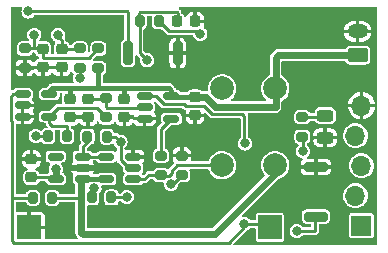
<source format=gbr>
%TF.GenerationSoftware,KiCad,Pcbnew,(6.0.0)*%
%TF.CreationDate,2022-03-02T17:10:44+00:00*%
%TF.ProjectId,Window sensor V5,57696e64-6f77-4207-9365-6e736f722056,rev?*%
%TF.SameCoordinates,Original*%
%TF.FileFunction,Copper,L1,Top*%
%TF.FilePolarity,Positive*%
%FSLAX46Y46*%
G04 Gerber Fmt 4.6, Leading zero omitted, Abs format (unit mm)*
G04 Created by KiCad (PCBNEW (6.0.0)) date 2022-03-02 17:10:44*
%MOMM*%
%LPD*%
G01*
G04 APERTURE LIST*
G04 Aperture macros list*
%AMRoundRect*
0 Rectangle with rounded corners*
0 $1 Rounding radius*
0 $2 $3 $4 $5 $6 $7 $8 $9 X,Y pos of 4 corners*
0 Add a 4 corners polygon primitive as box body*
4,1,4,$2,$3,$4,$5,$6,$7,$8,$9,$2,$3,0*
0 Add four circle primitives for the rounded corners*
1,1,$1+$1,$2,$3*
1,1,$1+$1,$4,$5*
1,1,$1+$1,$6,$7*
1,1,$1+$1,$8,$9*
0 Add four rect primitives between the rounded corners*
20,1,$1+$1,$2,$3,$4,$5,0*
20,1,$1+$1,$4,$5,$6,$7,0*
20,1,$1+$1,$6,$7,$8,$9,0*
20,1,$1+$1,$8,$9,$2,$3,0*%
G04 Aperture macros list end*
%TA.AperFunction,SMDPad,CuDef*%
%ADD10RoundRect,0.200000X-0.275000X0.200000X-0.275000X-0.200000X0.275000X-0.200000X0.275000X0.200000X0*%
%TD*%
%TA.AperFunction,SMDPad,CuDef*%
%ADD11RoundRect,0.200000X0.275000X-0.200000X0.275000X0.200000X-0.275000X0.200000X-0.275000X-0.200000X0*%
%TD*%
%TA.AperFunction,SMDPad,CuDef*%
%ADD12RoundRect,0.200000X0.200000X0.275000X-0.200000X0.275000X-0.200000X-0.275000X0.200000X-0.275000X0*%
%TD*%
%TA.AperFunction,ComponentPad*%
%ADD13C,2.000000*%
%TD*%
%TA.AperFunction,SMDPad,CuDef*%
%ADD14RoundRect,0.243750X0.456250X-0.243750X0.456250X0.243750X-0.456250X0.243750X-0.456250X-0.243750X0*%
%TD*%
%TA.AperFunction,SMDPad,CuDef*%
%ADD15RoundRect,0.200000X0.200000X0.800000X-0.200000X0.800000X-0.200000X-0.800000X0.200000X-0.800000X0*%
%TD*%
%TA.AperFunction,SMDPad,CuDef*%
%ADD16RoundRect,0.150000X0.512500X0.150000X-0.512500X0.150000X-0.512500X-0.150000X0.512500X-0.150000X0*%
%TD*%
%TA.AperFunction,SMDPad,CuDef*%
%ADD17R,2.000000X2.000000*%
%TD*%
%TA.AperFunction,SMDPad,CuDef*%
%ADD18RoundRect,0.225000X-0.250000X0.225000X-0.250000X-0.225000X0.250000X-0.225000X0.250000X0.225000X0*%
%TD*%
%TA.AperFunction,SMDPad,CuDef*%
%ADD19RoundRect,0.150000X-0.512500X-0.150000X0.512500X-0.150000X0.512500X0.150000X-0.512500X0.150000X0*%
%TD*%
%TA.AperFunction,ComponentPad*%
%ADD20R,1.700000X1.700000*%
%TD*%
%TA.AperFunction,ComponentPad*%
%ADD21O,1.700000X1.700000*%
%TD*%
%TA.AperFunction,SMDPad,CuDef*%
%ADD22RoundRect,0.200000X0.800000X-0.200000X0.800000X0.200000X-0.800000X0.200000X-0.800000X-0.200000X0*%
%TD*%
%TA.AperFunction,SMDPad,CuDef*%
%ADD23RoundRect,0.225000X-0.225000X-0.250000X0.225000X-0.250000X0.225000X0.250000X-0.225000X0.250000X0*%
%TD*%
%TA.AperFunction,SMDPad,CuDef*%
%ADD24RoundRect,0.200000X-0.200000X-0.275000X0.200000X-0.275000X0.200000X0.275000X-0.200000X0.275000X0*%
%TD*%
%TA.AperFunction,SMDPad,CuDef*%
%ADD25RoundRect,0.225000X0.250000X-0.225000X0.250000X0.225000X-0.250000X0.225000X-0.250000X-0.225000X0*%
%TD*%
%TA.AperFunction,ComponentPad*%
%ADD26RoundRect,0.250000X0.625000X-0.350000X0.625000X0.350000X-0.625000X0.350000X-0.625000X-0.350000X0*%
%TD*%
%TA.AperFunction,ComponentPad*%
%ADD27O,1.750000X1.200000*%
%TD*%
%TA.AperFunction,ViaPad*%
%ADD28C,0.800000*%
%TD*%
%TA.AperFunction,Conductor*%
%ADD29C,0.400000*%
%TD*%
%TA.AperFunction,Conductor*%
%ADD30C,0.600000*%
%TD*%
%TA.AperFunction,Conductor*%
%ADD31C,0.200000*%
%TD*%
%TA.AperFunction,Conductor*%
%ADD32C,0.250000*%
%TD*%
G04 APERTURE END LIST*
D10*
%TO.P,R5,1*%
%TO.N,Net-(C6-Pad1)*%
X117195600Y-71615800D03*
%TO.P,R5,2*%
%TO.N,GND*%
X117195600Y-73265800D03*
%TD*%
D11*
%TO.P,R9,1*%
%TO.N,Net-(R9-Pad1)*%
X130479800Y-82333600D03*
%TO.P,R9,2*%
%TO.N,GND*%
X130479800Y-80683600D03*
%TD*%
D12*
%TO.P,R8,1*%
%TO.N,END*%
X124142000Y-79070200D03*
%TO.P,R8,2*%
%TO.N,Net-(R8-Pad2)*%
X122492000Y-79070200D03*
%TD*%
D13*
%TO.P,SW2,1,1*%
%TO.N,+BATT*%
X138394000Y-75002000D03*
X138394000Y-81502000D03*
%TO.P,SW2,2,2*%
%TO.N,INPUT*%
X133894000Y-75002000D03*
X133894000Y-81502000D03*
%TD*%
D14*
%TO.P,D1,1,K*%
%TO.N,GND*%
X142621000Y-79169500D03*
%TO.P,D1,2,A*%
%TO.N,Net-(D1-Pad2)*%
X142621000Y-77294500D03*
%TD*%
D15*
%TO.P,RESET,1,1*%
%TO.N,GND*%
X130141400Y-72009000D03*
%TO.P,RESET,2,2*%
%TO.N,Net-(RESET1-Pad2)*%
X125941400Y-72009000D03*
%TD*%
D12*
%TO.P,R6,1*%
%TO.N,Net-(R2-Pad1)*%
X120789200Y-79044800D03*
%TO.P,R6,2*%
%TO.N,GPIO13*%
X119139200Y-79044800D03*
%TD*%
D16*
%TO.P,U5,1,IN*%
%TO.N,+BATT*%
X122092300Y-82661800D03*
%TO.P,U5,2,GND*%
%TO.N,GND*%
X122092300Y-81711800D03*
%TO.P,U5,3,EN*%
%TO.N,Net-(R8-Pad2)*%
X122092300Y-80761800D03*
%TO.P,U5,4,BP*%
%TO.N,unconnected-(U5-Pad4)*%
X119817300Y-80761800D03*
%TO.P,U5,5,OUT*%
%TO.N,VCC*%
X119817300Y-82661800D03*
%TD*%
D17*
%TO.P,SW1,1,1*%
%TO.N,GND*%
X117559000Y-86766400D03*
%TO.P,SW1,2,2*%
%TO.N,Net-(R1-Pad2)*%
X137945000Y-86766400D03*
%TD*%
D18*
%TO.P,C3,1*%
%TO.N,+BATT*%
X121005600Y-75856800D03*
%TO.P,C3,2*%
%TO.N,GND*%
X121005600Y-77406800D03*
%TD*%
D11*
%TO.P,R2,1*%
%TO.N,Net-(R2-Pad1)*%
X124104400Y-77456800D03*
%TO.P,R2,2*%
%TO.N,Net-(C4-Pad1)*%
X124104400Y-75806800D03*
%TD*%
%TO.P,R4,1*%
%TO.N,+BATT*%
X123418600Y-73265800D03*
%TO.P,R4,2*%
%TO.N,Net-(C6-Pad1)*%
X123418600Y-71615800D03*
%TD*%
%TO.P,R7,1*%
%TO.N,INPUT*%
X128701800Y-82333600D03*
%TO.P,R7,2*%
%TO.N,Net-(R7-Pad2)*%
X128701800Y-80683600D03*
%TD*%
D19*
%TO.P,U2,1*%
%TO.N,Net-(R1-Pad2)*%
X127335700Y-75656400D03*
%TO.P,U2,2*%
%TO.N,Net-(C4-Pad1)*%
X127335700Y-76606400D03*
%TO.P,U2,3,GND*%
%TO.N,GND*%
X127335700Y-77556400D03*
%TO.P,U2,4*%
%TO.N,Net-(R7-Pad2)*%
X129610700Y-77556400D03*
%TO.P,U2,5,+BATT*%
%TO.N,+BATT*%
X129610700Y-75656400D03*
%TD*%
D20*
%TO.P,J2,1,Pin_1*%
%TO.N,Net-(J2-Pad1)*%
X145694400Y-86609000D03*
D21*
%TO.P,J2,2,Pin_2*%
%TO.N,Net-(J2-Pad2)*%
X145186400Y-84069000D03*
%TO.P,J2,3,Pin_3*%
%TO.N,VCC*%
X145694400Y-81529000D03*
%TO.P,J2,4,Pin_4*%
%TO.N,unconnected-(J2-Pad4)*%
X145186400Y-78989000D03*
%TO.P,J2,5,Pin_5*%
%TO.N,GND*%
X145694400Y-76449000D03*
%TD*%
D18*
%TO.P,C1,1*%
%TO.N,+BATT*%
X131597400Y-75729800D03*
%TO.P,C1,2*%
%TO.N,GND*%
X131597400Y-77279800D03*
%TD*%
D22*
%TO.P,FLASH,1,1*%
%TO.N,Net-(FLASH1-Pad1)*%
X141833600Y-85843800D03*
%TO.P,FLASH,2,2*%
%TO.N,GND*%
X141833600Y-81643800D03*
%TD*%
D19*
%TO.P,U1,1*%
%TO.N,Net-(R1-Pad2)*%
X116997900Y-75478600D03*
%TO.P,U1,2*%
%TO.N,GND*%
X116997900Y-76428600D03*
%TO.P,U1,3,GND*%
X116997900Y-77378600D03*
%TO.P,U1,4*%
%TO.N,Net-(R2-Pad1)*%
X119272900Y-77378600D03*
%TO.P,U1,5,+BATT*%
%TO.N,+BATT*%
X119272900Y-75478600D03*
%TD*%
D11*
%TO.P,R3,1*%
%TO.N,VCC*%
X121862850Y-73265800D03*
%TO.P,R3,2*%
%TO.N,Net-(C5-Pad1)*%
X121862850Y-71615800D03*
%TD*%
D18*
%TO.P,C2,1*%
%TO.N,+BATT*%
X125628400Y-75856800D03*
%TO.P,C2,2*%
%TO.N,GND*%
X125628400Y-77406800D03*
%TD*%
%TO.P,C4,1*%
%TO.N,Net-(C4-Pad1)*%
X122555000Y-75856800D03*
%TO.P,C4,2*%
%TO.N,GND*%
X122555000Y-77406800D03*
%TD*%
D23*
%TO.P,C8,1*%
%TO.N,Net-(C8-Pad1)*%
X130060400Y-69316600D03*
%TO.P,C8,2*%
%TO.N,GND*%
X131610400Y-69316600D03*
%TD*%
D11*
%TO.P,R11,1*%
%TO.N,VCC*%
X140690600Y-79077000D03*
%TO.P,R11,2*%
%TO.N,Net-(D1-Pad2)*%
X140690600Y-77427000D03*
%TD*%
D18*
%TO.P,C6,1*%
%TO.N,Net-(C6-Pad1)*%
X118751350Y-71665800D03*
%TO.P,C6,2*%
%TO.N,GND*%
X118751350Y-73215800D03*
%TD*%
D24*
%TO.P,R10,1*%
%TO.N,VCC*%
X122873000Y-84226400D03*
%TO.P,R10,2*%
%TO.N,Net-(FLASH1-Pad1)*%
X124523000Y-84226400D03*
%TD*%
D25*
%TO.P,C7,1*%
%TO.N,VCC*%
X117754400Y-82537600D03*
%TO.P,C7,2*%
%TO.N,GND*%
X117754400Y-80987600D03*
%TD*%
D12*
%TO.P,R1,1*%
%TO.N,+BATT*%
X119519200Y-84251800D03*
%TO.P,R1,2*%
%TO.N,Net-(R1-Pad2)*%
X117869200Y-84251800D03*
%TD*%
D18*
%TO.P,C5,1*%
%TO.N,Net-(C5-Pad1)*%
X120307100Y-71665800D03*
%TO.P,C5,2*%
%TO.N,GND*%
X120307100Y-73215800D03*
%TD*%
D16*
%TO.P,U4,1*%
%TO.N,INPUT*%
X126359500Y-82687200D03*
%TO.P,U4,2*%
%TO.N,END*%
X126359500Y-81737200D03*
%TO.P,U4,3,GND*%
%TO.N,GND*%
X126359500Y-80787200D03*
%TO.P,U4,4*%
%TO.N,Net-(R8-Pad2)*%
X124084500Y-80787200D03*
%TO.P,U4,5,+BATT*%
%TO.N,+BATT*%
X124084500Y-82687200D03*
%TD*%
D12*
%TO.P,R12,1*%
%TO.N,INPUT*%
X128561600Y-69316600D03*
%TO.P,R12,2*%
%TO.N,Net-(C8-Pad1)*%
X126911600Y-69316600D03*
%TD*%
D26*
%TO.P,J1,1,Pin_1*%
%TO.N,+BATT*%
X145375800Y-72170800D03*
D27*
%TO.P,J1,2,Pin_2*%
%TO.N,GND*%
X145375800Y-70170800D03*
%TD*%
D28*
%TO.N,GND*%
X132842000Y-85598000D03*
X132511800Y-86410800D03*
X131876800Y-85775800D03*
%TO.N,Net-(C5-Pad1)*%
X119995502Y-70459600D03*
%TO.N,Net-(C6-Pad1)*%
X117995502Y-70459600D03*
%TO.N,VCC*%
X140716000Y-80314800D03*
X119811800Y-81788000D03*
X121843800Y-74129580D03*
X123082939Y-83461300D03*
%TO.N,Net-(FLASH1-Pad1)*%
X140208000Y-87090980D03*
X125823204Y-84176463D03*
%TO.N,Net-(R1-Pad2)*%
X135813800Y-79654400D03*
X135763000Y-86473700D03*
%TO.N,GPIO13*%
X118110000Y-79019400D03*
%TO.N,INPUT*%
X132050207Y-70362627D03*
%TO.N,END*%
X125298200Y-79502000D03*
%TO.N,Net-(R9-Pad1)*%
X129565400Y-83108800D03*
%TO.N,Net-(RESET1-Pad2)*%
X117500400Y-68478400D03*
%TO.N,Net-(C8-Pad1)*%
X127558800Y-72618600D03*
%TD*%
D29*
%TO.N,+BATT*%
X131597400Y-75729800D02*
X129684100Y-75729800D01*
D30*
X133324600Y-76555600D02*
X132498800Y-75729800D01*
D29*
X129425580Y-74955400D02*
X125564780Y-74955400D01*
D30*
X145264800Y-72161400D02*
X138658600Y-72161400D01*
D29*
X123418600Y-73265800D02*
X123418600Y-74955400D01*
D31*
X125628400Y-74980800D02*
X125628400Y-75031360D01*
D29*
X122092300Y-82661800D02*
X124059100Y-82661800D01*
X129610700Y-75656400D02*
X129610700Y-75203900D01*
X121069220Y-74955400D02*
X119656520Y-74955400D01*
X121005600Y-75019020D02*
X121069220Y-74955400D01*
X125628400Y-75856800D02*
X125628400Y-74980800D01*
D30*
X121973480Y-82780620D02*
X121973480Y-85168880D01*
D32*
X119519200Y-84251800D02*
X121894600Y-84251800D01*
D30*
X122092300Y-82661800D02*
X121973480Y-82780620D01*
D29*
X125564780Y-74955400D02*
X123380380Y-74955400D01*
D30*
X121973480Y-85168880D02*
X121970800Y-85171560D01*
X138419400Y-72400600D02*
X138419400Y-76555600D01*
X121970800Y-87198200D02*
X122082911Y-87310311D01*
X121970800Y-85171560D02*
X121970800Y-87198200D01*
D29*
X123380380Y-74955400D02*
X121069220Y-74955400D01*
D31*
X123418600Y-75056760D02*
X123418480Y-75056880D01*
X123418600Y-74955400D02*
X123418600Y-75056760D01*
D30*
X122082911Y-87310311D02*
X133288689Y-87310311D01*
D29*
X119481600Y-74980800D02*
X119272900Y-75189500D01*
D30*
X138658600Y-72161400D02*
X138419400Y-72400600D01*
D29*
X129610700Y-75203900D02*
X129463680Y-75056880D01*
X121005600Y-75856800D02*
X121005600Y-75019020D01*
D30*
X133288689Y-87310311D02*
X138419400Y-82179600D01*
D29*
X119634000Y-74980800D02*
X119481600Y-74980800D01*
D30*
X138419400Y-76555600D02*
X133324600Y-76555600D01*
D29*
X129684100Y-75729800D02*
X129610700Y-75656400D01*
X119272900Y-75189500D02*
X119272900Y-75478600D01*
D30*
X132498800Y-75729800D02*
X131597400Y-75729800D01*
D32*
%TO.N,Net-(C4-Pad1)*%
X122555000Y-75856800D02*
X124054400Y-75856800D01*
X124104400Y-76555600D02*
X124180120Y-76631320D01*
X124104400Y-75806800D02*
X124104400Y-76555600D01*
X124180120Y-76631320D02*
X127310780Y-76631320D01*
%TO.N,Net-(C5-Pad1)*%
X119995502Y-70617902D02*
X120307100Y-70929500D01*
X120307100Y-71665800D02*
X121812850Y-71665800D01*
X119995502Y-70459600D02*
X119995502Y-70617902D01*
X120307100Y-70929500D02*
X120307100Y-71665800D01*
%TO.N,Net-(C6-Pad1)*%
X122594080Y-72440320D02*
X118769920Y-72440320D01*
X117957600Y-70459600D02*
X117995502Y-70459600D01*
X117944400Y-71615800D02*
X117944400Y-70472800D01*
X117944400Y-71615800D02*
X118701350Y-71615800D01*
X123418600Y-71615800D02*
X122594080Y-72440320D01*
X118769920Y-72440320D02*
X118745000Y-72415400D01*
X117195600Y-71615800D02*
X117944400Y-71615800D01*
X118745000Y-72415400D02*
X118745000Y-71672150D01*
X117944400Y-70472800D02*
X117957600Y-70459600D01*
D30*
%TO.N,VCC*%
X119817300Y-82661800D02*
X119817300Y-81793500D01*
D32*
X119817300Y-81793500D02*
X119811800Y-81788000D01*
X117754400Y-82537600D02*
X119693100Y-82537600D01*
X121862850Y-74148950D02*
X121843800Y-74168000D01*
X121862850Y-73265800D02*
X121862850Y-74148950D01*
X123082939Y-83461300D02*
X123082939Y-84016461D01*
X121843800Y-74168000D02*
X121843800Y-74129580D01*
X140716000Y-79311000D02*
X140716000Y-80314800D01*
%TO.N,Net-(FLASH1-Pad1)*%
X141737620Y-87090980D02*
X141782800Y-87045800D01*
X125823204Y-84176463D02*
X125773267Y-84226400D01*
X125773267Y-84226400D02*
X124523000Y-84226400D01*
X140208000Y-87090980D02*
X141737620Y-87090980D01*
X141782800Y-87045800D02*
X141782800Y-85920000D01*
%TO.N,Net-(R1-Pad2)*%
X138242000Y-86766400D02*
X137949300Y-86473700D01*
X135788400Y-79629000D02*
X135788400Y-77368400D01*
X128285200Y-75656400D02*
X127335700Y-75656400D01*
X116224280Y-75478600D02*
X116997900Y-75478600D01*
X135763000Y-86766400D02*
X135763000Y-86473700D01*
X116078000Y-84328000D02*
X116078000Y-87884000D01*
X116078000Y-84328000D02*
X116078000Y-84251800D01*
X130684920Y-76354320D02*
X128975048Y-76354320D01*
X117869200Y-84251800D02*
X116078000Y-84251800D01*
X137949300Y-86473700D02*
X135763000Y-86473700D01*
X116078000Y-77792272D02*
X116010880Y-77725152D01*
X135788400Y-77368400D02*
X135600120Y-77180120D01*
X132390116Y-76504320D02*
X130834920Y-76504320D01*
X134438489Y-88090911D02*
X135763000Y-86766400D01*
X116078000Y-84328000D02*
X116078000Y-77792272D01*
X116010880Y-77725152D02*
X116010880Y-75692000D01*
X133065916Y-77180120D02*
X132390116Y-76504320D01*
X116078000Y-87884000D02*
X116284911Y-88090911D01*
X130834920Y-76504320D02*
X130684920Y-76354320D01*
X116010880Y-75692000D02*
X116224280Y-75478600D01*
X135600120Y-77180120D02*
X133065916Y-77180120D01*
X128285200Y-75664472D02*
X128285200Y-75656400D01*
X128975048Y-76354320D02*
X128285200Y-75664472D01*
X116284911Y-88090911D02*
X134438489Y-88090911D01*
X135813800Y-79654400D02*
X135788400Y-79629000D01*
%TO.N,Net-(R2-Pad1)*%
X120726200Y-78181320D02*
X120763800Y-78218920D01*
X123279880Y-76632280D02*
X124104400Y-77456800D01*
X120763800Y-78218920D02*
X120763800Y-78968600D01*
X119532520Y-78181320D02*
X120726200Y-78181320D01*
X119272900Y-77921700D02*
X119532520Y-78181320D01*
X119272900Y-77378600D02*
X119272900Y-77921700D01*
X119272900Y-77378600D02*
X120019220Y-76632280D01*
X120019220Y-76632280D02*
X123279880Y-76632280D01*
%TO.N,GPIO13*%
X118110000Y-79019400D02*
X119113800Y-79019400D01*
%TO.N,INPUT*%
X129361120Y-70116120D02*
X128561600Y-69316600D01*
X131803700Y-70116120D02*
X130771320Y-70116120D01*
X132050207Y-70362627D02*
X131803700Y-70116120D01*
X129641600Y-81955017D02*
X130094617Y-81502000D01*
X127673600Y-82333600D02*
X128701800Y-82333600D01*
X126359500Y-82687200D02*
X127320000Y-82687200D01*
X130771320Y-70116120D02*
X130759200Y-70104000D01*
X130759200Y-70104000D02*
X130747080Y-70116120D01*
X129641600Y-82169000D02*
X129641600Y-81955017D01*
X128740400Y-82372200D02*
X129438400Y-82372200D01*
X130747080Y-70116120D02*
X129361120Y-70116120D01*
X129438400Y-82372200D02*
X129641600Y-82169000D01*
X130094617Y-81502000D02*
X133894000Y-81502000D01*
X127320000Y-82687200D02*
X127673600Y-82333600D01*
%TO.N,Net-(R7-Pad2)*%
X128701800Y-80683600D02*
X128701800Y-78465300D01*
X128701800Y-78465300D02*
X129610700Y-77556400D01*
%TO.N,END*%
X125298200Y-79502000D02*
X124866400Y-79070200D01*
X125298200Y-79502000D02*
X125298200Y-81059472D01*
X125975928Y-81737200D02*
X126359500Y-81737200D01*
X125298200Y-81059472D02*
X125975928Y-81737200D01*
X124866400Y-79070200D02*
X124142000Y-79070200D01*
%TO.N,Net-(R8-Pad2)*%
X122492000Y-79019400D02*
X122492000Y-79565000D01*
X122492000Y-79565000D02*
X122092300Y-79964700D01*
X122092300Y-79964700D02*
X122092300Y-80761800D01*
X122092300Y-80761800D02*
X124059100Y-80761800D01*
%TO.N,Net-(R9-Pad1)*%
X129704600Y-83108800D02*
X130479800Y-82333600D01*
X129565400Y-83108800D02*
X129704600Y-83108800D01*
%TO.N,Net-(RESET1-Pad2)*%
X125831600Y-68453000D02*
X125941400Y-68562800D01*
X117525800Y-68453000D02*
X125831600Y-68453000D01*
X125941400Y-68562800D02*
X125941400Y-72009000D01*
X117500400Y-68478400D02*
X117525800Y-68453000D01*
%TO.N,Net-(C8-Pad1)*%
X130124200Y-68605400D02*
X130124200Y-69252800D01*
X130035880Y-68517080D02*
X130124200Y-68605400D01*
X126911600Y-71971400D02*
X126911600Y-69316600D01*
X126949200Y-68529200D02*
X127203200Y-68529200D01*
X126898400Y-69303400D02*
X126898400Y-68580000D01*
X127215320Y-68517080D02*
X130035880Y-68517080D01*
X127203200Y-68529200D02*
X127215320Y-68517080D01*
X126898400Y-68580000D02*
X126949200Y-68529200D01*
X127558800Y-72618600D02*
X126911600Y-71971400D01*
%TO.N,Net-(D1-Pad2)*%
X140690600Y-77427000D02*
X142488500Y-77427000D01*
%TD*%
%TA.AperFunction,Conductor*%
%TO.N,GND*%
G36*
X116919591Y-68113107D02*
G01*
X116955555Y-68162607D01*
X116955555Y-68223793D01*
X116952865Y-68231084D01*
X116915356Y-68321638D01*
X116894718Y-68478400D01*
X116915356Y-68635162D01*
X116975864Y-68781241D01*
X117072118Y-68906682D01*
X117197559Y-69002936D01*
X117343638Y-69063444D01*
X117500400Y-69084082D01*
X117657162Y-69063444D01*
X117803241Y-69002936D01*
X117928682Y-68906682D01*
X117997319Y-68817232D01*
X118047742Y-68782577D01*
X118075860Y-68778500D01*
X125516900Y-68778500D01*
X125575091Y-68797407D01*
X125611055Y-68846907D01*
X125615900Y-68877500D01*
X125615900Y-70762786D01*
X125596993Y-70820977D01*
X125561846Y-70850995D01*
X125510000Y-70877412D01*
X125509996Y-70877415D01*
X125503058Y-70880950D01*
X125413350Y-70970658D01*
X125409815Y-70977595D01*
X125409814Y-70977597D01*
X125370693Y-71054377D01*
X125355754Y-71083696D01*
X125354535Y-71091390D01*
X125354535Y-71091391D01*
X125352110Y-71106702D01*
X125340900Y-71177481D01*
X125340901Y-72840518D01*
X125341510Y-72844361D01*
X125341510Y-72844366D01*
X125345270Y-72868104D01*
X125355754Y-72934304D01*
X125384552Y-72990823D01*
X125408680Y-73038176D01*
X125413350Y-73047342D01*
X125503058Y-73137050D01*
X125509995Y-73140585D01*
X125509997Y-73140586D01*
X125549169Y-73160545D01*
X125616096Y-73194646D01*
X125623790Y-73195865D01*
X125623791Y-73195865D01*
X125706035Y-73208891D01*
X125706037Y-73208891D01*
X125709881Y-73209500D01*
X125941370Y-73209500D01*
X126172918Y-73209499D01*
X126176761Y-73208890D01*
X126176766Y-73208890D01*
X126213617Y-73203053D01*
X126266704Y-73194646D01*
X126333631Y-73160545D01*
X126372803Y-73140586D01*
X126372805Y-73140585D01*
X126379742Y-73137050D01*
X126469450Y-73047342D01*
X126474121Y-73038176D01*
X126523510Y-72941244D01*
X126523510Y-72941243D01*
X126527046Y-72934304D01*
X126528380Y-72925885D01*
X126541291Y-72844365D01*
X126541291Y-72844363D01*
X126541900Y-72840519D01*
X126541900Y-72301034D01*
X126560807Y-72242843D01*
X126610307Y-72206879D01*
X126671493Y-72206879D01*
X126710904Y-72231030D01*
X126935507Y-72455633D01*
X126963284Y-72510150D01*
X126963656Y-72538555D01*
X126953118Y-72618600D01*
X126973756Y-72775362D01*
X127034264Y-72921441D01*
X127130518Y-73046882D01*
X127255959Y-73143136D01*
X127402038Y-73203644D01*
X127558800Y-73224282D01*
X127715562Y-73203644D01*
X127861641Y-73143136D01*
X127987082Y-73046882D01*
X128083336Y-72921441D01*
X128111413Y-72853657D01*
X129441400Y-72853657D01*
X129441689Y-72858991D01*
X129447371Y-72911298D01*
X129450222Y-72923287D01*
X129495843Y-73044982D01*
X129502543Y-73057219D01*
X129579981Y-73160545D01*
X129589855Y-73170419D01*
X129693181Y-73247857D01*
X129705418Y-73254557D01*
X129827113Y-73300178D01*
X129839102Y-73303029D01*
X129891409Y-73308711D01*
X129896743Y-73309000D01*
X129975720Y-73309000D01*
X129988405Y-73304878D01*
X129991400Y-73300757D01*
X129991400Y-73293320D01*
X130291400Y-73293320D01*
X130295522Y-73306005D01*
X130299643Y-73309000D01*
X130386057Y-73309000D01*
X130391391Y-73308711D01*
X130443698Y-73303029D01*
X130455687Y-73300178D01*
X130577382Y-73254557D01*
X130589619Y-73247857D01*
X130692945Y-73170419D01*
X130702819Y-73160545D01*
X130780257Y-73057219D01*
X130786957Y-73044982D01*
X130832578Y-72923287D01*
X130835429Y-72911298D01*
X130841111Y-72858991D01*
X130841400Y-72853657D01*
X130841400Y-72174680D01*
X130837278Y-72161995D01*
X130833157Y-72159000D01*
X130307080Y-72159000D01*
X130294395Y-72163122D01*
X130291400Y-72167243D01*
X130291400Y-73293320D01*
X129991400Y-73293320D01*
X129991400Y-72174680D01*
X129987278Y-72161995D01*
X129983157Y-72159000D01*
X129457080Y-72159000D01*
X129444395Y-72163122D01*
X129441400Y-72167243D01*
X129441400Y-72853657D01*
X128111413Y-72853657D01*
X128143844Y-72775362D01*
X128164482Y-72618600D01*
X128143844Y-72461838D01*
X128083336Y-72315759D01*
X127987082Y-72190318D01*
X127861641Y-72094064D01*
X127715562Y-72033556D01*
X127558800Y-72012918D01*
X127478758Y-72023456D01*
X127418599Y-72012306D01*
X127395833Y-71995307D01*
X127266096Y-71865570D01*
X127254759Y-71843320D01*
X129441400Y-71843320D01*
X129445522Y-71856005D01*
X129449643Y-71859000D01*
X129975720Y-71859000D01*
X129988405Y-71854878D01*
X129991400Y-71850757D01*
X129991400Y-71843320D01*
X130291400Y-71843320D01*
X130295522Y-71856005D01*
X130299643Y-71859000D01*
X130825720Y-71859000D01*
X130838405Y-71854878D01*
X130841400Y-71850757D01*
X130841400Y-71164343D01*
X130841111Y-71159009D01*
X130835429Y-71106702D01*
X130832578Y-71094713D01*
X130786957Y-70973018D01*
X130780257Y-70960781D01*
X130702819Y-70857455D01*
X130692945Y-70847581D01*
X130589619Y-70770143D01*
X130577382Y-70763443D01*
X130455687Y-70717822D01*
X130443698Y-70714971D01*
X130391391Y-70709289D01*
X130386057Y-70709000D01*
X130307080Y-70709000D01*
X130294395Y-70713122D01*
X130291400Y-70717243D01*
X130291400Y-71843320D01*
X129991400Y-71843320D01*
X129991400Y-70724680D01*
X129987278Y-70711995D01*
X129983157Y-70709000D01*
X129896743Y-70709000D01*
X129891409Y-70709289D01*
X129839102Y-70714971D01*
X129827113Y-70717822D01*
X129705418Y-70763443D01*
X129693181Y-70770143D01*
X129589855Y-70847581D01*
X129579981Y-70857455D01*
X129502543Y-70960781D01*
X129495843Y-70973018D01*
X129450222Y-71094713D01*
X129447371Y-71106702D01*
X129441689Y-71159009D01*
X129441400Y-71164343D01*
X129441400Y-71843320D01*
X127254759Y-71843320D01*
X127238319Y-71811053D01*
X127237100Y-71795566D01*
X127237100Y-70037814D01*
X127256007Y-69979623D01*
X127291154Y-69949605D01*
X127343000Y-69923188D01*
X127343004Y-69923185D01*
X127349942Y-69919650D01*
X127439650Y-69829942D01*
X127466329Y-69777583D01*
X127493710Y-69723844D01*
X127493710Y-69723843D01*
X127497246Y-69716904D01*
X127512100Y-69623119D01*
X127512099Y-69010082D01*
X127503703Y-68957065D01*
X127513275Y-68896633D01*
X127556540Y-68853370D01*
X127601484Y-68842580D01*
X127871716Y-68842580D01*
X127929907Y-68861487D01*
X127965871Y-68910987D01*
X127969497Y-68957065D01*
X127961100Y-69010081D01*
X127961101Y-69623118D01*
X127975954Y-69716904D01*
X127984168Y-69733025D01*
X128006706Y-69777257D01*
X128033550Y-69829942D01*
X128123258Y-69919650D01*
X128130195Y-69923185D01*
X128130197Y-69923186D01*
X128229356Y-69973710D01*
X128236296Y-69977246D01*
X128243990Y-69978465D01*
X128243991Y-69978465D01*
X128326235Y-69991491D01*
X128326237Y-69991491D01*
X128330081Y-69992100D01*
X128368810Y-69992100D01*
X128735765Y-69992099D01*
X128793956Y-70011006D01*
X128805769Y-70021095D01*
X129117851Y-70333177D01*
X129123685Y-70339544D01*
X129148665Y-70369314D01*
X129182325Y-70388747D01*
X129189609Y-70393388D01*
X129221436Y-70415674D01*
X129229804Y-70417916D01*
X129235091Y-70420382D01*
X129240576Y-70422378D01*
X129248075Y-70426708D01*
X129256601Y-70428211D01*
X129256603Y-70428212D01*
X129286336Y-70433454D01*
X129294770Y-70435324D01*
X129332313Y-70445384D01*
X129340942Y-70444629D01*
X129360236Y-70442941D01*
X129371025Y-70441997D01*
X129379654Y-70441620D01*
X130715434Y-70441620D01*
X130725472Y-70442941D01*
X130725520Y-70442387D01*
X130734150Y-70443142D01*
X130742513Y-70445383D01*
X130751138Y-70444629D01*
X130751701Y-70444678D01*
X130766699Y-70444678D01*
X130767257Y-70444629D01*
X130775887Y-70445384D01*
X130784255Y-70443142D01*
X130792881Y-70442387D01*
X130792930Y-70442942D01*
X130802966Y-70441620D01*
X131369237Y-70441620D01*
X131427428Y-70460527D01*
X131464519Y-70514498D01*
X131465163Y-70519389D01*
X131525671Y-70665468D01*
X131621925Y-70790909D01*
X131747366Y-70887163D01*
X131893445Y-70947671D01*
X132050207Y-70968309D01*
X132206969Y-70947671D01*
X132353048Y-70887163D01*
X132478489Y-70790909D01*
X132574743Y-70665468D01*
X132635251Y-70519389D01*
X132655889Y-70362627D01*
X132652060Y-70333546D01*
X144215286Y-70333546D01*
X144239057Y-70445375D01*
X144242245Y-70455187D01*
X144314976Y-70618544D01*
X144320129Y-70627469D01*
X144425240Y-70772141D01*
X144432139Y-70779804D01*
X144565024Y-70899454D01*
X144573371Y-70905519D01*
X144728228Y-70994925D01*
X144737660Y-70999124D01*
X144907710Y-71054377D01*
X144917810Y-71056524D01*
X145051072Y-71070530D01*
X145056217Y-71070800D01*
X145210120Y-71070800D01*
X145222805Y-71066678D01*
X145225800Y-71062557D01*
X145225800Y-71055120D01*
X145525800Y-71055120D01*
X145529922Y-71067805D01*
X145534043Y-71070800D01*
X145695383Y-71070800D01*
X145700528Y-71070530D01*
X145833790Y-71056524D01*
X145843890Y-71054377D01*
X146013940Y-70999124D01*
X146023372Y-70994925D01*
X146178229Y-70905519D01*
X146186576Y-70899454D01*
X146319458Y-70779806D01*
X146326365Y-70772135D01*
X146431466Y-70627476D01*
X146436625Y-70618541D01*
X146509355Y-70455187D01*
X146512543Y-70445375D01*
X146535763Y-70336138D01*
X146534387Y-70323050D01*
X146525990Y-70320800D01*
X145541480Y-70320800D01*
X145528795Y-70324922D01*
X145525800Y-70329043D01*
X145525800Y-71055120D01*
X145225800Y-71055120D01*
X145225800Y-70336480D01*
X145221678Y-70323795D01*
X145217557Y-70320800D01*
X144228257Y-70320800D01*
X144215741Y-70324867D01*
X144215286Y-70333546D01*
X132652060Y-70333546D01*
X132635251Y-70205865D01*
X132574743Y-70059786D01*
X132533059Y-70005462D01*
X144215837Y-70005462D01*
X144217213Y-70018550D01*
X144225610Y-70020800D01*
X145210120Y-70020800D01*
X145222805Y-70016678D01*
X145225800Y-70012557D01*
X145225800Y-70005120D01*
X145525800Y-70005120D01*
X145529922Y-70017805D01*
X145534043Y-70020800D01*
X146523343Y-70020800D01*
X146535859Y-70016733D01*
X146536314Y-70008054D01*
X146512543Y-69896225D01*
X146509355Y-69886413D01*
X146436624Y-69723056D01*
X146431471Y-69714131D01*
X146326360Y-69569459D01*
X146319461Y-69561796D01*
X146186576Y-69442146D01*
X146178229Y-69436081D01*
X146023372Y-69346675D01*
X146013940Y-69342476D01*
X145843890Y-69287223D01*
X145833790Y-69285076D01*
X145700528Y-69271070D01*
X145695383Y-69270800D01*
X145541480Y-69270800D01*
X145528795Y-69274922D01*
X145525800Y-69279043D01*
X145525800Y-70005120D01*
X145225800Y-70005120D01*
X145225800Y-69286480D01*
X145221678Y-69273795D01*
X145217557Y-69270800D01*
X145056217Y-69270800D01*
X145051072Y-69271070D01*
X144917810Y-69285076D01*
X144907710Y-69287223D01*
X144737660Y-69342476D01*
X144728228Y-69346675D01*
X144573371Y-69436081D01*
X144565024Y-69442146D01*
X144432142Y-69561794D01*
X144425235Y-69569465D01*
X144320134Y-69714124D01*
X144314975Y-69723059D01*
X144242245Y-69886413D01*
X144239057Y-69896225D01*
X144215837Y-70005462D01*
X132533059Y-70005462D01*
X132478489Y-69934345D01*
X132365976Y-69848011D01*
X132331320Y-69797587D01*
X132334195Y-69733025D01*
X132347697Y-69698921D01*
X132350803Y-69686693D01*
X132360041Y-69610355D01*
X132360400Y-69604401D01*
X132360400Y-69482280D01*
X132356278Y-69469595D01*
X132352157Y-69466600D01*
X131559400Y-69466600D01*
X131501209Y-69447693D01*
X131465245Y-69398193D01*
X131460400Y-69367600D01*
X131460400Y-69150920D01*
X131760400Y-69150920D01*
X131764522Y-69163605D01*
X131768643Y-69166600D01*
X132344719Y-69166600D01*
X132357404Y-69162478D01*
X132360399Y-69158357D01*
X132360399Y-69028801D01*
X132360040Y-69022843D01*
X132350803Y-68946506D01*
X132347698Y-68934281D01*
X132299573Y-68812728D01*
X132293007Y-68801075D01*
X132214204Y-68697258D01*
X132204742Y-68687796D01*
X132100925Y-68608993D01*
X132089272Y-68602427D01*
X131967721Y-68554303D01*
X131955493Y-68551197D01*
X131879155Y-68541959D01*
X131873201Y-68541600D01*
X131776080Y-68541600D01*
X131763395Y-68545722D01*
X131760400Y-68549843D01*
X131760400Y-69150920D01*
X131460400Y-69150920D01*
X131460400Y-68557281D01*
X131456278Y-68544596D01*
X131452157Y-68541601D01*
X131347601Y-68541601D01*
X131341643Y-68541960D01*
X131265306Y-68551197D01*
X131253081Y-68554302D01*
X131131528Y-68602427D01*
X131119875Y-68608993D01*
X131016058Y-68687796D01*
X131006596Y-68697258D01*
X130927793Y-68801075D01*
X130921227Y-68812728D01*
X130876013Y-68926929D01*
X130837013Y-68974073D01*
X130777750Y-68989290D01*
X130720861Y-68966766D01*
X130697430Y-68932297D01*
X130695119Y-68933474D01*
X130637464Y-68820319D01*
X130637463Y-68820317D01*
X130633928Y-68813380D01*
X130538620Y-68718072D01*
X130531683Y-68714537D01*
X130531681Y-68714536D01*
X130504745Y-68700812D01*
X130461481Y-68657547D01*
X130451067Y-68603974D01*
X130453463Y-68576593D01*
X130451222Y-68568230D01*
X130451222Y-68568227D01*
X130443406Y-68539056D01*
X130441537Y-68530628D01*
X130436292Y-68500885D01*
X130434788Y-68492355D01*
X130430457Y-68484854D01*
X130428458Y-68479360D01*
X130425995Y-68474078D01*
X130423754Y-68465716D01*
X130418550Y-68458283D01*
X130401461Y-68433878D01*
X130396836Y-68426619D01*
X130377394Y-68392945D01*
X130347621Y-68367962D01*
X130341255Y-68362128D01*
X130279148Y-68300022D01*
X130273312Y-68293653D01*
X130248335Y-68263886D01*
X130248716Y-68263566D01*
X130219712Y-68217150D01*
X130223980Y-68156114D01*
X130263309Y-68109243D01*
X130315771Y-68094200D01*
X146944800Y-68094200D01*
X147002991Y-68113107D01*
X147038955Y-68162607D01*
X147043800Y-68193200D01*
X147043800Y-88194600D01*
X147024893Y-88252791D01*
X146975393Y-88288755D01*
X146944800Y-88293600D01*
X134935134Y-88293600D01*
X134876943Y-88274693D01*
X134840979Y-88225193D01*
X134840979Y-88164007D01*
X134865130Y-88124596D01*
X135323316Y-87666411D01*
X135924993Y-87064734D01*
X135957111Y-87043274D01*
X136011222Y-87020860D01*
X136065841Y-86998236D01*
X136191282Y-86901982D01*
X136240429Y-86837933D01*
X136290852Y-86803277D01*
X136318970Y-86799200D01*
X136645500Y-86799200D01*
X136703691Y-86818107D01*
X136739655Y-86867607D01*
X136744500Y-86898200D01*
X136744500Y-87786148D01*
X136756133Y-87844631D01*
X136800448Y-87910952D01*
X136866769Y-87955267D01*
X136876332Y-87957169D01*
X136876334Y-87957170D01*
X136899005Y-87961679D01*
X136925252Y-87966900D01*
X138964748Y-87966900D01*
X138990995Y-87961679D01*
X139013666Y-87957170D01*
X139013668Y-87957169D01*
X139023231Y-87955267D01*
X139089552Y-87910952D01*
X139133867Y-87844631D01*
X139145500Y-87786148D01*
X139145500Y-87090980D01*
X139602318Y-87090980D01*
X139622956Y-87247742D01*
X139683464Y-87393821D01*
X139779718Y-87519262D01*
X139905159Y-87615516D01*
X140051238Y-87676024D01*
X140208000Y-87696662D01*
X140364762Y-87676024D01*
X140510841Y-87615516D01*
X140636282Y-87519262D01*
X140667370Y-87478748D01*
X144643900Y-87478748D01*
X144644848Y-87483512D01*
X144653545Y-87527235D01*
X144655533Y-87537231D01*
X144699848Y-87603552D01*
X144766169Y-87647867D01*
X144775732Y-87649769D01*
X144775734Y-87649770D01*
X144798405Y-87654279D01*
X144824652Y-87659500D01*
X146564148Y-87659500D01*
X146590395Y-87654279D01*
X146613066Y-87649770D01*
X146613068Y-87649769D01*
X146622631Y-87647867D01*
X146688952Y-87603552D01*
X146733267Y-87537231D01*
X146735256Y-87527235D01*
X146743952Y-87483512D01*
X146744900Y-87478748D01*
X146744900Y-85739252D01*
X146739270Y-85710947D01*
X146735170Y-85690334D01*
X146735169Y-85690332D01*
X146733267Y-85680769D01*
X146688952Y-85614448D01*
X146622631Y-85570133D01*
X146613068Y-85568231D01*
X146613066Y-85568230D01*
X146590395Y-85563721D01*
X146564148Y-85558500D01*
X144824652Y-85558500D01*
X144798405Y-85563721D01*
X144775734Y-85568230D01*
X144775732Y-85568231D01*
X144766169Y-85570133D01*
X144699848Y-85614448D01*
X144655533Y-85680769D01*
X144653631Y-85690332D01*
X144653630Y-85690334D01*
X144649530Y-85710947D01*
X144643900Y-85739252D01*
X144643900Y-87478748D01*
X140667370Y-87478748D01*
X140685429Y-87455213D01*
X140735852Y-87420557D01*
X140763970Y-87416480D01*
X141719086Y-87416480D01*
X141727715Y-87416857D01*
X141766427Y-87420244D01*
X141803970Y-87410184D01*
X141812404Y-87408314D01*
X141842137Y-87403072D01*
X141842139Y-87403071D01*
X141850665Y-87401568D01*
X141858164Y-87397238D01*
X141863649Y-87395242D01*
X141868936Y-87392776D01*
X141877304Y-87390534D01*
X141909131Y-87368248D01*
X141916415Y-87363607D01*
X141950075Y-87344174D01*
X141955642Y-87337539D01*
X141955645Y-87337537D01*
X141975061Y-87314399D01*
X141980893Y-87308034D01*
X141999859Y-87289067D01*
X142006229Y-87283230D01*
X142029359Y-87263822D01*
X142035994Y-87258255D01*
X142055436Y-87224581D01*
X142060061Y-87217322D01*
X142077387Y-87192578D01*
X142077387Y-87192577D01*
X142082354Y-87185484D01*
X142084595Y-87177122D01*
X142087058Y-87171840D01*
X142089057Y-87166346D01*
X142093388Y-87158845D01*
X142100137Y-87120571D01*
X142102006Y-87112144D01*
X142109822Y-87082973D01*
X142109822Y-87082970D01*
X142112063Y-87074607D01*
X142108677Y-87035903D01*
X142108300Y-87027275D01*
X142108300Y-86543299D01*
X142127207Y-86485108D01*
X142176707Y-86449144D01*
X142207300Y-86444299D01*
X142665118Y-86444299D01*
X142668961Y-86443690D01*
X142668966Y-86443690D01*
X142705817Y-86437853D01*
X142758904Y-86429446D01*
X142837316Y-86389493D01*
X142865003Y-86375386D01*
X142865005Y-86375385D01*
X142871942Y-86371850D01*
X142961650Y-86282142D01*
X143019246Y-86169104D01*
X143025552Y-86129293D01*
X143033491Y-86079165D01*
X143033491Y-86079163D01*
X143034100Y-86075319D01*
X143034099Y-85612282D01*
X143019246Y-85518496D01*
X142961650Y-85405458D01*
X142871942Y-85315750D01*
X142865005Y-85312215D01*
X142865003Y-85312214D01*
X142765844Y-85261690D01*
X142765843Y-85261690D01*
X142758904Y-85258154D01*
X142751210Y-85256935D01*
X142751209Y-85256935D01*
X142668965Y-85243909D01*
X142668963Y-85243909D01*
X142665119Y-85243300D01*
X141833707Y-85243300D01*
X141002082Y-85243301D01*
X140998239Y-85243910D01*
X140998234Y-85243910D01*
X140961383Y-85249747D01*
X140908296Y-85258154D01*
X140851777Y-85286952D01*
X140802197Y-85312214D01*
X140802195Y-85312215D01*
X140795258Y-85315750D01*
X140705550Y-85405458D01*
X140702015Y-85412395D01*
X140702014Y-85412397D01*
X140672972Y-85469395D01*
X140647954Y-85518496D01*
X140646735Y-85526190D01*
X140646735Y-85526191D01*
X140634746Y-85601886D01*
X140633100Y-85612281D01*
X140633101Y-86075318D01*
X140647954Y-86169104D01*
X140705550Y-86282142D01*
X140795258Y-86371850D01*
X140802195Y-86375385D01*
X140802197Y-86375386D01*
X140829884Y-86389493D01*
X140908296Y-86429446D01*
X140915990Y-86430665D01*
X140915991Y-86430665D01*
X140998235Y-86443691D01*
X140998237Y-86443691D01*
X141002081Y-86444300D01*
X141358300Y-86444300D01*
X141416491Y-86463207D01*
X141452455Y-86512707D01*
X141457300Y-86543300D01*
X141457300Y-86666480D01*
X141438393Y-86724671D01*
X141388893Y-86760635D01*
X141358300Y-86765480D01*
X140763970Y-86765480D01*
X140705779Y-86746573D01*
X140685428Y-86726747D01*
X140640236Y-86667851D01*
X140636282Y-86662698D01*
X140510841Y-86566444D01*
X140364762Y-86505936D01*
X140208000Y-86485298D01*
X140051238Y-86505936D01*
X139905159Y-86566444D01*
X139779718Y-86662698D01*
X139683464Y-86788139D01*
X139622956Y-86934218D01*
X139602318Y-87090980D01*
X139145500Y-87090980D01*
X139145500Y-85746652D01*
X139138398Y-85710947D01*
X139135770Y-85697734D01*
X139135769Y-85697732D01*
X139133867Y-85688169D01*
X139089552Y-85621848D01*
X139023231Y-85577533D01*
X139013668Y-85575631D01*
X139013666Y-85575630D01*
X138990995Y-85571121D01*
X138964748Y-85565900D01*
X136925252Y-85565900D01*
X136899005Y-85571121D01*
X136876334Y-85575630D01*
X136876332Y-85575631D01*
X136866769Y-85577533D01*
X136800448Y-85621848D01*
X136756133Y-85688169D01*
X136754231Y-85697732D01*
X136754230Y-85697734D01*
X136751602Y-85710947D01*
X136744500Y-85746652D01*
X136744500Y-86049200D01*
X136725593Y-86107391D01*
X136676093Y-86143355D01*
X136645500Y-86148200D01*
X136318970Y-86148200D01*
X136260779Y-86129293D01*
X136240428Y-86109467D01*
X136217178Y-86079166D01*
X136191282Y-86045418D01*
X136065841Y-85949164D01*
X135919762Y-85888656D01*
X135763000Y-85868018D01*
X135678793Y-85879104D01*
X135618632Y-85867954D01*
X135576515Y-85823572D01*
X135568529Y-85762910D01*
X135595867Y-85710947D01*
X137252552Y-84054262D01*
X144130920Y-84054262D01*
X144148159Y-84259553D01*
X144149492Y-84264201D01*
X144149492Y-84264202D01*
X144167439Y-84326789D01*
X144204944Y-84457586D01*
X144299112Y-84640818D01*
X144427077Y-84802270D01*
X144430757Y-84805402D01*
X144430759Y-84805404D01*
X144488858Y-84854850D01*
X144583964Y-84935791D01*
X144588187Y-84938151D01*
X144588191Y-84938154D01*
X144627742Y-84960258D01*
X144763798Y-85036297D01*
X144768396Y-85037791D01*
X144955124Y-85098463D01*
X144955126Y-85098464D01*
X144959729Y-85099959D01*
X145164294Y-85124351D01*
X145169116Y-85123980D01*
X145169119Y-85123980D01*
X145236941Y-85118761D01*
X145369700Y-85108546D01*
X145568125Y-85053145D01*
X145572438Y-85050966D01*
X145572444Y-85050964D01*
X145747689Y-84962441D01*
X145747691Y-84962440D01*
X145752010Y-84960258D01*
X145794974Y-84926691D01*
X145910535Y-84836406D01*
X145910539Y-84836402D01*
X145914351Y-84833424D01*
X145917782Y-84829450D01*
X146028656Y-84700999D01*
X146048964Y-84677472D01*
X146063375Y-84652104D01*
X146148334Y-84502550D01*
X146148335Y-84502547D01*
X146150723Y-84498344D01*
X146164282Y-84457586D01*
X146214224Y-84307454D01*
X146214224Y-84307452D01*
X146215751Y-84302863D01*
X146241571Y-84098474D01*
X146241983Y-84069000D01*
X146240067Y-84049454D01*
X146222352Y-83868780D01*
X146222351Y-83868776D01*
X146221880Y-83863970D01*
X146220046Y-83857893D01*
X146178412Y-83719997D01*
X146162335Y-83666749D01*
X146065618Y-83484849D01*
X145935411Y-83325200D01*
X145863321Y-83265562D01*
X145780402Y-83196965D01*
X145780400Y-83196964D01*
X145776675Y-83193882D01*
X145611710Y-83104686D01*
X145599709Y-83098197D01*
X145599708Y-83098197D01*
X145595455Y-83095897D01*
X145532255Y-83076333D01*
X145403275Y-83036407D01*
X145403271Y-83036406D01*
X145398654Y-83034977D01*
X145393846Y-83034472D01*
X145393843Y-83034471D01*
X145198585Y-83013949D01*
X145198583Y-83013949D01*
X145193769Y-83013443D01*
X145142046Y-83018150D01*
X144993422Y-83031675D01*
X144993417Y-83031676D01*
X144988603Y-83032114D01*
X144790972Y-83090280D01*
X144786688Y-83092519D01*
X144786687Y-83092520D01*
X144755547Y-83108800D01*
X144608402Y-83185726D01*
X144604631Y-83188758D01*
X144451620Y-83311781D01*
X144451617Y-83311783D01*
X144447847Y-83314815D01*
X144444733Y-83318526D01*
X144444732Y-83318527D01*
X144435985Y-83328952D01*
X144315424Y-83472630D01*
X144313089Y-83476878D01*
X144313088Y-83476879D01*
X144306355Y-83489126D01*
X144216176Y-83653162D01*
X144214713Y-83657775D01*
X144214711Y-83657779D01*
X144179338Y-83769290D01*
X144153884Y-83849532D01*
X144153344Y-83854344D01*
X144153344Y-83854345D01*
X144134075Y-84026137D01*
X144130920Y-84054262D01*
X137252552Y-84054262D01*
X138601944Y-82704870D01*
X138657741Y-82676899D01*
X138670956Y-82674983D01*
X138670957Y-82674983D01*
X138675452Y-82674331D01*
X138679751Y-82672872D01*
X138679754Y-82672871D01*
X138880078Y-82604870D01*
X138884379Y-82603410D01*
X138918412Y-82584351D01*
X139013532Y-82531081D01*
X139076884Y-82495602D01*
X139246518Y-82354518D01*
X139255673Y-82343511D01*
X139305995Y-82283005D01*
X139387602Y-82184884D01*
X139469293Y-82039015D01*
X139493192Y-81996340D01*
X139493193Y-81996338D01*
X139495410Y-81992379D01*
X139512828Y-81941066D01*
X139530687Y-81888457D01*
X140533600Y-81888457D01*
X140533889Y-81893791D01*
X140539571Y-81946098D01*
X140542422Y-81958087D01*
X140588043Y-82079782D01*
X140594743Y-82092019D01*
X140672181Y-82195345D01*
X140682055Y-82205219D01*
X140785381Y-82282657D01*
X140797618Y-82289357D01*
X140919313Y-82334978D01*
X140931302Y-82337829D01*
X140983609Y-82343511D01*
X140988943Y-82343800D01*
X141667920Y-82343800D01*
X141680605Y-82339678D01*
X141683600Y-82335557D01*
X141683600Y-82328120D01*
X141983600Y-82328120D01*
X141987722Y-82340805D01*
X141991843Y-82343800D01*
X142678257Y-82343800D01*
X142683591Y-82343511D01*
X142735898Y-82337829D01*
X142747887Y-82334978D01*
X142869582Y-82289357D01*
X142881819Y-82282657D01*
X142985145Y-82205219D01*
X142995019Y-82195345D01*
X143072457Y-82092019D01*
X143079157Y-82079782D01*
X143124778Y-81958087D01*
X143127629Y-81946098D01*
X143133311Y-81893791D01*
X143133600Y-81888457D01*
X143133600Y-81809480D01*
X143129478Y-81796795D01*
X143125357Y-81793800D01*
X141999280Y-81793800D01*
X141986595Y-81797922D01*
X141983600Y-81802043D01*
X141983600Y-82328120D01*
X141683600Y-82328120D01*
X141683600Y-81809480D01*
X141679478Y-81796795D01*
X141675357Y-81793800D01*
X140549280Y-81793800D01*
X140536595Y-81797922D01*
X140533600Y-81802043D01*
X140533600Y-81888457D01*
X139530687Y-81888457D01*
X139564871Y-81787754D01*
X139564872Y-81787751D01*
X139566331Y-81783452D01*
X139570965Y-81751490D01*
X139597571Y-81567997D01*
X139597571Y-81567991D01*
X139597991Y-81565098D01*
X139598078Y-81561800D01*
X139599322Y-81514262D01*
X144638920Y-81514262D01*
X144642864Y-81561228D01*
X144655504Y-81711748D01*
X144656159Y-81719553D01*
X144657492Y-81724201D01*
X144657492Y-81724202D01*
X144711060Y-81911014D01*
X144712944Y-81917586D01*
X144715159Y-81921896D01*
X144731532Y-81953755D01*
X144807112Y-82100818D01*
X144935077Y-82262270D01*
X144938757Y-82265402D01*
X144938759Y-82265404D01*
X145027824Y-82341204D01*
X145091964Y-82395791D01*
X145096187Y-82398151D01*
X145096191Y-82398154D01*
X145163340Y-82435682D01*
X145271798Y-82496297D01*
X145276396Y-82497791D01*
X145463124Y-82558463D01*
X145463126Y-82558464D01*
X145467729Y-82559959D01*
X145672294Y-82584351D01*
X145677116Y-82583980D01*
X145677119Y-82583980D01*
X145744941Y-82578761D01*
X145877700Y-82568546D01*
X146076125Y-82513145D01*
X146080438Y-82510966D01*
X146080444Y-82510964D01*
X146255689Y-82422441D01*
X146255691Y-82422440D01*
X146260010Y-82420258D01*
X146295343Y-82392653D01*
X146418535Y-82296406D01*
X146418539Y-82296402D01*
X146422351Y-82293424D01*
X146426881Y-82288177D01*
X146501294Y-82201967D01*
X146556964Y-82137472D01*
X146573406Y-82108529D01*
X146656334Y-81962550D01*
X146656335Y-81962547D01*
X146658723Y-81958344D01*
X146661246Y-81950762D01*
X146722224Y-81767454D01*
X146722224Y-81767452D01*
X146723751Y-81762863D01*
X146725635Y-81747954D01*
X146749223Y-81561228D01*
X146749571Y-81558474D01*
X146749983Y-81529000D01*
X146747700Y-81505714D01*
X146730352Y-81328780D01*
X146730351Y-81328776D01*
X146729880Y-81323970D01*
X146727429Y-81315850D01*
X146689858Y-81191412D01*
X146670335Y-81126749D01*
X146573618Y-80944849D01*
X146443411Y-80785200D01*
X146330977Y-80692186D01*
X146288402Y-80656965D01*
X146288400Y-80656964D01*
X146284675Y-80653882D01*
X146103455Y-80555897D01*
X146004796Y-80525357D01*
X145911275Y-80496407D01*
X145911271Y-80496406D01*
X145906654Y-80494977D01*
X145901846Y-80494472D01*
X145901843Y-80494471D01*
X145706585Y-80473949D01*
X145706583Y-80473949D01*
X145701769Y-80473443D01*
X145641754Y-80478905D01*
X145501422Y-80491675D01*
X145501417Y-80491676D01*
X145496603Y-80492114D01*
X145298972Y-80550280D01*
X145294688Y-80552519D01*
X145294687Y-80552520D01*
X145244836Y-80578582D01*
X145116402Y-80645726D01*
X145112631Y-80648758D01*
X144959620Y-80771781D01*
X144959617Y-80771783D01*
X144955847Y-80774815D01*
X144952733Y-80778526D01*
X144952732Y-80778527D01*
X144838118Y-80915119D01*
X144823424Y-80932630D01*
X144821089Y-80936878D01*
X144821088Y-80936879D01*
X144808663Y-80959480D01*
X144724176Y-81113162D01*
X144722713Y-81117775D01*
X144722711Y-81117779D01*
X144679806Y-81253035D01*
X144661884Y-81309532D01*
X144661344Y-81314344D01*
X144661344Y-81314345D01*
X144639969Y-81504914D01*
X144638920Y-81514262D01*
X139599322Y-81514262D01*
X139599567Y-81504914D01*
X139599567Y-81504909D01*
X139599643Y-81502000D01*
X139598647Y-81491154D01*
X139585024Y-81342905D01*
X139579454Y-81282289D01*
X139571204Y-81253035D01*
X139520799Y-81074311D01*
X139520798Y-81074310D01*
X139519565Y-81069936D01*
X139517557Y-81065864D01*
X139517555Y-81065859D01*
X139423988Y-80876125D01*
X139421980Y-80872053D01*
X139289967Y-80695267D01*
X139219666Y-80630281D01*
X139131279Y-80548577D01*
X139131278Y-80548576D01*
X139127949Y-80545499D01*
X139109091Y-80533600D01*
X138945187Y-80430185D01*
X138941350Y-80427764D01*
X138736421Y-80346006D01*
X138520024Y-80302962D01*
X138411347Y-80301539D01*
X138303946Y-80300133D01*
X138303941Y-80300133D01*
X138299406Y-80300074D01*
X138294933Y-80300843D01*
X138294928Y-80300843D01*
X138086435Y-80336668D01*
X138086429Y-80336670D01*
X138081957Y-80337438D01*
X137995556Y-80369313D01*
X137879220Y-80412231D01*
X137879217Y-80412232D01*
X137874957Y-80413804D01*
X137871054Y-80416126D01*
X137871052Y-80416127D01*
X137817084Y-80448235D01*
X137685341Y-80526614D01*
X137681926Y-80529609D01*
X137681923Y-80529611D01*
X137597119Y-80603982D01*
X137519457Y-80672090D01*
X137516649Y-80675652D01*
X137389773Y-80836595D01*
X137382863Y-80845360D01*
X137380749Y-80849378D01*
X137296818Y-81008904D01*
X137280131Y-81040620D01*
X137267164Y-81082381D01*
X137216153Y-81246664D01*
X137214703Y-81251333D01*
X137214169Y-81255843D01*
X137214169Y-81255844D01*
X137194669Y-81420600D01*
X137188770Y-81470440D01*
X137203200Y-81690604D01*
X137204316Y-81694997D01*
X137204316Y-81694999D01*
X137248772Y-81870043D01*
X137257511Y-81904452D01*
X137349883Y-82104821D01*
X137400536Y-82176493D01*
X137474605Y-82281300D01*
X137474609Y-82281305D01*
X137477222Y-82285002D01*
X137477896Y-82285659D01*
X137500903Y-82341204D01*
X137486618Y-82400699D01*
X137472212Y-82418974D01*
X133110371Y-86780815D01*
X133055854Y-86808592D01*
X133040367Y-86809811D01*
X122570300Y-86809811D01*
X122512109Y-86790904D01*
X122476145Y-86741404D01*
X122471300Y-86710811D01*
X122471300Y-85232742D01*
X122472477Y-85217524D01*
X122473980Y-85207871D01*
X122473980Y-85191672D01*
X122474252Y-85184336D01*
X122476350Y-85156105D01*
X122477956Y-85134489D01*
X122476161Y-85126080D01*
X122473980Y-85105413D01*
X122473980Y-84991284D01*
X122492887Y-84933093D01*
X122542387Y-84897129D01*
X122588465Y-84893503D01*
X122641481Y-84901900D01*
X122872970Y-84901900D01*
X123104518Y-84901899D01*
X123108361Y-84901290D01*
X123108366Y-84901290D01*
X123145217Y-84895453D01*
X123198304Y-84887046D01*
X123261492Y-84854850D01*
X123304403Y-84832986D01*
X123304405Y-84832985D01*
X123311342Y-84829450D01*
X123401050Y-84739742D01*
X123419526Y-84703482D01*
X123455110Y-84633644D01*
X123455110Y-84633643D01*
X123458646Y-84626704D01*
X123460008Y-84618109D01*
X123472891Y-84536765D01*
X123472891Y-84536763D01*
X123473500Y-84532919D01*
X123473499Y-83967114D01*
X123488846Y-83919881D01*
X123922500Y-83919881D01*
X123922501Y-84532918D01*
X123923110Y-84536761D01*
X123923110Y-84536766D01*
X123928502Y-84570809D01*
X123937354Y-84626704D01*
X123946375Y-84644409D01*
X123976475Y-84703482D01*
X123994950Y-84739742D01*
X124084658Y-84829450D01*
X124091595Y-84832985D01*
X124091597Y-84832986D01*
X124190756Y-84883510D01*
X124197696Y-84887046D01*
X124205390Y-84888265D01*
X124205391Y-84888265D01*
X124287635Y-84901291D01*
X124287637Y-84901291D01*
X124291481Y-84901900D01*
X124522970Y-84901900D01*
X124754518Y-84901899D01*
X124758361Y-84901290D01*
X124758366Y-84901290D01*
X124795217Y-84895453D01*
X124848304Y-84887046D01*
X124911492Y-84854850D01*
X124954403Y-84832986D01*
X124954405Y-84832985D01*
X124961342Y-84829450D01*
X125051050Y-84739742D01*
X125069526Y-84703482D01*
X125099625Y-84644409D01*
X125108646Y-84626704D01*
X125109719Y-84619927D01*
X125145404Y-84570809D01*
X125203597Y-84551900D01*
X125305552Y-84551900D01*
X125363743Y-84570807D01*
X125384092Y-84590632D01*
X125394922Y-84604745D01*
X125520363Y-84700999D01*
X125666442Y-84761507D01*
X125823204Y-84782145D01*
X125979966Y-84761507D01*
X126126045Y-84700999D01*
X126251486Y-84604745D01*
X126347740Y-84479304D01*
X126408248Y-84333225D01*
X126428886Y-84176463D01*
X126408248Y-84019701D01*
X126347740Y-83873622D01*
X126251486Y-83748181D01*
X126126045Y-83651927D01*
X125979966Y-83591419D01*
X125823204Y-83570781D01*
X125666442Y-83591419D01*
X125520363Y-83651927D01*
X125394922Y-83748181D01*
X125309626Y-83859342D01*
X125307458Y-83862167D01*
X125257034Y-83896823D01*
X125228916Y-83900900D01*
X125203597Y-83900900D01*
X125145406Y-83881993D01*
X125109719Y-83832873D01*
X125108646Y-83826096D01*
X125067528Y-83745397D01*
X125054586Y-83719997D01*
X125054585Y-83719995D01*
X125051050Y-83713058D01*
X124961342Y-83623350D01*
X124954405Y-83619815D01*
X124954403Y-83619814D01*
X124855244Y-83569290D01*
X124855243Y-83569290D01*
X124848304Y-83565754D01*
X124840610Y-83564535D01*
X124840609Y-83564535D01*
X124758365Y-83551509D01*
X124758363Y-83551509D01*
X124754519Y-83550900D01*
X124523030Y-83550900D01*
X124291482Y-83550901D01*
X124287639Y-83551510D01*
X124287634Y-83551510D01*
X124250783Y-83557347D01*
X124197696Y-83565754D01*
X124148988Y-83590572D01*
X124091597Y-83619814D01*
X124091595Y-83619815D01*
X124084658Y-83623350D01*
X123994950Y-83713058D01*
X123991415Y-83719995D01*
X123991414Y-83719997D01*
X123978472Y-83745397D01*
X123937354Y-83826096D01*
X123936135Y-83833790D01*
X123936135Y-83833791D01*
X123923109Y-83916035D01*
X123922500Y-83919881D01*
X123488846Y-83919881D01*
X123492406Y-83908923D01*
X123502493Y-83897112D01*
X123506071Y-83893534D01*
X123511221Y-83889582D01*
X123607475Y-83764141D01*
X123667983Y-83618062D01*
X123687129Y-83472630D01*
X123687774Y-83467734D01*
X123688621Y-83461300D01*
X123667983Y-83304538D01*
X123669610Y-83304324D01*
X123672396Y-83251217D01*
X123710903Y-83203669D01*
X123764819Y-83187700D01*
X124630218Y-83187700D01*
X124633801Y-83187172D01*
X124633808Y-83187172D01*
X124691499Y-83178679D01*
X124691501Y-83178678D01*
X124699112Y-83177558D01*
X124731265Y-83161772D01*
X124755763Y-83149744D01*
X124803855Y-83126132D01*
X124886293Y-83043550D01*
X124937536Y-82938718D01*
X124938645Y-82931116D01*
X124938646Y-82931113D01*
X124946983Y-82873963D01*
X124946983Y-82873961D01*
X124947500Y-82870418D01*
X124947500Y-82503982D01*
X124937358Y-82435088D01*
X124929447Y-82418974D01*
X124891263Y-82341204D01*
X124885932Y-82330345D01*
X124867846Y-82312290D01*
X124836800Y-82281299D01*
X124803350Y-82247907D01*
X124698518Y-82196664D01*
X124690916Y-82195555D01*
X124690913Y-82195554D01*
X124633763Y-82187217D01*
X124633761Y-82187217D01*
X124630218Y-82186700D01*
X123538782Y-82186700D01*
X123535199Y-82187228D01*
X123535192Y-82187228D01*
X123477501Y-82195721D01*
X123477499Y-82195722D01*
X123469888Y-82196842D01*
X123462982Y-82200233D01*
X123462981Y-82200233D01*
X123452826Y-82205219D01*
X123365145Y-82248268D01*
X123364179Y-82246301D01*
X123317465Y-82261300D01*
X123065396Y-82261300D01*
X123007205Y-82242393D01*
X122971241Y-82192893D01*
X122971241Y-82131707D01*
X122985763Y-82103482D01*
X123002591Y-82080699D01*
X123009438Y-82067766D01*
X123049822Y-81952769D01*
X123052390Y-81941066D01*
X123054582Y-81917882D01*
X123054800Y-81913246D01*
X123054800Y-81877480D01*
X123050678Y-81864795D01*
X123046557Y-81861800D01*
X121145481Y-81861800D01*
X121132796Y-81865922D01*
X121129801Y-81870043D01*
X121129801Y-81913243D01*
X121130020Y-81917886D01*
X121132211Y-81941069D01*
X121134776Y-81952765D01*
X121175162Y-82067766D01*
X121182009Y-82080699D01*
X121253608Y-82177635D01*
X121269194Y-82193221D01*
X121267037Y-82195378D01*
X121294869Y-82234305D01*
X121294404Y-82295489D01*
X121289428Y-82307657D01*
X121281164Y-82324564D01*
X121239264Y-82410282D01*
X121238155Y-82417884D01*
X121238154Y-82417887D01*
X121234449Y-82443287D01*
X121229300Y-82478582D01*
X121229300Y-82845018D01*
X121229828Y-82848601D01*
X121229828Y-82848608D01*
X121237786Y-82902666D01*
X121239442Y-82913912D01*
X121290868Y-83018655D01*
X121296659Y-83024436D01*
X121315806Y-83043550D01*
X121373450Y-83101093D01*
X121380801Y-83104686D01*
X121380802Y-83104687D01*
X121417455Y-83122603D01*
X121461432Y-83165143D01*
X121472980Y-83211546D01*
X121472980Y-83827300D01*
X121454073Y-83885491D01*
X121404573Y-83921455D01*
X121373980Y-83926300D01*
X120199797Y-83926300D01*
X120141606Y-83907393D01*
X120105919Y-83858273D01*
X120104846Y-83851496D01*
X120054830Y-83753334D01*
X120050786Y-83745397D01*
X120050785Y-83745395D01*
X120047250Y-83738458D01*
X119957542Y-83648750D01*
X119950605Y-83645215D01*
X119950603Y-83645214D01*
X119851444Y-83594690D01*
X119851443Y-83594690D01*
X119844504Y-83591154D01*
X119836810Y-83589935D01*
X119836809Y-83589935D01*
X119754565Y-83576909D01*
X119754563Y-83576909D01*
X119750719Y-83576300D01*
X119519230Y-83576300D01*
X119287682Y-83576301D01*
X119283839Y-83576910D01*
X119283834Y-83576910D01*
X119246983Y-83582747D01*
X119193896Y-83591154D01*
X119170031Y-83603314D01*
X119087797Y-83645214D01*
X119087795Y-83645215D01*
X119080858Y-83648750D01*
X118991150Y-83738458D01*
X118987615Y-83745395D01*
X118987614Y-83745397D01*
X118943238Y-83832490D01*
X118933554Y-83851496D01*
X118932335Y-83859190D01*
X118932335Y-83859191D01*
X118922106Y-83923774D01*
X118918700Y-83945281D01*
X118918701Y-84558318D01*
X118919310Y-84562161D01*
X118919310Y-84562166D01*
X118924702Y-84596209D01*
X118933554Y-84652104D01*
X118991150Y-84765142D01*
X119080858Y-84854850D01*
X119087795Y-84858385D01*
X119087797Y-84858386D01*
X119172001Y-84901290D01*
X119193896Y-84912446D01*
X119201590Y-84913665D01*
X119201591Y-84913665D01*
X119283835Y-84926691D01*
X119283837Y-84926691D01*
X119287681Y-84927300D01*
X119519170Y-84927300D01*
X119750718Y-84927299D01*
X119754561Y-84926690D01*
X119754566Y-84926690D01*
X119791417Y-84920853D01*
X119844504Y-84912446D01*
X119901294Y-84883510D01*
X119950603Y-84858386D01*
X119950605Y-84858385D01*
X119957542Y-84854850D01*
X120047250Y-84765142D01*
X120104846Y-84652104D01*
X120105919Y-84645327D01*
X120141604Y-84596209D01*
X120199797Y-84577300D01*
X121373980Y-84577300D01*
X121432171Y-84596207D01*
X121468135Y-84645707D01*
X121472980Y-84676300D01*
X121472980Y-85107698D01*
X121471803Y-85122916D01*
X121470300Y-85132569D01*
X121470300Y-85148769D01*
X121470028Y-85156105D01*
X121466324Y-85205952D01*
X121467796Y-85212847D01*
X121467796Y-85212849D01*
X121468119Y-85214361D01*
X121470300Y-85235028D01*
X121470300Y-87131034D01*
X121468881Y-87143735D01*
X121468903Y-87143737D01*
X121468337Y-87150769D01*
X121466781Y-87157647D01*
X121467218Y-87164685D01*
X121470110Y-87211302D01*
X121470300Y-87217433D01*
X121470300Y-87234140D01*
X121470799Y-87237627D01*
X121470800Y-87237635D01*
X121471901Y-87245321D01*
X121472711Y-87253224D01*
X121474573Y-87283230D01*
X121475659Y-87300738D01*
X121478052Y-87307367D01*
X121478053Y-87307371D01*
X121479142Y-87310387D01*
X121484023Y-87329963D01*
X121485477Y-87340118D01*
X121488396Y-87346537D01*
X121488397Y-87346542D01*
X121505181Y-87383457D01*
X121508177Y-87390815D01*
X121509775Y-87395242D01*
X121524340Y-87435587D01*
X121530392Y-87443872D01*
X121540568Y-87461286D01*
X121544816Y-87470628D01*
X121549421Y-87475972D01*
X121575893Y-87506695D01*
X121580833Y-87512916D01*
X121589322Y-87524536D01*
X121600779Y-87535993D01*
X121605774Y-87541373D01*
X121633798Y-87573897D01*
X121633801Y-87573900D01*
X121638400Y-87579237D01*
X121644317Y-87583073D01*
X121644319Y-87583074D01*
X121644723Y-87583336D01*
X121644975Y-87583646D01*
X121649632Y-87587709D01*
X121648927Y-87588518D01*
X121683269Y-87630852D01*
X121686525Y-87691950D01*
X121653246Y-87743294D01*
X121590876Y-87765411D01*
X118958000Y-87765411D01*
X118899809Y-87746504D01*
X118863845Y-87697004D01*
X118859000Y-87666411D01*
X118859000Y-86932080D01*
X118854878Y-86919395D01*
X118850757Y-86916400D01*
X117508000Y-86916400D01*
X117449809Y-86897493D01*
X117413845Y-86847993D01*
X117409000Y-86817400D01*
X117409000Y-86600720D01*
X117709000Y-86600720D01*
X117713122Y-86613405D01*
X117717243Y-86616400D01*
X118843320Y-86616400D01*
X118856005Y-86612278D01*
X118859000Y-86608157D01*
X118859000Y-85724761D01*
X118858654Y-85718915D01*
X118856766Y-85703047D01*
X118852872Y-85688881D01*
X118814230Y-85601886D01*
X118804054Y-85587079D01*
X118737892Y-85521033D01*
X118723069Y-85510883D01*
X118636020Y-85472400D01*
X118621815Y-85468527D01*
X118606420Y-85466732D01*
X118600708Y-85466400D01*
X117724680Y-85466400D01*
X117711995Y-85470522D01*
X117709000Y-85474643D01*
X117709000Y-86600720D01*
X117409000Y-86600720D01*
X117409000Y-85482080D01*
X117404878Y-85469395D01*
X117400757Y-85466400D01*
X116517361Y-85466400D01*
X116508584Y-85466920D01*
X116508489Y-85465322D01*
X116454088Y-85454475D01*
X116412575Y-85409527D01*
X116403500Y-85368120D01*
X116403500Y-84676300D01*
X116422407Y-84618109D01*
X116471907Y-84582145D01*
X116502500Y-84577300D01*
X117188603Y-84577300D01*
X117246794Y-84596207D01*
X117282481Y-84645327D01*
X117283554Y-84652104D01*
X117341150Y-84765142D01*
X117430858Y-84854850D01*
X117437795Y-84858385D01*
X117437797Y-84858386D01*
X117522001Y-84901290D01*
X117543896Y-84912446D01*
X117551590Y-84913665D01*
X117551591Y-84913665D01*
X117633835Y-84926691D01*
X117633837Y-84926691D01*
X117637681Y-84927300D01*
X117869170Y-84927300D01*
X118100718Y-84927299D01*
X118104561Y-84926690D01*
X118104566Y-84926690D01*
X118141417Y-84920853D01*
X118194504Y-84912446D01*
X118251294Y-84883510D01*
X118300603Y-84858386D01*
X118300605Y-84858385D01*
X118307542Y-84854850D01*
X118397250Y-84765142D01*
X118428668Y-84703482D01*
X118451310Y-84659044D01*
X118451310Y-84659043D01*
X118454846Y-84652104D01*
X118465927Y-84582145D01*
X118469091Y-84562165D01*
X118469091Y-84562163D01*
X118469700Y-84558319D01*
X118469699Y-83945282D01*
X118465926Y-83921455D01*
X118459676Y-83881993D01*
X118454846Y-83851496D01*
X118404830Y-83753334D01*
X118400786Y-83745397D01*
X118400785Y-83745395D01*
X118397250Y-83738458D01*
X118307542Y-83648750D01*
X118300605Y-83645215D01*
X118300603Y-83645214D01*
X118201444Y-83594690D01*
X118201443Y-83594690D01*
X118194504Y-83591154D01*
X118186810Y-83589935D01*
X118186809Y-83589935D01*
X118104565Y-83576909D01*
X118104563Y-83576909D01*
X118100719Y-83576300D01*
X117869230Y-83576300D01*
X117637682Y-83576301D01*
X117633839Y-83576910D01*
X117633834Y-83576910D01*
X117596983Y-83582747D01*
X117543896Y-83591154D01*
X117520031Y-83603314D01*
X117437797Y-83645214D01*
X117437795Y-83645215D01*
X117430858Y-83648750D01*
X117341150Y-83738458D01*
X117337615Y-83745395D01*
X117337614Y-83745397D01*
X117333570Y-83753334D01*
X117283554Y-83851496D01*
X117282481Y-83858273D01*
X117246796Y-83907391D01*
X117188603Y-83926300D01*
X116502500Y-83926300D01*
X116444309Y-83907393D01*
X116408345Y-83857893D01*
X116403500Y-83827300D01*
X116403500Y-81250399D01*
X116979401Y-81250399D01*
X116979760Y-81256357D01*
X116988997Y-81332694D01*
X116992102Y-81344919D01*
X117040227Y-81466472D01*
X117046793Y-81478125D01*
X117125596Y-81581942D01*
X117135058Y-81591404D01*
X117238875Y-81670207D01*
X117250528Y-81676773D01*
X117364729Y-81721987D01*
X117411873Y-81760987D01*
X117427090Y-81820250D01*
X117404566Y-81877139D01*
X117370097Y-81900570D01*
X117371274Y-81902881D01*
X117258119Y-81960536D01*
X117258117Y-81960537D01*
X117251180Y-81964072D01*
X117155872Y-82059380D01*
X117152337Y-82066317D01*
X117152336Y-82066319D01*
X117098354Y-82172265D01*
X117094681Y-82179474D01*
X117093462Y-82187168D01*
X117093462Y-82187169D01*
X117084411Y-82244314D01*
X117078900Y-82279112D01*
X117078900Y-82796088D01*
X117079509Y-82799932D01*
X117079509Y-82799934D01*
X117091223Y-82873890D01*
X117094681Y-82895726D01*
X117098217Y-82902665D01*
X117098217Y-82902666D01*
X117147451Y-82999292D01*
X117155872Y-83015820D01*
X117251180Y-83111128D01*
X117258117Y-83114663D01*
X117258119Y-83114664D01*
X117352486Y-83162746D01*
X117371274Y-83172319D01*
X117378968Y-83173538D01*
X117378969Y-83173538D01*
X117467066Y-83187491D01*
X117467068Y-83187491D01*
X117470912Y-83188100D01*
X118037888Y-83188100D01*
X118041732Y-83187491D01*
X118041734Y-83187491D01*
X118129831Y-83173538D01*
X118129832Y-83173538D01*
X118137526Y-83172319D01*
X118156314Y-83162746D01*
X118250681Y-83114664D01*
X118250683Y-83114663D01*
X118257620Y-83111128D01*
X118352928Y-83015820D01*
X118361350Y-82999292D01*
X118385427Y-82952038D01*
X118403201Y-82917154D01*
X118446465Y-82873890D01*
X118491410Y-82863100D01*
X118877812Y-82863100D01*
X118936003Y-82882007D01*
X118966679Y-82918469D01*
X118988590Y-82963096D01*
X119015868Y-83018655D01*
X119021659Y-83024436D01*
X119040806Y-83043550D01*
X119098450Y-83101093D01*
X119203282Y-83152336D01*
X119210884Y-83153445D01*
X119210887Y-83153446D01*
X119268037Y-83161783D01*
X119268039Y-83161783D01*
X119271582Y-83162300D01*
X119808891Y-83162300D01*
X119809497Y-83162302D01*
X119885924Y-83162769D01*
X119887200Y-83162404D01*
X119888729Y-83162300D01*
X120363018Y-83162300D01*
X120366601Y-83161772D01*
X120366608Y-83161772D01*
X120424299Y-83153279D01*
X120424301Y-83153278D01*
X120431912Y-83152158D01*
X120536655Y-83100732D01*
X120619093Y-83018150D01*
X120670336Y-82913318D01*
X120671445Y-82905716D01*
X120671446Y-82905713D01*
X120679783Y-82848563D01*
X120679783Y-82848561D01*
X120680300Y-82845018D01*
X120680300Y-82478582D01*
X120675105Y-82443287D01*
X120671279Y-82417301D01*
X120671278Y-82417299D01*
X120670158Y-82409688D01*
X120618732Y-82304945D01*
X120609260Y-82295489D01*
X120541940Y-82228287D01*
X120536150Y-82222507D01*
X120480650Y-82195378D01*
X120438221Y-82174638D01*
X120438220Y-82174638D01*
X120431318Y-82171264D01*
X120423714Y-82170155D01*
X120420942Y-82169298D01*
X120370928Y-82134051D01*
X120351184Y-82076139D01*
X120358710Y-82036826D01*
X120394360Y-81950759D01*
X120396844Y-81944762D01*
X120417482Y-81788000D01*
X120396844Y-81631238D01*
X120361587Y-81546120D01*
X121129800Y-81546120D01*
X121133922Y-81558805D01*
X121138043Y-81561800D01*
X123039119Y-81561800D01*
X123051804Y-81557678D01*
X123054799Y-81553557D01*
X123054799Y-81510357D01*
X123054580Y-81505714D01*
X123052389Y-81482531D01*
X123049823Y-81470834D01*
X123009438Y-81355834D01*
X123002593Y-81342905D01*
X122930366Y-81245119D01*
X122911002Y-81187078D01*
X122929451Y-81128741D01*
X122978667Y-81092389D01*
X123009999Y-81087300D01*
X123193521Y-81087300D01*
X123251712Y-81106207D01*
X123272871Y-81131364D01*
X123274698Y-81130056D01*
X123279462Y-81136710D01*
X123283068Y-81144055D01*
X123365650Y-81226493D01*
X123470482Y-81277736D01*
X123478084Y-81278845D01*
X123478087Y-81278846D01*
X123535237Y-81287183D01*
X123535239Y-81287183D01*
X123538782Y-81287700D01*
X124630218Y-81287700D01*
X124633801Y-81287172D01*
X124633808Y-81287172D01*
X124691499Y-81278679D01*
X124691501Y-81278678D01*
X124699112Y-81277558D01*
X124731263Y-81261773D01*
X124754429Y-81250399D01*
X124803855Y-81226132D01*
X124827500Y-81202446D01*
X124846351Y-81183562D01*
X124900843Y-81155737D01*
X124961283Y-81165256D01*
X124995905Y-81201077D01*
X124998647Y-81199157D01*
X125007395Y-81211650D01*
X125020932Y-81230983D01*
X125025571Y-81238264D01*
X125045006Y-81271927D01*
X125074771Y-81296903D01*
X125081139Y-81302737D01*
X125467504Y-81689102D01*
X125495281Y-81743619D01*
X125496500Y-81759106D01*
X125496500Y-81920418D01*
X125497028Y-81924001D01*
X125497028Y-81924008D01*
X125502702Y-81962550D01*
X125506642Y-81989312D01*
X125510033Y-81996218D01*
X125510033Y-81996219D01*
X125519507Y-82015515D01*
X125558068Y-82094055D01*
X125563859Y-82099836D01*
X125606220Y-82142123D01*
X125634046Y-82196616D01*
X125624527Y-82257056D01*
X125606345Y-82282128D01*
X125557707Y-82330850D01*
X125506464Y-82435682D01*
X125505355Y-82443284D01*
X125505354Y-82443287D01*
X125497621Y-82496297D01*
X125496500Y-82503982D01*
X125496500Y-82870418D01*
X125497028Y-82874001D01*
X125497028Y-82874008D01*
X125505435Y-82931113D01*
X125506642Y-82939312D01*
X125558068Y-83044055D01*
X125640650Y-83126493D01*
X125745482Y-83177736D01*
X125753084Y-83178845D01*
X125753087Y-83178846D01*
X125810237Y-83187183D01*
X125810239Y-83187183D01*
X125813782Y-83187700D01*
X126905218Y-83187700D01*
X126908801Y-83187172D01*
X126908808Y-83187172D01*
X126966499Y-83178679D01*
X126966501Y-83178678D01*
X126974112Y-83177558D01*
X127006265Y-83161772D01*
X127030763Y-83149744D01*
X127078855Y-83126132D01*
X127114645Y-83090280D01*
X127161293Y-83043550D01*
X127163487Y-83045741D01*
X127201215Y-83017819D01*
X127232636Y-83012700D01*
X127301466Y-83012700D01*
X127310095Y-83013077D01*
X127348807Y-83016464D01*
X127386350Y-83006404D01*
X127394784Y-83004534D01*
X127424517Y-82999292D01*
X127424519Y-82999291D01*
X127433045Y-82997788D01*
X127440544Y-82993458D01*
X127446029Y-82991462D01*
X127451316Y-82988996D01*
X127459684Y-82986754D01*
X127491511Y-82964468D01*
X127498795Y-82959827D01*
X127532455Y-82940394D01*
X127557431Y-82910629D01*
X127563265Y-82904261D01*
X127779430Y-82688096D01*
X127833947Y-82660319D01*
X127849434Y-82659100D01*
X127980586Y-82659100D01*
X128038777Y-82678007D01*
X128068795Y-82713154D01*
X128095212Y-82765000D01*
X128095214Y-82765003D01*
X128098750Y-82771942D01*
X128188458Y-82861650D01*
X128195395Y-82865185D01*
X128195397Y-82865186D01*
X128291027Y-82913912D01*
X128301496Y-82919246D01*
X128309190Y-82920465D01*
X128309191Y-82920465D01*
X128391435Y-82933491D01*
X128391437Y-82933491D01*
X128395281Y-82934100D01*
X128414211Y-82934100D01*
X128869831Y-82934099D01*
X128928021Y-82953006D01*
X128963985Y-83002506D01*
X128967983Y-83046021D01*
X128959718Y-83108800D01*
X128980356Y-83265562D01*
X129040864Y-83411641D01*
X129137118Y-83537082D01*
X129262559Y-83633336D01*
X129408638Y-83693844D01*
X129539831Y-83711116D01*
X129554584Y-83713058D01*
X129565400Y-83714482D01*
X129576217Y-83713058D01*
X129590969Y-83711116D01*
X129722162Y-83693844D01*
X129868241Y-83633336D01*
X129993682Y-83537082D01*
X130089936Y-83411641D01*
X130150444Y-83265562D01*
X130167629Y-83135029D01*
X130195779Y-83077947D01*
X130310631Y-82963096D01*
X130365147Y-82935319D01*
X130380634Y-82934100D01*
X130747579Y-82934099D01*
X130786318Y-82934099D01*
X130790161Y-82933490D01*
X130790166Y-82933490D01*
X130827017Y-82927653D01*
X130880104Y-82919246D01*
X130941367Y-82888031D01*
X130986203Y-82865186D01*
X130986205Y-82865185D01*
X130993142Y-82861650D01*
X131082850Y-82771942D01*
X131086388Y-82765000D01*
X131136910Y-82665844D01*
X131136910Y-82665843D01*
X131140446Y-82658904D01*
X131142073Y-82648635D01*
X131154691Y-82568965D01*
X131154691Y-82568963D01*
X131155300Y-82565119D01*
X131155299Y-82102082D01*
X131154417Y-82096508D01*
X131148446Y-82058813D01*
X131140446Y-82008296D01*
X131136911Y-82001358D01*
X131136910Y-82001355D01*
X131121670Y-81971446D01*
X131112098Y-81911014D01*
X131139875Y-81856497D01*
X131194391Y-81828719D01*
X131209879Y-81827500D01*
X132660967Y-81827500D01*
X132719158Y-81846407D01*
X132755122Y-81895907D01*
X132755995Y-81898928D01*
X132756394Y-81900056D01*
X132757511Y-81904452D01*
X132849883Y-82104821D01*
X132977222Y-82285002D01*
X133037283Y-82343511D01*
X133098125Y-82402781D01*
X133135264Y-82438961D01*
X133318717Y-82561540D01*
X133521436Y-82648635D01*
X133567685Y-82659100D01*
X133732206Y-82696328D01*
X133732211Y-82696329D01*
X133736632Y-82697329D01*
X133846865Y-82701660D01*
X133952565Y-82705813D01*
X133952566Y-82705813D01*
X133957098Y-82705991D01*
X134175452Y-82674331D01*
X134179751Y-82672872D01*
X134179754Y-82672871D01*
X134380078Y-82604870D01*
X134384379Y-82603410D01*
X134418412Y-82584351D01*
X134513532Y-82531081D01*
X134576884Y-82495602D01*
X134746518Y-82354518D01*
X134755673Y-82343511D01*
X134805995Y-82283005D01*
X134887602Y-82184884D01*
X134969293Y-82039015D01*
X134993192Y-81996340D01*
X134993193Y-81996338D01*
X134995410Y-81992379D01*
X135012828Y-81941066D01*
X135064871Y-81787754D01*
X135064872Y-81787751D01*
X135066331Y-81783452D01*
X135070965Y-81751490D01*
X135097571Y-81567997D01*
X135097571Y-81567991D01*
X135097991Y-81565098D01*
X135098078Y-81561800D01*
X135099567Y-81504914D01*
X135099567Y-81504909D01*
X135099643Y-81502000D01*
X135098647Y-81491154D01*
X135085024Y-81342905D01*
X135079454Y-81282289D01*
X135071204Y-81253035D01*
X135020799Y-81074311D01*
X135020798Y-81074310D01*
X135019565Y-81069936D01*
X135017557Y-81065864D01*
X135017555Y-81065859D01*
X134923988Y-80876125D01*
X134921980Y-80872053D01*
X134789967Y-80695267D01*
X134719666Y-80630281D01*
X134631279Y-80548577D01*
X134631278Y-80548576D01*
X134627949Y-80545499D01*
X134609091Y-80533600D01*
X134445187Y-80430185D01*
X134441350Y-80427764D01*
X134236421Y-80346006D01*
X134020024Y-80302962D01*
X133911347Y-80301539D01*
X133803946Y-80300133D01*
X133803941Y-80300133D01*
X133799406Y-80300074D01*
X133794933Y-80300843D01*
X133794928Y-80300843D01*
X133586435Y-80336668D01*
X133586429Y-80336670D01*
X133581957Y-80337438D01*
X133495556Y-80369313D01*
X133379220Y-80412231D01*
X133379217Y-80412232D01*
X133374957Y-80413804D01*
X133371054Y-80416126D01*
X133371052Y-80416127D01*
X133317084Y-80448235D01*
X133185341Y-80526614D01*
X133181926Y-80529609D01*
X133181923Y-80529611D01*
X133097119Y-80603982D01*
X133019457Y-80672090D01*
X133016649Y-80675652D01*
X132889773Y-80836595D01*
X132882863Y-80845360D01*
X132880749Y-80849378D01*
X132796818Y-81008904D01*
X132780131Y-81040620D01*
X132778691Y-81045258D01*
X132759563Y-81106858D01*
X132724250Y-81156825D01*
X132665016Y-81176500D01*
X131321860Y-81176500D01*
X131263669Y-81157593D01*
X131227705Y-81108093D01*
X131229160Y-81042748D01*
X131245978Y-80997887D01*
X131248829Y-80985898D01*
X131254511Y-80933591D01*
X131254800Y-80928257D01*
X131254800Y-80849280D01*
X131250678Y-80836595D01*
X131246557Y-80833600D01*
X129720480Y-80833600D01*
X129707795Y-80837722D01*
X129704800Y-80841843D01*
X129704800Y-80928257D01*
X129705089Y-80933591D01*
X129710771Y-80985898D01*
X129713622Y-80997887D01*
X129759243Y-81119582D01*
X129765945Y-81131823D01*
X129816651Y-81199481D01*
X129836419Y-81257385D01*
X129818377Y-81315850D01*
X129807434Y-81328857D01*
X129424543Y-81711748D01*
X129418176Y-81717582D01*
X129388406Y-81742562D01*
X129374035Y-81767454D01*
X129368973Y-81776222D01*
X129364343Y-81783490D01*
X129360881Y-81788434D01*
X129312020Y-81825256D01*
X129250844Y-81826326D01*
X129221595Y-81811745D01*
X129220652Y-81811060D01*
X129215142Y-81805550D01*
X129140375Y-81767454D01*
X129109044Y-81751490D01*
X129109043Y-81751490D01*
X129102104Y-81747954D01*
X129094410Y-81746735D01*
X129094409Y-81746735D01*
X129012165Y-81733709D01*
X129012163Y-81733709D01*
X129008319Y-81733100D01*
X128701840Y-81733100D01*
X128395282Y-81733101D01*
X128391439Y-81733710D01*
X128391434Y-81733710D01*
X128354583Y-81739547D01*
X128301496Y-81747954D01*
X128246017Y-81776222D01*
X128195397Y-81802014D01*
X128195395Y-81802015D01*
X128188458Y-81805550D01*
X128098750Y-81895258D01*
X128095215Y-81902196D01*
X128095212Y-81902200D01*
X128068795Y-81954046D01*
X128025530Y-81997310D01*
X127980586Y-82008100D01*
X127692134Y-82008100D01*
X127683505Y-82007723D01*
X127653422Y-82005091D01*
X127644793Y-82004336D01*
X127636426Y-82006578D01*
X127607251Y-82014396D01*
X127598816Y-82016266D01*
X127569083Y-82021508D01*
X127569081Y-82021509D01*
X127560555Y-82023012D01*
X127553056Y-82027342D01*
X127547571Y-82029338D01*
X127542284Y-82031804D01*
X127533916Y-82034046D01*
X127505599Y-82053874D01*
X127502089Y-82056332D01*
X127494808Y-82060971D01*
X127461145Y-82080406D01*
X127444841Y-82099836D01*
X127436169Y-82110171D01*
X127430335Y-82116539D01*
X127258697Y-82288177D01*
X127204180Y-82315954D01*
X127143748Y-82306383D01*
X127118748Y-82288235D01*
X127112777Y-82282274D01*
X127084954Y-82227781D01*
X127094475Y-82167341D01*
X127112655Y-82142272D01*
X127161293Y-82093550D01*
X127212536Y-81988718D01*
X127213645Y-81981116D01*
X127213646Y-81981113D01*
X127221983Y-81923963D01*
X127221983Y-81923961D01*
X127222500Y-81920418D01*
X127222500Y-81553982D01*
X127218823Y-81529000D01*
X127213479Y-81492701D01*
X127213478Y-81492699D01*
X127212358Y-81485088D01*
X127208967Y-81478181D01*
X127162369Y-81383271D01*
X127153695Y-81322703D01*
X127182279Y-81268605D01*
X127184537Y-81266690D01*
X127198192Y-81253035D01*
X127269791Y-81156099D01*
X127276638Y-81143166D01*
X127317023Y-81028166D01*
X127319590Y-81016466D01*
X127321782Y-80993282D01*
X127322000Y-80988646D01*
X127322000Y-80952880D01*
X127317878Y-80940195D01*
X127313757Y-80937200D01*
X126308500Y-80937200D01*
X126250309Y-80918293D01*
X126214345Y-80868793D01*
X126209500Y-80838200D01*
X126209500Y-80621520D01*
X126509500Y-80621520D01*
X126513622Y-80634205D01*
X126517743Y-80637200D01*
X127306319Y-80637200D01*
X127319004Y-80633078D01*
X127321999Y-80628957D01*
X127321999Y-80585747D01*
X127321780Y-80581114D01*
X127319589Y-80557931D01*
X127317024Y-80546235D01*
X127283959Y-80452081D01*
X128026300Y-80452081D01*
X128026301Y-80915118D01*
X128026910Y-80918961D01*
X128026910Y-80918966D01*
X128031036Y-80945018D01*
X128041154Y-81008904D01*
X128069952Y-81065423D01*
X128093333Y-81111310D01*
X128098750Y-81121942D01*
X128188458Y-81211650D01*
X128195395Y-81215185D01*
X128195397Y-81215186D01*
X128287968Y-81262353D01*
X128301496Y-81269246D01*
X128309190Y-81270465D01*
X128309191Y-81270465D01*
X128391435Y-81283491D01*
X128391437Y-81283491D01*
X128395281Y-81284100D01*
X128701760Y-81284100D01*
X129008318Y-81284099D01*
X129012161Y-81283490D01*
X129012166Y-81283490D01*
X129050024Y-81277494D01*
X129102104Y-81269246D01*
X129178353Y-81230395D01*
X129208203Y-81215186D01*
X129208205Y-81215185D01*
X129215142Y-81211650D01*
X129304850Y-81121942D01*
X129310268Y-81111310D01*
X129358910Y-81015844D01*
X129358910Y-81015843D01*
X129362446Y-81008904D01*
X129365555Y-80989279D01*
X129376691Y-80918965D01*
X129376691Y-80918963D01*
X129377300Y-80915119D01*
X129377299Y-80517920D01*
X129704800Y-80517920D01*
X129708922Y-80530605D01*
X129713043Y-80533600D01*
X130314120Y-80533600D01*
X130326805Y-80529478D01*
X130329800Y-80525357D01*
X130329800Y-80517920D01*
X130629800Y-80517920D01*
X130633922Y-80530605D01*
X130638043Y-80533600D01*
X131239120Y-80533600D01*
X131251805Y-80529478D01*
X131254800Y-80525357D01*
X131254800Y-80438943D01*
X131254511Y-80433609D01*
X131248829Y-80381302D01*
X131245978Y-80369313D01*
X131200357Y-80247618D01*
X131193657Y-80235381D01*
X131116219Y-80132055D01*
X131106345Y-80122181D01*
X131003019Y-80044743D01*
X130990782Y-80038043D01*
X130869087Y-79992422D01*
X130857098Y-79989571D01*
X130804791Y-79983889D01*
X130799457Y-79983600D01*
X130645480Y-79983600D01*
X130632795Y-79987722D01*
X130629800Y-79991843D01*
X130629800Y-80517920D01*
X130329800Y-80517920D01*
X130329800Y-79999280D01*
X130325678Y-79986595D01*
X130321557Y-79983600D01*
X130160143Y-79983600D01*
X130154809Y-79983889D01*
X130102502Y-79989571D01*
X130090513Y-79992422D01*
X129968818Y-80038043D01*
X129956581Y-80044743D01*
X129853255Y-80122181D01*
X129843381Y-80132055D01*
X129765943Y-80235381D01*
X129759243Y-80247618D01*
X129713622Y-80369313D01*
X129710771Y-80381302D01*
X129705089Y-80433609D01*
X129704800Y-80438943D01*
X129704800Y-80517920D01*
X129377299Y-80517920D01*
X129377299Y-80452082D01*
X129374605Y-80435068D01*
X129369834Y-80404945D01*
X129362446Y-80358296D01*
X129331941Y-80298427D01*
X129308386Y-80252197D01*
X129308385Y-80252195D01*
X129304850Y-80245258D01*
X129215142Y-80155550D01*
X129208205Y-80152015D01*
X129208203Y-80152014D01*
X129149652Y-80122181D01*
X129102104Y-80097954D01*
X129095327Y-80096881D01*
X129046209Y-80061196D01*
X129027300Y-80003003D01*
X129027300Y-78641134D01*
X129046207Y-78582943D01*
X129056296Y-78571130D01*
X129541530Y-78085896D01*
X129596047Y-78058119D01*
X129611534Y-78056900D01*
X130156418Y-78056900D01*
X130160001Y-78056372D01*
X130160008Y-78056372D01*
X130217699Y-78047879D01*
X130217701Y-78047878D01*
X130225312Y-78046758D01*
X130330055Y-77995332D01*
X130345233Y-77980128D01*
X130406713Y-77918540D01*
X130412493Y-77912750D01*
X130463736Y-77807918D01*
X130464845Y-77800316D01*
X130464846Y-77800313D01*
X130473183Y-77743163D01*
X130473183Y-77743161D01*
X130473700Y-77739618D01*
X130473700Y-77542599D01*
X130822401Y-77542599D01*
X130822760Y-77548557D01*
X130831997Y-77624894D01*
X130835102Y-77637119D01*
X130883227Y-77758672D01*
X130889793Y-77770325D01*
X130968596Y-77874142D01*
X130978058Y-77883604D01*
X131081875Y-77962407D01*
X131093528Y-77968973D01*
X131215079Y-78017097D01*
X131227307Y-78020203D01*
X131303645Y-78029441D01*
X131309599Y-78029800D01*
X131431720Y-78029800D01*
X131444405Y-78025678D01*
X131447400Y-78021557D01*
X131447400Y-78014119D01*
X131747400Y-78014119D01*
X131751522Y-78026804D01*
X131755643Y-78029799D01*
X131885199Y-78029799D01*
X131891157Y-78029440D01*
X131967494Y-78020203D01*
X131979719Y-78017098D01*
X132101272Y-77968973D01*
X132112925Y-77962407D01*
X132216742Y-77883604D01*
X132226204Y-77874142D01*
X132305007Y-77770325D01*
X132311573Y-77758672D01*
X132359697Y-77637121D01*
X132362803Y-77624893D01*
X132372041Y-77548555D01*
X132372400Y-77542601D01*
X132372400Y-77445480D01*
X132368278Y-77432795D01*
X132364157Y-77429800D01*
X131763080Y-77429800D01*
X131750395Y-77433922D01*
X131747400Y-77438043D01*
X131747400Y-78014119D01*
X131447400Y-78014119D01*
X131447400Y-77445480D01*
X131443278Y-77432795D01*
X131439157Y-77429800D01*
X130838081Y-77429800D01*
X130825396Y-77433922D01*
X130822401Y-77438043D01*
X130822401Y-77542599D01*
X130473700Y-77542599D01*
X130473700Y-77373182D01*
X130471142Y-77355800D01*
X130464679Y-77311901D01*
X130464678Y-77311899D01*
X130463558Y-77304288D01*
X130449526Y-77275707D01*
X130433350Y-77242762D01*
X130412132Y-77199545D01*
X130329550Y-77117107D01*
X130224718Y-77065864D01*
X130217116Y-77064755D01*
X130217113Y-77064754D01*
X130159963Y-77056417D01*
X130159961Y-77056417D01*
X130156418Y-77055900D01*
X129064982Y-77055900D01*
X129061399Y-77056428D01*
X129061392Y-77056428D01*
X129003701Y-77064921D01*
X129003699Y-77064922D01*
X128996088Y-77066042D01*
X128989182Y-77069433D01*
X128989181Y-77069433D01*
X128977885Y-77074979D01*
X128891345Y-77117468D01*
X128885564Y-77123259D01*
X128877341Y-77131496D01*
X128808907Y-77200050D01*
X128757664Y-77304882D01*
X128756555Y-77312484D01*
X128756554Y-77312487D01*
X128751218Y-77349068D01*
X128747700Y-77373182D01*
X128747700Y-77739618D01*
X128748228Y-77743201D01*
X128748228Y-77743208D01*
X128756635Y-77800313D01*
X128757842Y-77808512D01*
X128761234Y-77815420D01*
X128761234Y-77815421D01*
X128772873Y-77839127D01*
X128781548Y-77899694D01*
X128754011Y-77952763D01*
X128484743Y-78222031D01*
X128478376Y-78227865D01*
X128448606Y-78252845D01*
X128444277Y-78260344D01*
X128429173Y-78286505D01*
X128424532Y-78293789D01*
X128402246Y-78325616D01*
X128400004Y-78333984D01*
X128397538Y-78339271D01*
X128395542Y-78344756D01*
X128391212Y-78352255D01*
X128389709Y-78360781D01*
X128389708Y-78360783D01*
X128384466Y-78390516D01*
X128382596Y-78398950D01*
X128372536Y-78436493D01*
X128373291Y-78445122D01*
X128375923Y-78475205D01*
X128376300Y-78483834D01*
X128376300Y-80003003D01*
X128357393Y-80061194D01*
X128308273Y-80096881D01*
X128301496Y-80097954D01*
X128253948Y-80122181D01*
X128195397Y-80152014D01*
X128195395Y-80152015D01*
X128188458Y-80155550D01*
X128098750Y-80245258D01*
X128095215Y-80252195D01*
X128095214Y-80252197D01*
X128044690Y-80351356D01*
X128041154Y-80358296D01*
X128039935Y-80365990D01*
X128039935Y-80365991D01*
X128028799Y-80436300D01*
X128026300Y-80452081D01*
X127283959Y-80452081D01*
X127276638Y-80431234D01*
X127269791Y-80418301D01*
X127198192Y-80321365D01*
X127187835Y-80311008D01*
X127090899Y-80239409D01*
X127077966Y-80232562D01*
X126962969Y-80192178D01*
X126951266Y-80189610D01*
X126928082Y-80187418D01*
X126923446Y-80187200D01*
X126525180Y-80187200D01*
X126512495Y-80191322D01*
X126509500Y-80195443D01*
X126509500Y-80621520D01*
X126209500Y-80621520D01*
X126209500Y-80202881D01*
X126205378Y-80190196D01*
X126201257Y-80187201D01*
X125795557Y-80187201D01*
X125790914Y-80187420D01*
X125767731Y-80189611D01*
X125756033Y-80192177D01*
X125755506Y-80192362D01*
X125755151Y-80192370D01*
X125750139Y-80193470D01*
X125749925Y-80192494D01*
X125694338Y-80193806D01*
X125644003Y-80159021D01*
X125623700Y-80098956D01*
X125623700Y-80057970D01*
X125642607Y-79999779D01*
X125662433Y-79979428D01*
X125670622Y-79973145D01*
X125726482Y-79930282D01*
X125822736Y-79804841D01*
X125883244Y-79658762D01*
X125903882Y-79502000D01*
X125902378Y-79490572D01*
X125896731Y-79447682D01*
X125883244Y-79345238D01*
X125822736Y-79199159D01*
X125726482Y-79073718D01*
X125601041Y-78977464D01*
X125454962Y-78916956D01*
X125298200Y-78896318D01*
X125218158Y-78906856D01*
X125157999Y-78895706D01*
X125135233Y-78878707D01*
X125109669Y-78853143D01*
X125103834Y-78846775D01*
X125099520Y-78841634D01*
X125078855Y-78817006D01*
X125045192Y-78797571D01*
X125037911Y-78792932D01*
X125025112Y-78783970D01*
X125006084Y-78770646D01*
X124997716Y-78768404D01*
X124992429Y-78765938D01*
X124986944Y-78763942D01*
X124979445Y-78759612D01*
X124970919Y-78758109D01*
X124970917Y-78758108D01*
X124941184Y-78752866D01*
X124932749Y-78750996D01*
X124903574Y-78743178D01*
X124895207Y-78740936D01*
X124869582Y-78743178D01*
X124856495Y-78744323D01*
X124847866Y-78744700D01*
X124822597Y-78744700D01*
X124764406Y-78725793D01*
X124728719Y-78676673D01*
X124727646Y-78669896D01*
X124687640Y-78591380D01*
X124673586Y-78563797D01*
X124673585Y-78563795D01*
X124670050Y-78556858D01*
X124580342Y-78467150D01*
X124573405Y-78463615D01*
X124573403Y-78463614D01*
X124474244Y-78413090D01*
X124474243Y-78413090D01*
X124467304Y-78409554D01*
X124459610Y-78408335D01*
X124459609Y-78408335D01*
X124377365Y-78395309D01*
X124377363Y-78395309D01*
X124373519Y-78394700D01*
X124142030Y-78394700D01*
X123910482Y-78394701D01*
X123906639Y-78395310D01*
X123906634Y-78395310D01*
X123870108Y-78401095D01*
X123816696Y-78409554D01*
X123763144Y-78436840D01*
X123710597Y-78463614D01*
X123710595Y-78463615D01*
X123703658Y-78467150D01*
X123613950Y-78556858D01*
X123610415Y-78563795D01*
X123610414Y-78563797D01*
X123571009Y-78641134D01*
X123556354Y-78669896D01*
X123555135Y-78677590D01*
X123555135Y-78677591D01*
X123542179Y-78759391D01*
X123541500Y-78763681D01*
X123541501Y-79376718D01*
X123542110Y-79380561D01*
X123542110Y-79380566D01*
X123545553Y-79402304D01*
X123556354Y-79470504D01*
X123613950Y-79583542D01*
X123703658Y-79673250D01*
X123710595Y-79676785D01*
X123710597Y-79676786D01*
X123809670Y-79727266D01*
X123816696Y-79730846D01*
X123824390Y-79732065D01*
X123824391Y-79732065D01*
X123906635Y-79745091D01*
X123906637Y-79745091D01*
X123910481Y-79745700D01*
X124141970Y-79745700D01*
X124373518Y-79745699D01*
X124377361Y-79745090D01*
X124377366Y-79745090D01*
X124417737Y-79738696D01*
X124467304Y-79730846D01*
X124580342Y-79673250D01*
X124585327Y-79668265D01*
X124643162Y-79649475D01*
X124701352Y-79668383D01*
X124734624Y-79710590D01*
X124771179Y-79798844D01*
X124771182Y-79798850D01*
X124773664Y-79804841D01*
X124869918Y-79930282D01*
X124925779Y-79973145D01*
X124933967Y-79979428D01*
X124968623Y-80029852D01*
X124972700Y-80057970D01*
X124972700Y-80278249D01*
X124953793Y-80336440D01*
X124904293Y-80372404D01*
X124843107Y-80372404D01*
X124817165Y-80356528D01*
X124815802Y-80358439D01*
X124809141Y-80353688D01*
X124803350Y-80347907D01*
X124698518Y-80296664D01*
X124690916Y-80295555D01*
X124690913Y-80295554D01*
X124633763Y-80287217D01*
X124633761Y-80287217D01*
X124630218Y-80286700D01*
X123538782Y-80286700D01*
X123535199Y-80287228D01*
X123535192Y-80287228D01*
X123477501Y-80295721D01*
X123477499Y-80295722D01*
X123469888Y-80296842D01*
X123365145Y-80348268D01*
X123320234Y-80393258D01*
X123306274Y-80407242D01*
X123251781Y-80435068D01*
X123236209Y-80436300D01*
X122965406Y-80436300D01*
X122907215Y-80417393D01*
X122894295Y-80404381D01*
X122893732Y-80404945D01*
X122847145Y-80358439D01*
X122811150Y-80322507D01*
X122706318Y-80271264D01*
X122698716Y-80270155D01*
X122698713Y-80270154D01*
X122641563Y-80261817D01*
X122641561Y-80261817D01*
X122638018Y-80261300D01*
X122516800Y-80261300D01*
X122458609Y-80242393D01*
X122422645Y-80192893D01*
X122417800Y-80162300D01*
X122417800Y-80140533D01*
X122436707Y-80082342D01*
X122446797Y-80070529D01*
X122566081Y-79951246D01*
X122709064Y-79808263D01*
X122715417Y-79802441D01*
X122745194Y-79777455D01*
X122749527Y-79769950D01*
X122753188Y-79765587D01*
X122802332Y-79734879D01*
X122802200Y-79734472D01*
X122803831Y-79733942D01*
X122805076Y-79733164D01*
X122808152Y-79732538D01*
X122809608Y-79732065D01*
X122817304Y-79730846D01*
X122892874Y-79692341D01*
X122923403Y-79676786D01*
X122923405Y-79676785D01*
X122930342Y-79673250D01*
X123020050Y-79583542D01*
X123037100Y-79550081D01*
X123074110Y-79477444D01*
X123074110Y-79477443D01*
X123077646Y-79470504D01*
X123079554Y-79458461D01*
X123091891Y-79380565D01*
X123091891Y-79380563D01*
X123092500Y-79376719D01*
X123092499Y-78763682D01*
X123091855Y-78759612D01*
X123085036Y-78716559D01*
X123077646Y-78669896D01*
X123037640Y-78591380D01*
X123023586Y-78563797D01*
X123023585Y-78563795D01*
X123020050Y-78556858D01*
X122930342Y-78467150D01*
X122923405Y-78463615D01*
X122923403Y-78463614D01*
X122824244Y-78413090D01*
X122824243Y-78413090D01*
X122817304Y-78409554D01*
X122809610Y-78408335D01*
X122809609Y-78408335D01*
X122727365Y-78395309D01*
X122727363Y-78395309D01*
X122723519Y-78394700D01*
X122492030Y-78394700D01*
X122260482Y-78394701D01*
X122256639Y-78395310D01*
X122256634Y-78395310D01*
X122220108Y-78401095D01*
X122166696Y-78409554D01*
X122113144Y-78436840D01*
X122060597Y-78463614D01*
X122060595Y-78463615D01*
X122053658Y-78467150D01*
X121963950Y-78556858D01*
X121960415Y-78563795D01*
X121960414Y-78563797D01*
X121921009Y-78641134D01*
X121906354Y-78669896D01*
X121905135Y-78677590D01*
X121905135Y-78677591D01*
X121892179Y-78759391D01*
X121891500Y-78763681D01*
X121891501Y-79376718D01*
X121892110Y-79380561D01*
X121892110Y-79380566D01*
X121895553Y-79402304D01*
X121906354Y-79470504D01*
X121916579Y-79490572D01*
X121947896Y-79552035D01*
X121957467Y-79612467D01*
X121929690Y-79666984D01*
X121875243Y-79721431D01*
X121868875Y-79727266D01*
X121839106Y-79752245D01*
X121819673Y-79785905D01*
X121815032Y-79793189D01*
X121792746Y-79825016D01*
X121790504Y-79833384D01*
X121788038Y-79838671D01*
X121786042Y-79844156D01*
X121781712Y-79851655D01*
X121780209Y-79860181D01*
X121780208Y-79860183D01*
X121774966Y-79889916D01*
X121773096Y-79898350D01*
X121763036Y-79935893D01*
X121764379Y-79951246D01*
X121766423Y-79974605D01*
X121766800Y-79983234D01*
X121766800Y-80162300D01*
X121747893Y-80220491D01*
X121698393Y-80256455D01*
X121667800Y-80261300D01*
X121546582Y-80261300D01*
X121542999Y-80261828D01*
X121542992Y-80261828D01*
X121485301Y-80270321D01*
X121485299Y-80270322D01*
X121477688Y-80271442D01*
X121470782Y-80274833D01*
X121470781Y-80274833D01*
X121431526Y-80294106D01*
X121372945Y-80322868D01*
X121290507Y-80405450D01*
X121239264Y-80510282D01*
X121238155Y-80517884D01*
X121238154Y-80517887D01*
X121232274Y-80558197D01*
X121229300Y-80578582D01*
X121229300Y-80945018D01*
X121229828Y-80948601D01*
X121229828Y-80948608D01*
X121238235Y-81005713D01*
X121239442Y-81013912D01*
X121242833Y-81020818D01*
X121242833Y-81020819D01*
X121289431Y-81115729D01*
X121298105Y-81176297D01*
X121269521Y-81230395D01*
X121267263Y-81232310D01*
X121253608Y-81245965D01*
X121182009Y-81342901D01*
X121175162Y-81355834D01*
X121134778Y-81470831D01*
X121132210Y-81482534D01*
X121130018Y-81505718D01*
X121129800Y-81510354D01*
X121129800Y-81546120D01*
X120361587Y-81546120D01*
X120336336Y-81485159D01*
X120287376Y-81421353D01*
X120266953Y-81363680D01*
X120284330Y-81305014D01*
X120332872Y-81267767D01*
X120358684Y-81262353D01*
X120359407Y-81262300D01*
X120363018Y-81262300D01*
X120384948Y-81259072D01*
X120424299Y-81253279D01*
X120424301Y-81253278D01*
X120431912Y-81252158D01*
X120463397Y-81236700D01*
X120496716Y-81220341D01*
X120536655Y-81200732D01*
X120619093Y-81118150D01*
X120670336Y-81013318D01*
X120671445Y-81005716D01*
X120671446Y-81005713D01*
X120679783Y-80948563D01*
X120679783Y-80948561D01*
X120680300Y-80945018D01*
X120680300Y-80578582D01*
X120677300Y-80558197D01*
X120671279Y-80517301D01*
X120671278Y-80517299D01*
X120670158Y-80509688D01*
X120663638Y-80496407D01*
X120641875Y-80452082D01*
X120618732Y-80404945D01*
X120536150Y-80322507D01*
X120431318Y-80271264D01*
X120423716Y-80270155D01*
X120423713Y-80270154D01*
X120366563Y-80261817D01*
X120366561Y-80261817D01*
X120363018Y-80261300D01*
X119271582Y-80261300D01*
X119267999Y-80261828D01*
X119267992Y-80261828D01*
X119210301Y-80270321D01*
X119210299Y-80270322D01*
X119202688Y-80271442D01*
X119195782Y-80274833D01*
X119195781Y-80274833D01*
X119156526Y-80294106D01*
X119097945Y-80322868D01*
X119015507Y-80405450D01*
X118964264Y-80510282D01*
X118963155Y-80517884D01*
X118963154Y-80517887D01*
X118957274Y-80558197D01*
X118954300Y-80578582D01*
X118954300Y-80945018D01*
X118954828Y-80948601D01*
X118954828Y-80948608D01*
X118963235Y-81005713D01*
X118964442Y-81013912D01*
X119015868Y-81118655D01*
X119098450Y-81201093D01*
X119203282Y-81252336D01*
X119210884Y-81253445D01*
X119210887Y-81253446D01*
X119271582Y-81262300D01*
X119271333Y-81264006D01*
X119322070Y-81284641D01*
X119354374Y-81336604D01*
X119349966Y-81397630D01*
X119336803Y-81420599D01*
X119287264Y-81485159D01*
X119226756Y-81631238D01*
X119206118Y-81788000D01*
X119226756Y-81944762D01*
X119229240Y-81950759D01*
X119229241Y-81950762D01*
X119266137Y-82039838D01*
X119270938Y-82100834D01*
X119238968Y-82153003D01*
X119206578Y-82170869D01*
X119202688Y-82171442D01*
X119195780Y-82174834D01*
X119195779Y-82174834D01*
X119192400Y-82176493D01*
X119144048Y-82200233D01*
X119140516Y-82201967D01*
X119096885Y-82212100D01*
X118491410Y-82212100D01*
X118433219Y-82193193D01*
X118403200Y-82158045D01*
X118403066Y-82157781D01*
X118370596Y-82094055D01*
X118356464Y-82066319D01*
X118356463Y-82066317D01*
X118352928Y-82059380D01*
X118257620Y-81964072D01*
X118250683Y-81960537D01*
X118250681Y-81960536D01*
X118137526Y-81902881D01*
X118138899Y-81900186D01*
X118100410Y-81872209D01*
X118081515Y-81814014D01*
X118100435Y-81755827D01*
X118144071Y-81721987D01*
X118258272Y-81676773D01*
X118269925Y-81670207D01*
X118373742Y-81591404D01*
X118383204Y-81581942D01*
X118462007Y-81478125D01*
X118468573Y-81466472D01*
X118516697Y-81344921D01*
X118519803Y-81332693D01*
X118529041Y-81256355D01*
X118529400Y-81250401D01*
X118529400Y-81153280D01*
X118525278Y-81140595D01*
X118521157Y-81137600D01*
X116995081Y-81137600D01*
X116982396Y-81141722D01*
X116979401Y-81145843D01*
X116979401Y-81250399D01*
X116403500Y-81250399D01*
X116403500Y-80821920D01*
X116979400Y-80821920D01*
X116983522Y-80834605D01*
X116987643Y-80837600D01*
X117588720Y-80837600D01*
X117601405Y-80833478D01*
X117604400Y-80829357D01*
X117604400Y-80821920D01*
X117904400Y-80821920D01*
X117908522Y-80834605D01*
X117912643Y-80837600D01*
X118513719Y-80837600D01*
X118526404Y-80833478D01*
X118529399Y-80829357D01*
X118529399Y-80724801D01*
X118529040Y-80718843D01*
X118519803Y-80642506D01*
X118516698Y-80630281D01*
X118468573Y-80508728D01*
X118462007Y-80497075D01*
X118383204Y-80393258D01*
X118373742Y-80383796D01*
X118269925Y-80304993D01*
X118258272Y-80298427D01*
X118136721Y-80250303D01*
X118124493Y-80247197D01*
X118048155Y-80237959D01*
X118042201Y-80237600D01*
X117920080Y-80237600D01*
X117907395Y-80241722D01*
X117904400Y-80245843D01*
X117904400Y-80821920D01*
X117604400Y-80821920D01*
X117604400Y-80253281D01*
X117600278Y-80240596D01*
X117596157Y-80237601D01*
X117466601Y-80237601D01*
X117460643Y-80237960D01*
X117384306Y-80247197D01*
X117372081Y-80250302D01*
X117250528Y-80298427D01*
X117238875Y-80304993D01*
X117135058Y-80383796D01*
X117125596Y-80393258D01*
X117046793Y-80497075D01*
X117040227Y-80508728D01*
X116992103Y-80630279D01*
X116988997Y-80642507D01*
X116979759Y-80718845D01*
X116979400Y-80724799D01*
X116979400Y-80821920D01*
X116403500Y-80821920D01*
X116403500Y-78077600D01*
X116422407Y-78019409D01*
X116471907Y-77983445D01*
X116502500Y-77978600D01*
X116832220Y-77978600D01*
X116844905Y-77974478D01*
X116847900Y-77970357D01*
X116847900Y-77962919D01*
X117147900Y-77962919D01*
X117152022Y-77975604D01*
X117156143Y-77978599D01*
X117561843Y-77978599D01*
X117566486Y-77978380D01*
X117589669Y-77976189D01*
X117601365Y-77973624D01*
X117716366Y-77933238D01*
X117729299Y-77926391D01*
X117826235Y-77854792D01*
X117836592Y-77844435D01*
X117908191Y-77747499D01*
X117915038Y-77734566D01*
X117955422Y-77619569D01*
X117957990Y-77607866D01*
X117960182Y-77584682D01*
X117960400Y-77580046D01*
X117960400Y-77544280D01*
X117956278Y-77531595D01*
X117952157Y-77528600D01*
X117163580Y-77528600D01*
X117150895Y-77532722D01*
X117147900Y-77536843D01*
X117147900Y-77962919D01*
X116847900Y-77962919D01*
X116847900Y-77212920D01*
X117147900Y-77212920D01*
X117152022Y-77225605D01*
X117156143Y-77228600D01*
X117944719Y-77228600D01*
X117957404Y-77224478D01*
X117960399Y-77220357D01*
X117960399Y-77177157D01*
X117960180Y-77172514D01*
X117957989Y-77149331D01*
X117955424Y-77137635D01*
X117915038Y-77022634D01*
X117908191Y-77009701D01*
X117873267Y-76962418D01*
X117853903Y-76904378D01*
X117873267Y-76844782D01*
X117908191Y-76797499D01*
X117915038Y-76784566D01*
X117955422Y-76669569D01*
X117957990Y-76657866D01*
X117960182Y-76634682D01*
X117960400Y-76630046D01*
X117960400Y-76594280D01*
X117956278Y-76581595D01*
X117952157Y-76578600D01*
X117163580Y-76578600D01*
X117150895Y-76582722D01*
X117147900Y-76586843D01*
X117147900Y-77212920D01*
X116847900Y-77212920D01*
X116847900Y-76377600D01*
X116866807Y-76319409D01*
X116916307Y-76283445D01*
X116946900Y-76278600D01*
X117944719Y-76278600D01*
X117957404Y-76274478D01*
X117960399Y-76270357D01*
X117960399Y-76227157D01*
X117960180Y-76222514D01*
X117957989Y-76199331D01*
X117955424Y-76187635D01*
X117915038Y-76072634D01*
X117908191Y-76059701D01*
X117836592Y-75962765D01*
X117821006Y-75947179D01*
X117823163Y-75945022D01*
X117795331Y-75906095D01*
X117795796Y-75844911D01*
X117800772Y-75832743D01*
X117847561Y-75737022D01*
X117850936Y-75730118D01*
X117852045Y-75722516D01*
X117852046Y-75722513D01*
X117860383Y-75665363D01*
X117860383Y-75665361D01*
X117860900Y-75661818D01*
X117860900Y-75295382D01*
X117859778Y-75287754D01*
X117851879Y-75234101D01*
X117851878Y-75234099D01*
X117850758Y-75226488D01*
X117799332Y-75121745D01*
X117716750Y-75039307D01*
X117611918Y-74988064D01*
X117604316Y-74986955D01*
X117604313Y-74986954D01*
X117547163Y-74978617D01*
X117547161Y-74978617D01*
X117543618Y-74978100D01*
X116452182Y-74978100D01*
X116448599Y-74978628D01*
X116448592Y-74978628D01*
X116390901Y-74987121D01*
X116390899Y-74987122D01*
X116383288Y-74988242D01*
X116376382Y-74991633D01*
X116376381Y-74991633D01*
X116361171Y-74999101D01*
X116278545Y-75039668D01*
X116196107Y-75122250D01*
X116194477Y-75125584D01*
X116147204Y-75160565D01*
X116132984Y-75164176D01*
X116114794Y-75167384D01*
X116054204Y-75158871D01*
X116010190Y-75116370D01*
X115998600Y-75069889D01*
X115998600Y-73510457D01*
X116420600Y-73510457D01*
X116420889Y-73515791D01*
X116426571Y-73568098D01*
X116429422Y-73580087D01*
X116475043Y-73701782D01*
X116481743Y-73714019D01*
X116559181Y-73817345D01*
X116569055Y-73827219D01*
X116672381Y-73904657D01*
X116684618Y-73911357D01*
X116806313Y-73956978D01*
X116818302Y-73959829D01*
X116870609Y-73965511D01*
X116875943Y-73965800D01*
X117029920Y-73965800D01*
X117042605Y-73961678D01*
X117045600Y-73957557D01*
X117045600Y-73950120D01*
X117345600Y-73950120D01*
X117349722Y-73962805D01*
X117353843Y-73965800D01*
X117515257Y-73965800D01*
X117520591Y-73965511D01*
X117572898Y-73959829D01*
X117584887Y-73956978D01*
X117706582Y-73911357D01*
X117718819Y-73904657D01*
X117822145Y-73827219D01*
X117832019Y-73817345D01*
X117900357Y-73726162D01*
X117950386Y-73690937D01*
X118011564Y-73691845D01*
X118058434Y-73725679D01*
X118122546Y-73810142D01*
X118132008Y-73819604D01*
X118235825Y-73898407D01*
X118247478Y-73904973D01*
X118369029Y-73953097D01*
X118381257Y-73956203D01*
X118457595Y-73965441D01*
X118463549Y-73965800D01*
X118585670Y-73965800D01*
X118598355Y-73961678D01*
X118601350Y-73957557D01*
X118601350Y-73950119D01*
X118901350Y-73950119D01*
X118905472Y-73962804D01*
X118909593Y-73965799D01*
X119039149Y-73965799D01*
X119045107Y-73965440D01*
X119121444Y-73956203D01*
X119133669Y-73953098D01*
X119255222Y-73904973D01*
X119266875Y-73898407D01*
X119370692Y-73819604D01*
X119380154Y-73810142D01*
X119450369Y-73717639D01*
X119500612Y-73682720D01*
X119561784Y-73684002D01*
X119608081Y-73717639D01*
X119678296Y-73810142D01*
X119687758Y-73819604D01*
X119791575Y-73898407D01*
X119803228Y-73904973D01*
X119924779Y-73953097D01*
X119937007Y-73956203D01*
X120013345Y-73965441D01*
X120019299Y-73965800D01*
X120141420Y-73965800D01*
X120154105Y-73961678D01*
X120157100Y-73957557D01*
X120157100Y-73381480D01*
X120152978Y-73368795D01*
X120148857Y-73365800D01*
X119532101Y-73365800D01*
X119532101Y-73363829D01*
X119526350Y-73364281D01*
X119526350Y-73365800D01*
X118917030Y-73365800D01*
X118904345Y-73369922D01*
X118901350Y-73374043D01*
X118901350Y-73950119D01*
X118601350Y-73950119D01*
X118601350Y-73381480D01*
X118597228Y-73368795D01*
X118593107Y-73365800D01*
X118026280Y-73365800D01*
X118013594Y-73369922D01*
X118009912Y-73374990D01*
X117960412Y-73410954D01*
X117929819Y-73415800D01*
X117361280Y-73415800D01*
X117348595Y-73419922D01*
X117345600Y-73424043D01*
X117345600Y-73950120D01*
X117045600Y-73950120D01*
X117045600Y-73431480D01*
X117041478Y-73418795D01*
X117037357Y-73415800D01*
X116436280Y-73415800D01*
X116423595Y-73419922D01*
X116420600Y-73424043D01*
X116420600Y-73510457D01*
X115998600Y-73510457D01*
X115998600Y-73100120D01*
X116420600Y-73100120D01*
X116424722Y-73112805D01*
X116428843Y-73115800D01*
X117029920Y-73115800D01*
X117042605Y-73111678D01*
X117045600Y-73107557D01*
X117045600Y-72581480D01*
X117041478Y-72568795D01*
X117037357Y-72565800D01*
X116875943Y-72565800D01*
X116870609Y-72566089D01*
X116818302Y-72571771D01*
X116806313Y-72574622D01*
X116684618Y-72620243D01*
X116672381Y-72626943D01*
X116569055Y-72704381D01*
X116559181Y-72714255D01*
X116481743Y-72817581D01*
X116475043Y-72829818D01*
X116429422Y-72951513D01*
X116426571Y-72963502D01*
X116420889Y-73015809D01*
X116420600Y-73021143D01*
X116420600Y-73100120D01*
X115998600Y-73100120D01*
X115998600Y-71384281D01*
X116520100Y-71384281D01*
X116520101Y-71847318D01*
X116520710Y-71851161D01*
X116520710Y-71851166D01*
X116526057Y-71884926D01*
X116534954Y-71941104D01*
X116544688Y-71960207D01*
X116589013Y-72047200D01*
X116592550Y-72054142D01*
X116682258Y-72143850D01*
X116689195Y-72147385D01*
X116689197Y-72147386D01*
X116765696Y-72186364D01*
X116795296Y-72201446D01*
X116802990Y-72202665D01*
X116802991Y-72202665D01*
X116885235Y-72215691D01*
X116885237Y-72215691D01*
X116889081Y-72216300D01*
X117195560Y-72216300D01*
X117502118Y-72216299D01*
X117505961Y-72215690D01*
X117505966Y-72215690D01*
X117544001Y-72209666D01*
X117595904Y-72201446D01*
X117692686Y-72152133D01*
X117702003Y-72147386D01*
X117702005Y-72147385D01*
X117708942Y-72143850D01*
X117798650Y-72054142D01*
X117802186Y-72047203D01*
X117802188Y-72047200D01*
X117828605Y-71995354D01*
X117871870Y-71952090D01*
X117916814Y-71941300D01*
X117994138Y-71941300D01*
X118052329Y-71960207D01*
X118088293Y-72009708D01*
X118090412Y-72016230D01*
X118091631Y-72023926D01*
X118095168Y-72030867D01*
X118095168Y-72030868D01*
X118146834Y-72132267D01*
X118152822Y-72144020D01*
X118248130Y-72239328D01*
X118255067Y-72242863D01*
X118255069Y-72242864D01*
X118365445Y-72299103D01*
X118408710Y-72342368D01*
X118419500Y-72387313D01*
X118419500Y-72391239D01*
X118400593Y-72449430D01*
X118356944Y-72483287D01*
X118247478Y-72526627D01*
X118235825Y-72533193D01*
X118132008Y-72611996D01*
X118122546Y-72621458D01*
X118043743Y-72725275D01*
X118033864Y-72742808D01*
X118032731Y-72742170D01*
X117998281Y-72783818D01*
X117939019Y-72799038D01*
X117882129Y-72776518D01*
X117866009Y-72759606D01*
X117832023Y-72714259D01*
X117822145Y-72704381D01*
X117718819Y-72626943D01*
X117706582Y-72620243D01*
X117584887Y-72574622D01*
X117572898Y-72571771D01*
X117520591Y-72566089D01*
X117515257Y-72565800D01*
X117361280Y-72565800D01*
X117348595Y-72569922D01*
X117345600Y-72574043D01*
X117345600Y-73100120D01*
X117349722Y-73112805D01*
X117353843Y-73115800D01*
X117920670Y-73115800D01*
X117933356Y-73111678D01*
X117937038Y-73106610D01*
X117986538Y-73070646D01*
X118017131Y-73065800D01*
X119526349Y-73065800D01*
X119526349Y-73067771D01*
X119532100Y-73067319D01*
X119532100Y-73065800D01*
X120358100Y-73065800D01*
X120416291Y-73084707D01*
X120452255Y-73134207D01*
X120457100Y-73164800D01*
X120457100Y-73950119D01*
X120461222Y-73962804D01*
X120465343Y-73965799D01*
X120594899Y-73965799D01*
X120600857Y-73965440D01*
X120677194Y-73956203D01*
X120689419Y-73953098D01*
X120810972Y-73904973D01*
X120822625Y-73898407D01*
X120926442Y-73819604D01*
X120935904Y-73810142D01*
X121014707Y-73706325D01*
X121021273Y-73694672D01*
X121042748Y-73640431D01*
X121081749Y-73593287D01*
X121141012Y-73578070D01*
X121197901Y-73600594D01*
X121223006Y-73631930D01*
X121254975Y-73694672D01*
X121259800Y-73704142D01*
X121290980Y-73735322D01*
X121318757Y-73789839D01*
X121312440Y-73843211D01*
X121261663Y-73965799D01*
X121258756Y-73972818D01*
X121238118Y-74129580D01*
X121258756Y-74286342D01*
X121261240Y-74292340D01*
X121261241Y-74292342D01*
X121313296Y-74418015D01*
X121318097Y-74479011D01*
X121286127Y-74531180D01*
X121229599Y-74554595D01*
X121221832Y-74554900D01*
X119625001Y-74554900D01*
X119621157Y-74555509D01*
X119621155Y-74555509D01*
X119538911Y-74568535D01*
X119538910Y-74568535D01*
X119531216Y-74569754D01*
X119524276Y-74573290D01*
X119517613Y-74575455D01*
X119487022Y-74580300D01*
X119450081Y-74580300D01*
X119450077Y-74580301D01*
X119418167Y-74580301D01*
X119410760Y-74582707D01*
X119410757Y-74582708D01*
X119395227Y-74587754D01*
X119380125Y-74591380D01*
X119356296Y-74595154D01*
X119334806Y-74606104D01*
X119320456Y-74612049D01*
X119297510Y-74619504D01*
X119277986Y-74633689D01*
X119264756Y-74641796D01*
X119243258Y-74652750D01*
X119220691Y-74675317D01*
X118967416Y-74928591D01*
X118967413Y-74928595D01*
X118946904Y-74949104D01*
X118892387Y-74976881D01*
X118876900Y-74978100D01*
X118727182Y-74978100D01*
X118723599Y-74978628D01*
X118723592Y-74978628D01*
X118665901Y-74987121D01*
X118665899Y-74987122D01*
X118658288Y-74988242D01*
X118651382Y-74991633D01*
X118651381Y-74991633D01*
X118636171Y-74999101D01*
X118553545Y-75039668D01*
X118471107Y-75122250D01*
X118419864Y-75227082D01*
X118418755Y-75234684D01*
X118418754Y-75234687D01*
X118411640Y-75283452D01*
X118409900Y-75295382D01*
X118409900Y-75661818D01*
X118410428Y-75665401D01*
X118410428Y-75665408D01*
X118418835Y-75722513D01*
X118420042Y-75730712D01*
X118471468Y-75835455D01*
X118477259Y-75841236D01*
X118485662Y-75849624D01*
X118554050Y-75917893D01*
X118658882Y-75969136D01*
X118666484Y-75970245D01*
X118666487Y-75970246D01*
X118723637Y-75978583D01*
X118723639Y-75978583D01*
X118727182Y-75979100D01*
X119818618Y-75979100D01*
X119822201Y-75978572D01*
X119822208Y-75978572D01*
X119879899Y-75970079D01*
X119879901Y-75970078D01*
X119887512Y-75968958D01*
X119992255Y-75917532D01*
X120074693Y-75834950D01*
X120125936Y-75730118D01*
X120133137Y-75680757D01*
X120160246Y-75625905D01*
X120160820Y-75625604D01*
X120146690Y-75611474D01*
X120135900Y-75566529D01*
X120135900Y-75454900D01*
X120154807Y-75396709D01*
X120204307Y-75360745D01*
X120234900Y-75355900D01*
X120257291Y-75355900D01*
X120315482Y-75374807D01*
X120351446Y-75424307D01*
X120351446Y-75485493D01*
X120349420Y-75491728D01*
X120345881Y-75498674D01*
X120343719Y-75512326D01*
X120332681Y-75582016D01*
X120305251Y-75635852D01*
X120318754Y-75649029D01*
X120330100Y-75695048D01*
X120330100Y-76115288D01*
X120330709Y-76119132D01*
X120330709Y-76119134D01*
X120342296Y-76192293D01*
X120332724Y-76252725D01*
X120289460Y-76295990D01*
X120244515Y-76306780D01*
X120037754Y-76306780D01*
X120029125Y-76306403D01*
X119990413Y-76303016D01*
X119982046Y-76305258D01*
X119952871Y-76313076D01*
X119944436Y-76314946D01*
X119914703Y-76320188D01*
X119914701Y-76320189D01*
X119906175Y-76321692D01*
X119898676Y-76326022D01*
X119893191Y-76328018D01*
X119887904Y-76330484D01*
X119879536Y-76332726D01*
X119850164Y-76353293D01*
X119847709Y-76355012D01*
X119840428Y-76359651D01*
X119806765Y-76379086D01*
X119801198Y-76385721D01*
X119781789Y-76408851D01*
X119775955Y-76415219D01*
X119342070Y-76849104D01*
X119287553Y-76876881D01*
X119272066Y-76878100D01*
X118727182Y-76878100D01*
X118723599Y-76878628D01*
X118723592Y-76878628D01*
X118665901Y-76887121D01*
X118665899Y-76887122D01*
X118658288Y-76888242D01*
X118651382Y-76891633D01*
X118651381Y-76891633D01*
X118643680Y-76895414D01*
X118553545Y-76939668D01*
X118471107Y-77022250D01*
X118419864Y-77127082D01*
X118418755Y-77134684D01*
X118418754Y-77134687D01*
X118410417Y-77191837D01*
X118409900Y-77195382D01*
X118409900Y-77561818D01*
X118410428Y-77565401D01*
X118410428Y-77565408D01*
X118418823Y-77622434D01*
X118420042Y-77630712D01*
X118423433Y-77637618D01*
X118423433Y-77637619D01*
X118431782Y-77654624D01*
X118471468Y-77735455D01*
X118477259Y-77741236D01*
X118480639Y-77744610D01*
X118554050Y-77817893D01*
X118658882Y-77869136D01*
X118666484Y-77870245D01*
X118666487Y-77870246D01*
X118723637Y-77878583D01*
X118723639Y-77878583D01*
X118727182Y-77879100D01*
X118848537Y-77879100D01*
X118906728Y-77898007D01*
X118944163Y-77952474D01*
X118944433Y-77953481D01*
X118952463Y-77983445D01*
X118953696Y-77988048D01*
X118955566Y-77996484D01*
X118959987Y-78021557D01*
X118962312Y-78034745D01*
X118966642Y-78042244D01*
X118968638Y-78047729D01*
X118971104Y-78053016D01*
X118973346Y-78061384D01*
X118990510Y-78085896D01*
X118995632Y-78093211D01*
X119000271Y-78100492D01*
X119019706Y-78134155D01*
X119040284Y-78151422D01*
X119049471Y-78159131D01*
X119055839Y-78164965D01*
X119091171Y-78200297D01*
X119118948Y-78254814D01*
X119109377Y-78315246D01*
X119066112Y-78358511D01*
X119021168Y-78369301D01*
X118907682Y-78369301D01*
X118903839Y-78369910D01*
X118903834Y-78369910D01*
X118866983Y-78375747D01*
X118813896Y-78384154D01*
X118764886Y-78409126D01*
X118707797Y-78438214D01*
X118707795Y-78438215D01*
X118700858Y-78441750D01*
X118611150Y-78531458D01*
X118609794Y-78530102D01*
X118568448Y-78560149D01*
X118507263Y-78560155D01*
X118477579Y-78544539D01*
X118417990Y-78498815D01*
X118412841Y-78494864D01*
X118266762Y-78434356D01*
X118110000Y-78413718D01*
X117953238Y-78434356D01*
X117807159Y-78494864D01*
X117681718Y-78591118D01*
X117585464Y-78716559D01*
X117524956Y-78862638D01*
X117504318Y-79019400D01*
X117524956Y-79176162D01*
X117585464Y-79322241D01*
X117681718Y-79447682D01*
X117807159Y-79543936D01*
X117953238Y-79604444D01*
X118110000Y-79625082D01*
X118266762Y-79604444D01*
X118412841Y-79543936D01*
X118455771Y-79510995D01*
X118513444Y-79490572D01*
X118572110Y-79507949D01*
X118604244Y-79544591D01*
X118607610Y-79551197D01*
X118607614Y-79551203D01*
X118611150Y-79558142D01*
X118700858Y-79647850D01*
X118707795Y-79651385D01*
X118707797Y-79651386D01*
X118788176Y-79692341D01*
X118813896Y-79705446D01*
X118821590Y-79706665D01*
X118821591Y-79706665D01*
X118903835Y-79719691D01*
X118903837Y-79719691D01*
X118907681Y-79720300D01*
X119139170Y-79720300D01*
X119370718Y-79720299D01*
X119374561Y-79719690D01*
X119374566Y-79719690D01*
X119411417Y-79713853D01*
X119464504Y-79705446D01*
X119539990Y-79666984D01*
X119570603Y-79651386D01*
X119570605Y-79651385D01*
X119577542Y-79647850D01*
X119667250Y-79558142D01*
X119671358Y-79550081D01*
X119721310Y-79452044D01*
X119721310Y-79452043D01*
X119724846Y-79445104D01*
X119729085Y-79418344D01*
X119739091Y-79355165D01*
X119739091Y-79355163D01*
X119739700Y-79351319D01*
X119739699Y-78738282D01*
X119735444Y-78711410D01*
X119726065Y-78652193D01*
X119724846Y-78644496D01*
X119721309Y-78637555D01*
X119720937Y-78636409D01*
X119720939Y-78575224D01*
X119756905Y-78525725D01*
X119815093Y-78506820D01*
X120113307Y-78506820D01*
X120171498Y-78525727D01*
X120207462Y-78575227D01*
X120207462Y-78636411D01*
X120207090Y-78637557D01*
X120203554Y-78644496D01*
X120188700Y-78738281D01*
X120188701Y-79351318D01*
X120189310Y-79355161D01*
X120189310Y-79355166D01*
X120192724Y-79376719D01*
X120203554Y-79445104D01*
X120207325Y-79452505D01*
X120257043Y-79550081D01*
X120261150Y-79558142D01*
X120350858Y-79647850D01*
X120357795Y-79651385D01*
X120357797Y-79651386D01*
X120438176Y-79692341D01*
X120463896Y-79705446D01*
X120471590Y-79706665D01*
X120471591Y-79706665D01*
X120553835Y-79719691D01*
X120553837Y-79719691D01*
X120557681Y-79720300D01*
X120789170Y-79720300D01*
X121020718Y-79720299D01*
X121024561Y-79719690D01*
X121024566Y-79719690D01*
X121061417Y-79713853D01*
X121114504Y-79705446D01*
X121189990Y-79666984D01*
X121220603Y-79651386D01*
X121220605Y-79651385D01*
X121227542Y-79647850D01*
X121317250Y-79558142D01*
X121321358Y-79550081D01*
X121371310Y-79452044D01*
X121371310Y-79452043D01*
X121374846Y-79445104D01*
X121379085Y-79418344D01*
X121389091Y-79355165D01*
X121389091Y-79355163D01*
X121389700Y-79351319D01*
X121389699Y-78738282D01*
X121374846Y-78644496D01*
X121337464Y-78571130D01*
X121320786Y-78538397D01*
X121320785Y-78538395D01*
X121317250Y-78531458D01*
X121227542Y-78441750D01*
X121220604Y-78438215D01*
X121220600Y-78438212D01*
X121143354Y-78398853D01*
X121100090Y-78355589D01*
X121089300Y-78310644D01*
X121089300Y-78255799D01*
X121108207Y-78197608D01*
X121157707Y-78161644D01*
X121188300Y-78156799D01*
X121293399Y-78156799D01*
X121299357Y-78156440D01*
X121375694Y-78147203D01*
X121387919Y-78144098D01*
X121509472Y-78095973D01*
X121521125Y-78089407D01*
X121624942Y-78010604D01*
X121634404Y-78001142D01*
X121701444Y-77912821D01*
X121751686Y-77877902D01*
X121812858Y-77879184D01*
X121859156Y-77912821D01*
X121926196Y-78001142D01*
X121935658Y-78010604D01*
X122039475Y-78089407D01*
X122051128Y-78095973D01*
X122172679Y-78144097D01*
X122184907Y-78147203D01*
X122261245Y-78156441D01*
X122267199Y-78156800D01*
X122389320Y-78156800D01*
X122402005Y-78152678D01*
X122405000Y-78148557D01*
X122405000Y-77572480D01*
X122400878Y-77559795D01*
X122396757Y-77556800D01*
X120954600Y-77556800D01*
X120896409Y-77537893D01*
X120860445Y-77488393D01*
X120855600Y-77457800D01*
X120855600Y-77355800D01*
X120874507Y-77297609D01*
X120924007Y-77261645D01*
X120954600Y-77256800D01*
X122606000Y-77256800D01*
X122664191Y-77275707D01*
X122700155Y-77325207D01*
X122705000Y-77355800D01*
X122705000Y-78141119D01*
X122709122Y-78153804D01*
X122713243Y-78156799D01*
X122842799Y-78156799D01*
X122848757Y-78156440D01*
X122925094Y-78147203D01*
X122937319Y-78144098D01*
X123058872Y-78095973D01*
X123070525Y-78089407D01*
X123174342Y-78010604D01*
X123183804Y-78001142D01*
X123262607Y-77897325D01*
X123269174Y-77885670D01*
X123287871Y-77838445D01*
X123326871Y-77791300D01*
X123386134Y-77776083D01*
X123443023Y-77798606D01*
X123468128Y-77829942D01*
X123497812Y-77888200D01*
X123497813Y-77888201D01*
X123501350Y-77895142D01*
X123591058Y-77984850D01*
X123597995Y-77988385D01*
X123597997Y-77988386D01*
X123688982Y-78034745D01*
X123704096Y-78042446D01*
X123711790Y-78043665D01*
X123711791Y-78043665D01*
X123794035Y-78056691D01*
X123794037Y-78056691D01*
X123797881Y-78057300D01*
X124104360Y-78057300D01*
X124410918Y-78057299D01*
X124414761Y-78056690D01*
X124414766Y-78056690D01*
X124451617Y-78050853D01*
X124504704Y-78042446D01*
X124570512Y-78008915D01*
X124610803Y-77988386D01*
X124610805Y-77988385D01*
X124617742Y-77984850D01*
X124707450Y-77895142D01*
X124710988Y-77888200D01*
X124726377Y-77857996D01*
X124769641Y-77814731D01*
X124830073Y-77805159D01*
X124884590Y-77832936D01*
X124906635Y-77866496D01*
X124914227Y-77885672D01*
X124920793Y-77897325D01*
X124999596Y-78001142D01*
X125009058Y-78010604D01*
X125112875Y-78089407D01*
X125124528Y-78095973D01*
X125246079Y-78144097D01*
X125258307Y-78147203D01*
X125334645Y-78156441D01*
X125340599Y-78156800D01*
X125462720Y-78156800D01*
X125475405Y-78152678D01*
X125478400Y-78148557D01*
X125478400Y-78141119D01*
X125778400Y-78141119D01*
X125782522Y-78153804D01*
X125786643Y-78156799D01*
X125916199Y-78156799D01*
X125922157Y-78156440D01*
X125998494Y-78147203D01*
X126010719Y-78144098D01*
X126132272Y-78095973D01*
X126143925Y-78089407D01*
X126247742Y-78010604D01*
X126257204Y-78001142D01*
X126290909Y-77956738D01*
X126341152Y-77921819D01*
X126402324Y-77923101D01*
X126449398Y-77957776D01*
X126497008Y-78022235D01*
X126507365Y-78032592D01*
X126604301Y-78104191D01*
X126617234Y-78111038D01*
X126732231Y-78151422D01*
X126743934Y-78153990D01*
X126767118Y-78156182D01*
X126771754Y-78156400D01*
X127170020Y-78156400D01*
X127182705Y-78152278D01*
X127185700Y-78148157D01*
X127185700Y-78140719D01*
X127485700Y-78140719D01*
X127489822Y-78153404D01*
X127493943Y-78156399D01*
X127899643Y-78156399D01*
X127904286Y-78156180D01*
X127927469Y-78153989D01*
X127939165Y-78151424D01*
X128054166Y-78111038D01*
X128067099Y-78104191D01*
X128164035Y-78032592D01*
X128174392Y-78022235D01*
X128245991Y-77925299D01*
X128252838Y-77912366D01*
X128293222Y-77797369D01*
X128295790Y-77785666D01*
X128297982Y-77762482D01*
X128298200Y-77757846D01*
X128298200Y-77722080D01*
X128294078Y-77709395D01*
X128289957Y-77706400D01*
X127501380Y-77706400D01*
X127488695Y-77710522D01*
X127485700Y-77714643D01*
X127485700Y-78140719D01*
X127185700Y-78140719D01*
X127185700Y-77722080D01*
X127181578Y-77709395D01*
X127177457Y-77706400D01*
X126432200Y-77706400D01*
X126374009Y-77687493D01*
X126338045Y-77637993D01*
X126333200Y-77607400D01*
X126333200Y-77572480D01*
X126328252Y-77557251D01*
X126325406Y-77556800D01*
X125794080Y-77556800D01*
X125781395Y-77560922D01*
X125778400Y-77565043D01*
X125778400Y-78141119D01*
X125478400Y-78141119D01*
X125478400Y-77355800D01*
X125497307Y-77297609D01*
X125546807Y-77261645D01*
X125577400Y-77256800D01*
X126344400Y-77256800D01*
X126402591Y-77275707D01*
X126438555Y-77325207D01*
X126443400Y-77355800D01*
X126443400Y-77390720D01*
X126448348Y-77405949D01*
X126451194Y-77406400D01*
X128282519Y-77406400D01*
X128295204Y-77402278D01*
X128298199Y-77398157D01*
X128298199Y-77354957D01*
X128297980Y-77350314D01*
X128295789Y-77327131D01*
X128293224Y-77315435D01*
X128252838Y-77200434D01*
X128245991Y-77187501D01*
X128174392Y-77090565D01*
X128158806Y-77074979D01*
X128160963Y-77072822D01*
X128133131Y-77033895D01*
X128133596Y-76972711D01*
X128138572Y-76960543D01*
X128168679Y-76898950D01*
X128188736Y-76857918D01*
X128189845Y-76850316D01*
X128189846Y-76850313D01*
X128198183Y-76793163D01*
X128198183Y-76793161D01*
X128198700Y-76789618D01*
X128198700Y-76423182D01*
X128197079Y-76412167D01*
X128189679Y-76361901D01*
X128189678Y-76361899D01*
X128188558Y-76354288D01*
X128179015Y-76334850D01*
X128137132Y-76249545D01*
X128140155Y-76248061D01*
X128126224Y-76204123D01*
X128145544Y-76146068D01*
X128195299Y-76110457D01*
X128256483Y-76110892D01*
X128295225Y-76134824D01*
X128731790Y-76571390D01*
X128737613Y-76577744D01*
X128762593Y-76607514D01*
X128770090Y-76611843D01*
X128770092Y-76611844D01*
X128796254Y-76626948D01*
X128803532Y-76631584D01*
X128835364Y-76653873D01*
X128843730Y-76656115D01*
X128849021Y-76658582D01*
X128854498Y-76660575D01*
X128862003Y-76664908D01*
X128891086Y-76670036D01*
X128900279Y-76671657D01*
X128908705Y-76673525D01*
X128946241Y-76683583D01*
X128984944Y-76680197D01*
X128993573Y-76679820D01*
X130509086Y-76679820D01*
X130567277Y-76698727D01*
X130579090Y-76708816D01*
X130591651Y-76721377D01*
X130597485Y-76727744D01*
X130622465Y-76757514D01*
X130650359Y-76773618D01*
X130656125Y-76776947D01*
X130663409Y-76781588D01*
X130695236Y-76803874D01*
X130703604Y-76806116D01*
X130708891Y-76808582D01*
X130714375Y-76810578D01*
X130721875Y-76814908D01*
X130751532Y-76820137D01*
X130805555Y-76848861D01*
X130832377Y-76903854D01*
X130832624Y-76929527D01*
X130822759Y-77011046D01*
X130822400Y-77016999D01*
X130822400Y-77114120D01*
X130826522Y-77126805D01*
X130830643Y-77129800D01*
X132356719Y-77129800D01*
X132369405Y-77125678D01*
X132377752Y-77114190D01*
X132427252Y-77078227D01*
X132488438Y-77078228D01*
X132527848Y-77102378D01*
X132822647Y-77397177D01*
X132828481Y-77403544D01*
X132853461Y-77433314D01*
X132874534Y-77445480D01*
X132887121Y-77452747D01*
X132894405Y-77457388D01*
X132896860Y-77459107D01*
X132926232Y-77479674D01*
X132934599Y-77481916D01*
X132939880Y-77484379D01*
X132945370Y-77486377D01*
X132952871Y-77490708D01*
X132977024Y-77494967D01*
X132991138Y-77497456D01*
X132999567Y-77499325D01*
X133022756Y-77505538D01*
X133037110Y-77509384D01*
X133075825Y-77505997D01*
X133084454Y-77505620D01*
X135363900Y-77505620D01*
X135422091Y-77524527D01*
X135458055Y-77574027D01*
X135462900Y-77604620D01*
X135462900Y-79117920D01*
X135443993Y-79176111D01*
X135424168Y-79196461D01*
X135385518Y-79226118D01*
X135289264Y-79351559D01*
X135228756Y-79497638D01*
X135208118Y-79654400D01*
X135228756Y-79811162D01*
X135231240Y-79817159D01*
X135239613Y-79837372D01*
X135289264Y-79957241D01*
X135385518Y-80082682D01*
X135510959Y-80178936D01*
X135657038Y-80239444D01*
X135813800Y-80260082D01*
X135970562Y-80239444D01*
X136116641Y-80178936D01*
X136242082Y-80082682D01*
X136338336Y-79957241D01*
X136387987Y-79837372D01*
X136396360Y-79817159D01*
X136398844Y-79811162D01*
X136419482Y-79654400D01*
X136398844Y-79497638D01*
X136338336Y-79351559D01*
X136242082Y-79226118D01*
X136152632Y-79157481D01*
X136117977Y-79107058D01*
X136113900Y-79078940D01*
X136113900Y-78845481D01*
X140015100Y-78845481D01*
X140015101Y-79308518D01*
X140015710Y-79312361D01*
X140015710Y-79312366D01*
X140019323Y-79335180D01*
X140029954Y-79402304D01*
X140050450Y-79442529D01*
X140081809Y-79504074D01*
X140087550Y-79515342D01*
X140177258Y-79605050D01*
X140184195Y-79608585D01*
X140184197Y-79608586D01*
X140268197Y-79651386D01*
X140290296Y-79662646D01*
X140297990Y-79663865D01*
X140297991Y-79663865D01*
X140302406Y-79664564D01*
X140356922Y-79692341D01*
X140384700Y-79746858D01*
X140375129Y-79807290D01*
X140347186Y-79840887D01*
X140287718Y-79886518D01*
X140191464Y-80011959D01*
X140130956Y-80158038D01*
X140110318Y-80314800D01*
X140130956Y-80471562D01*
X140191464Y-80617641D01*
X140287718Y-80743082D01*
X140413159Y-80839336D01*
X140559238Y-80899844D01*
X140617205Y-80907475D01*
X140630053Y-80909167D01*
X140685278Y-80935508D01*
X140714473Y-80989279D01*
X140706487Y-81049941D01*
X140685393Y-81075745D01*
X140687042Y-81077394D01*
X140672181Y-81092255D01*
X140594743Y-81195581D01*
X140588043Y-81207818D01*
X140542422Y-81329513D01*
X140539571Y-81341502D01*
X140533889Y-81393809D01*
X140533600Y-81399143D01*
X140533600Y-81478120D01*
X140537722Y-81490805D01*
X140541843Y-81493800D01*
X141667920Y-81493800D01*
X141680605Y-81489678D01*
X141683600Y-81485557D01*
X141683600Y-81478120D01*
X141983600Y-81478120D01*
X141987722Y-81490805D01*
X141991843Y-81493800D01*
X143117920Y-81493800D01*
X143130605Y-81489678D01*
X143133600Y-81485557D01*
X143133600Y-81399143D01*
X143133311Y-81393809D01*
X143127629Y-81341502D01*
X143124778Y-81329513D01*
X143079157Y-81207818D01*
X143072457Y-81195581D01*
X142995019Y-81092255D01*
X142985145Y-81082381D01*
X142881819Y-81004943D01*
X142869582Y-80998243D01*
X142747887Y-80952622D01*
X142735898Y-80949771D01*
X142683591Y-80944089D01*
X142678257Y-80943800D01*
X141999280Y-80943800D01*
X141986595Y-80947922D01*
X141983600Y-80952043D01*
X141983600Y-81478120D01*
X141683600Y-81478120D01*
X141683600Y-80959480D01*
X141679478Y-80946795D01*
X141675357Y-80943800D01*
X141174345Y-80943800D01*
X141116154Y-80924893D01*
X141080190Y-80875393D01*
X141080190Y-80814207D01*
X141114078Y-80766258D01*
X141139129Y-80747036D01*
X141144282Y-80743082D01*
X141240536Y-80617641D01*
X141301044Y-80471562D01*
X141321682Y-80314800D01*
X141301044Y-80158038D01*
X141240536Y-80011959D01*
X141144282Y-79886518D01*
X141080233Y-79837371D01*
X141045577Y-79786948D01*
X141041500Y-79758830D01*
X141041500Y-79748486D01*
X141060407Y-79690295D01*
X141095555Y-79660276D01*
X141097844Y-79659110D01*
X141130749Y-79642344D01*
X141197003Y-79608586D01*
X141197005Y-79608585D01*
X141203942Y-79605050D01*
X141293650Y-79515342D01*
X141299392Y-79504074D01*
X141325668Y-79452505D01*
X141621000Y-79452505D01*
X141621359Y-79458461D01*
X141630967Y-79537861D01*
X141634071Y-79550081D01*
X141684090Y-79676415D01*
X141690654Y-79688063D01*
X141772564Y-79795976D01*
X141782024Y-79805436D01*
X141889937Y-79887346D01*
X141901585Y-79893910D01*
X142027919Y-79943929D01*
X142040139Y-79947033D01*
X142119539Y-79956641D01*
X142125495Y-79957000D01*
X142455320Y-79957000D01*
X142468005Y-79952878D01*
X142471000Y-79948757D01*
X142471000Y-79941320D01*
X142771000Y-79941320D01*
X142775122Y-79954005D01*
X142779243Y-79957000D01*
X143116505Y-79957000D01*
X143122461Y-79956641D01*
X143201861Y-79947033D01*
X143214081Y-79943929D01*
X143340415Y-79893910D01*
X143352063Y-79887346D01*
X143459976Y-79805436D01*
X143469436Y-79795976D01*
X143551346Y-79688063D01*
X143557910Y-79676415D01*
X143607929Y-79550081D01*
X143611033Y-79537861D01*
X143620641Y-79458461D01*
X143621000Y-79452505D01*
X143621000Y-79335180D01*
X143616878Y-79322495D01*
X143612757Y-79319500D01*
X142786680Y-79319500D01*
X142773995Y-79323622D01*
X142771000Y-79327743D01*
X142771000Y-79941320D01*
X142471000Y-79941320D01*
X142471000Y-79335180D01*
X142466878Y-79322495D01*
X142462757Y-79319500D01*
X141636680Y-79319500D01*
X141623995Y-79323622D01*
X141621000Y-79327743D01*
X141621000Y-79452505D01*
X141325668Y-79452505D01*
X141347710Y-79409244D01*
X141347710Y-79409243D01*
X141351246Y-79402304D01*
X141354479Y-79381896D01*
X141365491Y-79312365D01*
X141365491Y-79312363D01*
X141366100Y-79308519D01*
X141366099Y-79003820D01*
X141621000Y-79003820D01*
X141625122Y-79016505D01*
X141629243Y-79019500D01*
X142455320Y-79019500D01*
X142468005Y-79015378D01*
X142471000Y-79011257D01*
X142471000Y-79003820D01*
X142771000Y-79003820D01*
X142775122Y-79016505D01*
X142779243Y-79019500D01*
X143605320Y-79019500D01*
X143618005Y-79015378D01*
X143621000Y-79011257D01*
X143621000Y-78974262D01*
X144130920Y-78974262D01*
X144134719Y-79019500D01*
X144147334Y-79169726D01*
X144148159Y-79179553D01*
X144149492Y-79184201D01*
X144149492Y-79184202D01*
X144203579Y-79372824D01*
X144204944Y-79377586D01*
X144299112Y-79560818D01*
X144427077Y-79722270D01*
X144430757Y-79725402D01*
X144430759Y-79725404D01*
X144528119Y-79808263D01*
X144583964Y-79855791D01*
X144588187Y-79858151D01*
X144588191Y-79858154D01*
X144660116Y-79898351D01*
X144763798Y-79956297D01*
X144768396Y-79957791D01*
X144955124Y-80018463D01*
X144955126Y-80018464D01*
X144959729Y-80019959D01*
X145164294Y-80044351D01*
X145169116Y-80043980D01*
X145169119Y-80043980D01*
X145246274Y-80038043D01*
X145369700Y-80028546D01*
X145568125Y-79973145D01*
X145572438Y-79970966D01*
X145572444Y-79970964D01*
X145747689Y-79882441D01*
X145747691Y-79882440D01*
X145752010Y-79880258D01*
X145787343Y-79852653D01*
X145910535Y-79756406D01*
X145910539Y-79756402D01*
X145914351Y-79753424D01*
X145918614Y-79748486D01*
X145987756Y-79668383D01*
X146048964Y-79597472D01*
X146053750Y-79589048D01*
X146148334Y-79422550D01*
X146148335Y-79422547D01*
X146150723Y-79418344D01*
X146153751Y-79409244D01*
X146214224Y-79227454D01*
X146214224Y-79227452D01*
X146215751Y-79222863D01*
X146218746Y-79199159D01*
X146241223Y-79021228D01*
X146241571Y-79018474D01*
X146241983Y-78989000D01*
X146241713Y-78986244D01*
X146222352Y-78788780D01*
X146222351Y-78788776D01*
X146221880Y-78783970D01*
X146219358Y-78775615D01*
X146163733Y-78591380D01*
X146162335Y-78586749D01*
X146065618Y-78404849D01*
X145935411Y-78245200D01*
X145914458Y-78227866D01*
X145780402Y-78116965D01*
X145780400Y-78116964D01*
X145776675Y-78113882D01*
X145646260Y-78043367D01*
X145599709Y-78018197D01*
X145599708Y-78018197D01*
X145595455Y-78015897D01*
X145518983Y-77992225D01*
X145403275Y-77956407D01*
X145403271Y-77956406D01*
X145398654Y-77954977D01*
X145393846Y-77954472D01*
X145393843Y-77954471D01*
X145198585Y-77933949D01*
X145198583Y-77933949D01*
X145193769Y-77933443D01*
X145146453Y-77937749D01*
X144993422Y-77951675D01*
X144993417Y-77951676D01*
X144988603Y-77952114D01*
X144790972Y-78010280D01*
X144786688Y-78012519D01*
X144786687Y-78012520D01*
X144753636Y-78029799D01*
X144608402Y-78105726D01*
X144604631Y-78108758D01*
X144451620Y-78231781D01*
X144451617Y-78231783D01*
X144447847Y-78234815D01*
X144444733Y-78238526D01*
X144444732Y-78238527D01*
X144321831Y-78384995D01*
X144315424Y-78392630D01*
X144313089Y-78396878D01*
X144313088Y-78396879D01*
X144306790Y-78408335D01*
X144216176Y-78573162D01*
X144214713Y-78577775D01*
X144214711Y-78577779D01*
X144183049Y-78677591D01*
X144153884Y-78769532D01*
X144153344Y-78774344D01*
X144153344Y-78774345D01*
X144138481Y-78906856D01*
X144130920Y-78974262D01*
X143621000Y-78974262D01*
X143621000Y-78886495D01*
X143620641Y-78880539D01*
X143611033Y-78801139D01*
X143607929Y-78788919D01*
X143557910Y-78662585D01*
X143551346Y-78650937D01*
X143469436Y-78543024D01*
X143459976Y-78533564D01*
X143352063Y-78451654D01*
X143340415Y-78445090D01*
X143214081Y-78395071D01*
X143201861Y-78391967D01*
X143122461Y-78382359D01*
X143116505Y-78382000D01*
X142786680Y-78382000D01*
X142773995Y-78386122D01*
X142771000Y-78390243D01*
X142771000Y-79003820D01*
X142471000Y-79003820D01*
X142471000Y-78397680D01*
X142466878Y-78384995D01*
X142462757Y-78382000D01*
X142125495Y-78382000D01*
X142119539Y-78382359D01*
X142040139Y-78391967D01*
X142027919Y-78395071D01*
X141901585Y-78445090D01*
X141889937Y-78451654D01*
X141782024Y-78533564D01*
X141772564Y-78543024D01*
X141690654Y-78650937D01*
X141684090Y-78662585D01*
X141634071Y-78788919D01*
X141630967Y-78801139D01*
X141621359Y-78880539D01*
X141621000Y-78886495D01*
X141621000Y-79003820D01*
X141366099Y-79003820D01*
X141366099Y-78845482D01*
X141351246Y-78751696D01*
X141322448Y-78695177D01*
X141297186Y-78645597D01*
X141297185Y-78645595D01*
X141293650Y-78638658D01*
X141203942Y-78548950D01*
X141197005Y-78545415D01*
X141197003Y-78545414D01*
X141097844Y-78494890D01*
X141097843Y-78494890D01*
X141090904Y-78491354D01*
X141083210Y-78490135D01*
X141083209Y-78490135D01*
X141000965Y-78477109D01*
X141000963Y-78477109D01*
X140997119Y-78476500D01*
X140690640Y-78476500D01*
X140384082Y-78476501D01*
X140380239Y-78477110D01*
X140380234Y-78477110D01*
X140343383Y-78482947D01*
X140290296Y-78491354D01*
X140233777Y-78520152D01*
X140184197Y-78545414D01*
X140184195Y-78545415D01*
X140177258Y-78548950D01*
X140087550Y-78638658D01*
X140084015Y-78645595D01*
X140084014Y-78645597D01*
X140035052Y-78741691D01*
X140029954Y-78751696D01*
X140028735Y-78759390D01*
X140028735Y-78759391D01*
X140019610Y-78817006D01*
X140015100Y-78845481D01*
X136113900Y-78845481D01*
X136113900Y-77386926D01*
X136114277Y-77378298D01*
X136116908Y-77348220D01*
X136117663Y-77339593D01*
X136115422Y-77331230D01*
X136115422Y-77331227D01*
X136107606Y-77302056D01*
X136105737Y-77293628D01*
X136100492Y-77263885D01*
X136098988Y-77255355D01*
X136094657Y-77247852D01*
X136092658Y-77242361D01*
X136090196Y-77237081D01*
X136087954Y-77228716D01*
X136076168Y-77211885D01*
X136071152Y-77195481D01*
X140015100Y-77195481D01*
X140015101Y-77658518D01*
X140015710Y-77662361D01*
X140015710Y-77662366D01*
X140021547Y-77699217D01*
X140029954Y-77752304D01*
X140039688Y-77771407D01*
X140084013Y-77858400D01*
X140087550Y-77865342D01*
X140177258Y-77955050D01*
X140184195Y-77958585D01*
X140184197Y-77958586D01*
X140283356Y-78009110D01*
X140290296Y-78012646D01*
X140297990Y-78013865D01*
X140297991Y-78013865D01*
X140380235Y-78026891D01*
X140380237Y-78026891D01*
X140384081Y-78027500D01*
X140690560Y-78027500D01*
X140997118Y-78027499D01*
X141000961Y-78026890D01*
X141000966Y-78026890D01*
X141043187Y-78020203D01*
X141090904Y-78012646D01*
X141167489Y-77973624D01*
X141197003Y-77958586D01*
X141197005Y-77958585D01*
X141203942Y-77955050D01*
X141293650Y-77865342D01*
X141297186Y-77858403D01*
X141297188Y-77858400D01*
X141323605Y-77806554D01*
X141366870Y-77763290D01*
X141411814Y-77752500D01*
X141720720Y-77752500D01*
X141778911Y-77771407D01*
X141800353Y-77792682D01*
X141842670Y-77849974D01*
X141842673Y-77849977D01*
X141847070Y-77855930D01*
X141954524Y-77935298D01*
X141961502Y-77937748D01*
X141961503Y-77937749D01*
X142037730Y-77964517D01*
X142080566Y-77979560D01*
X142086574Y-77980128D01*
X142109356Y-77982282D01*
X142109366Y-77982282D01*
X142111667Y-77982500D01*
X142620781Y-77982500D01*
X143130332Y-77982499D01*
X143161434Y-77979560D01*
X143167121Y-77977563D01*
X143167125Y-77977562D01*
X143280497Y-77937749D01*
X143280498Y-77937748D01*
X143287476Y-77935298D01*
X143394930Y-77855930D01*
X143474298Y-77748476D01*
X143476841Y-77741236D01*
X143513096Y-77637993D01*
X143518560Y-77622434D01*
X143521500Y-77591333D01*
X143521499Y-76997668D01*
X143518560Y-76966566D01*
X143516563Y-76960879D01*
X143516562Y-76960875D01*
X143476749Y-76847503D01*
X143476748Y-76847502D01*
X143474298Y-76840524D01*
X143447228Y-76803874D01*
X143399327Y-76739023D01*
X143394930Y-76733070D01*
X143304563Y-76666323D01*
X143293425Y-76658096D01*
X143287476Y-76653702D01*
X143280498Y-76651252D01*
X143280497Y-76651251D01*
X143200865Y-76623287D01*
X143161434Y-76609440D01*
X143155426Y-76608872D01*
X143150487Y-76608405D01*
X144552298Y-76608405D01*
X144553395Y-76625145D01*
X144554808Y-76634064D01*
X144604600Y-76830121D01*
X144607620Y-76838649D01*
X144692304Y-77022341D01*
X144696822Y-77030167D01*
X144813571Y-77195363D01*
X144819435Y-77202229D01*
X144964331Y-77343381D01*
X144971354Y-77349068D01*
X145139538Y-77461446D01*
X145147493Y-77465764D01*
X145333329Y-77545606D01*
X145341940Y-77548404D01*
X145534230Y-77591914D01*
X145541567Y-77589840D01*
X145544187Y-77586514D01*
X145544400Y-77585317D01*
X145544400Y-77573679D01*
X145844400Y-77573679D01*
X145848522Y-77586364D01*
X145849692Y-77587215D01*
X145855672Y-77587725D01*
X145959515Y-77572668D01*
X145968314Y-77570556D01*
X146159850Y-77505538D01*
X146168114Y-77501858D01*
X146344594Y-77403026D01*
X146352052Y-77397900D01*
X146507557Y-77268568D01*
X146513968Y-77262157D01*
X146643300Y-77106652D01*
X146648426Y-77099194D01*
X146747258Y-76922714D01*
X146750938Y-76914450D01*
X146815956Y-76722914D01*
X146818068Y-76714115D01*
X146832509Y-76614518D01*
X146830250Y-76601372D01*
X146829215Y-76600363D01*
X146823368Y-76599000D01*
X145860080Y-76599000D01*
X145847395Y-76603122D01*
X145844400Y-76607243D01*
X145844400Y-77573679D01*
X145544400Y-77573679D01*
X145544400Y-76614680D01*
X145540278Y-76601995D01*
X145536157Y-76599000D01*
X144567362Y-76599000D01*
X144554677Y-76603122D01*
X144552602Y-76605978D01*
X144552298Y-76608405D01*
X143150487Y-76608405D01*
X143132644Y-76606718D01*
X143132634Y-76606718D01*
X143130333Y-76606500D01*
X142621219Y-76606500D01*
X142111668Y-76606501D01*
X142080566Y-76609440D01*
X142074879Y-76611437D01*
X142074875Y-76611438D01*
X141961503Y-76651251D01*
X141961502Y-76651252D01*
X141954524Y-76653702D01*
X141948575Y-76658096D01*
X141937437Y-76666323D01*
X141847070Y-76733070D01*
X141842673Y-76739023D01*
X141794773Y-76803874D01*
X141767702Y-76840524D01*
X141765252Y-76847502D01*
X141765251Y-76847503D01*
X141740643Y-76917578D01*
X141723440Y-76966566D01*
X141722872Y-76972574D01*
X141720719Y-76995352D01*
X141720500Y-76997667D01*
X141720500Y-77002500D01*
X141701593Y-77060691D01*
X141652093Y-77096655D01*
X141621500Y-77101500D01*
X141411814Y-77101500D01*
X141353623Y-77082593D01*
X141323605Y-77047446D01*
X141297188Y-76995600D01*
X141297185Y-76995596D01*
X141293650Y-76988658D01*
X141203942Y-76898950D01*
X141197005Y-76895415D01*
X141197003Y-76895414D01*
X141097844Y-76844890D01*
X141097843Y-76844890D01*
X141090904Y-76841354D01*
X141083210Y-76840135D01*
X141083209Y-76840135D01*
X141000965Y-76827109D01*
X141000963Y-76827109D01*
X140997119Y-76826500D01*
X140690640Y-76826500D01*
X140384082Y-76826501D01*
X140380239Y-76827110D01*
X140380234Y-76827110D01*
X140343383Y-76832947D01*
X140290296Y-76841354D01*
X140244238Y-76864822D01*
X140184197Y-76895414D01*
X140184195Y-76895415D01*
X140177258Y-76898950D01*
X140087550Y-76988658D01*
X140084015Y-76995595D01*
X140084014Y-76995597D01*
X140033490Y-77094756D01*
X140029954Y-77101696D01*
X140028735Y-77109390D01*
X140028735Y-77109391D01*
X140018002Y-77177157D01*
X140015100Y-77195481D01*
X136071152Y-77195481D01*
X136058278Y-77153375D01*
X136078196Y-77095523D01*
X136128315Y-77060427D01*
X136157263Y-77056100D01*
X138410991Y-77056100D01*
X138411596Y-77056102D01*
X138480968Y-77056526D01*
X138480969Y-77056526D01*
X138488024Y-77056569D01*
X138517653Y-77048100D01*
X138530818Y-77045291D01*
X138561318Y-77040923D01*
X138567738Y-77038004D01*
X138567742Y-77038003D01*
X138586019Y-77029693D01*
X138599784Y-77024628D01*
X138625871Y-77017172D01*
X138635581Y-77011046D01*
X138651926Y-77000733D01*
X138663778Y-76994338D01*
X138685408Y-76984504D01*
X138685413Y-76984501D01*
X138691828Y-76981584D01*
X138712378Y-76963877D01*
X138724173Y-76955149D01*
X138741151Y-76944437D01*
X138741155Y-76944433D01*
X138747120Y-76940670D01*
X138767523Y-76917567D01*
X138777092Y-76908115D01*
X138800437Y-76888000D01*
X138815194Y-76865233D01*
X138824059Y-76853552D01*
X138842023Y-76833212D01*
X138855120Y-76805317D01*
X138861655Y-76793553D01*
X138874576Y-76773618D01*
X138878415Y-76767695D01*
X138886189Y-76741701D01*
X138891419Y-76728003D01*
X138902953Y-76703437D01*
X138907693Y-76672996D01*
X138910665Y-76659862D01*
X138917472Y-76637101D01*
X138917473Y-76637093D01*
X138919493Y-76630339D01*
X138919699Y-76596597D01*
X138919740Y-76595619D01*
X138919900Y-76594591D01*
X138919900Y-76564009D01*
X138919902Y-76563404D01*
X138919907Y-76562542D01*
X138920369Y-76486976D01*
X138920004Y-76485700D01*
X138919900Y-76484171D01*
X138919900Y-76283428D01*
X144555887Y-76283428D01*
X144558490Y-76296511D01*
X144560063Y-76297965D01*
X144564778Y-76299000D01*
X145528720Y-76299000D01*
X145541405Y-76294878D01*
X145544400Y-76290757D01*
X145544400Y-76283320D01*
X145844400Y-76283320D01*
X145848522Y-76296005D01*
X145852643Y-76299000D01*
X146819864Y-76299000D01*
X146832549Y-76294878D01*
X146834218Y-76292582D01*
X146834622Y-76288966D01*
X146830403Y-76243048D01*
X146828756Y-76234164D01*
X146773849Y-76039481D01*
X146770608Y-76031037D01*
X146681145Y-75849624D01*
X146676420Y-75841914D01*
X146555394Y-75679840D01*
X146549345Y-75673122D01*
X146400805Y-75535814D01*
X146393640Y-75530315D01*
X146222563Y-75422374D01*
X146214510Y-75418271D01*
X146026629Y-75343314D01*
X146017971Y-75340749D01*
X145859779Y-75309283D01*
X145846532Y-75310851D01*
X145846500Y-75310881D01*
X145844400Y-75318928D01*
X145844400Y-76283320D01*
X145544400Y-76283320D01*
X145544400Y-75323517D01*
X145540278Y-75310832D01*
X145539674Y-75310393D01*
X145532527Y-75309877D01*
X145399959Y-75332657D01*
X145391223Y-75334998D01*
X145201450Y-75405009D01*
X145193287Y-75408902D01*
X145019447Y-75512326D01*
X145012145Y-75517631D01*
X144860057Y-75651010D01*
X144853834Y-75657568D01*
X144728609Y-75816415D01*
X144723684Y-75823998D01*
X144629497Y-76003018D01*
X144626043Y-76011358D01*
X144566058Y-76204538D01*
X144564177Y-76213389D01*
X144555887Y-76283428D01*
X138919900Y-76283428D01*
X138919900Y-76141542D01*
X138938807Y-76083351D01*
X138970526Y-76055165D01*
X138970642Y-76055100D01*
X139076884Y-75995602D01*
X139246518Y-75854518D01*
X139387602Y-75684884D01*
X139432439Y-75604821D01*
X139493192Y-75496340D01*
X139493193Y-75496338D01*
X139495410Y-75492379D01*
X139499105Y-75481494D01*
X139564871Y-75287754D01*
X139564872Y-75287751D01*
X139566331Y-75283452D01*
X139570952Y-75251580D01*
X139597571Y-75067997D01*
X139597571Y-75067991D01*
X139597991Y-75065098D01*
X139598201Y-75057109D01*
X139599567Y-75004914D01*
X139599567Y-75004909D01*
X139599643Y-75002000D01*
X139598908Y-74993993D01*
X139586297Y-74856761D01*
X139579454Y-74782289D01*
X139534760Y-74623814D01*
X139520799Y-74574311D01*
X139520798Y-74574310D01*
X139519565Y-74569936D01*
X139517557Y-74565864D01*
X139517555Y-74565859D01*
X139423988Y-74376125D01*
X139421980Y-74372053D01*
X139289967Y-74195267D01*
X139127949Y-74045499D01*
X139102768Y-74029611D01*
X138966072Y-73943362D01*
X138926948Y-73896320D01*
X138919900Y-73859635D01*
X138919900Y-72760900D01*
X138938807Y-72702709D01*
X138988307Y-72666745D01*
X139018900Y-72661900D01*
X144252691Y-72661900D01*
X144310882Y-72680807D01*
X144340931Y-72721158D01*
X144342250Y-72720460D01*
X144345714Y-72727003D01*
X144348166Y-72733984D01*
X144352561Y-72739935D01*
X144352562Y-72739936D01*
X144423979Y-72836626D01*
X144428650Y-72842950D01*
X144434607Y-72847350D01*
X144504897Y-72899267D01*
X144537616Y-72923434D01*
X144665431Y-72968319D01*
X144671438Y-72968887D01*
X144671439Y-72968887D01*
X144694655Y-72971082D01*
X144694665Y-72971082D01*
X144696966Y-72971300D01*
X146054634Y-72971300D01*
X146056935Y-72971082D01*
X146056945Y-72971082D01*
X146080161Y-72968887D01*
X146080162Y-72968887D01*
X146086169Y-72968319D01*
X146213984Y-72923434D01*
X146246704Y-72899267D01*
X146316993Y-72847350D01*
X146322950Y-72842950D01*
X146327621Y-72836626D01*
X146399038Y-72739936D01*
X146399039Y-72739935D01*
X146403434Y-72733984D01*
X146448319Y-72606169D01*
X146451300Y-72574634D01*
X146451300Y-71766966D01*
X146448319Y-71735431D01*
X146403434Y-71607616D01*
X146322950Y-71498650D01*
X146213984Y-71418166D01*
X146086169Y-71373281D01*
X146080162Y-71372713D01*
X146080161Y-71372713D01*
X146056945Y-71370518D01*
X146056935Y-71370518D01*
X146054634Y-71370300D01*
X144696966Y-71370300D01*
X144694665Y-71370518D01*
X144694655Y-71370518D01*
X144671439Y-71372713D01*
X144671438Y-71372713D01*
X144665431Y-71373281D01*
X144537616Y-71418166D01*
X144428650Y-71498650D01*
X144348166Y-71607616D01*
X144347366Y-71609894D01*
X144305151Y-71650804D01*
X144261596Y-71660900D01*
X138725766Y-71660900D01*
X138713065Y-71659481D01*
X138713063Y-71659503D01*
X138706031Y-71658937D01*
X138699153Y-71657381D01*
X138647993Y-71660555D01*
X138645498Y-71660710D01*
X138639367Y-71660900D01*
X138622660Y-71660900D01*
X138619173Y-71661399D01*
X138619165Y-71661400D01*
X138611479Y-71662501D01*
X138603576Y-71663311D01*
X138563099Y-71665822D01*
X138563096Y-71665823D01*
X138556062Y-71666259D01*
X138549433Y-71668652D01*
X138549429Y-71668653D01*
X138546413Y-71669742D01*
X138526837Y-71674623D01*
X138525645Y-71674794D01*
X138523664Y-71675077D01*
X138523663Y-71675077D01*
X138516682Y-71676077D01*
X138510263Y-71678996D01*
X138510258Y-71678997D01*
X138473343Y-71695781D01*
X138465985Y-71698777D01*
X138421213Y-71714940D01*
X138412928Y-71720992D01*
X138395514Y-71731168D01*
X138386172Y-71735416D01*
X138380828Y-71740021D01*
X138350105Y-71766493D01*
X138343884Y-71771433D01*
X138332264Y-71779922D01*
X138320800Y-71791386D01*
X138315419Y-71796381D01*
X138277563Y-71829000D01*
X138273726Y-71834920D01*
X138272889Y-71836211D01*
X138259818Y-71852368D01*
X138112981Y-71999205D01*
X138103001Y-72007179D01*
X138103016Y-72007196D01*
X138097646Y-72011766D01*
X138091680Y-72015530D01*
X138087012Y-72020815D01*
X138087009Y-72020818D01*
X138056108Y-72055808D01*
X138051908Y-72060278D01*
X138040080Y-72072106D01*
X138033302Y-72081150D01*
X138028296Y-72087299D01*
X137996777Y-72122988D01*
X137992418Y-72132271D01*
X137982027Y-72149566D01*
X137975874Y-72157776D01*
X137973398Y-72164381D01*
X137959165Y-72202346D01*
X137956080Y-72209666D01*
X137938846Y-72246374D01*
X137938845Y-72246378D01*
X137935847Y-72252763D01*
X137934762Y-72259731D01*
X137934761Y-72259735D01*
X137934270Y-72262892D01*
X137929147Y-72282420D01*
X137925548Y-72292020D01*
X137923339Y-72321754D01*
X137922020Y-72339498D01*
X137921113Y-72347393D01*
X137919488Y-72357828D01*
X137919487Y-72357836D01*
X137918900Y-72361609D01*
X137918900Y-72377809D01*
X137918628Y-72385145D01*
X137914924Y-72434992D01*
X137916396Y-72441887D01*
X137916396Y-72441889D01*
X137916719Y-72443401D01*
X137918900Y-72464068D01*
X137918900Y-73831364D01*
X137899993Y-73889555D01*
X137870518Y-73916445D01*
X137685341Y-74026614D01*
X137681926Y-74029609D01*
X137681923Y-74029611D01*
X137575267Y-74123146D01*
X137519457Y-74172090D01*
X137516649Y-74175652D01*
X137424659Y-74292342D01*
X137382863Y-74345360D01*
X137380749Y-74349378D01*
X137285098Y-74531180D01*
X137280131Y-74540620D01*
X137267810Y-74580300D01*
X137225346Y-74717058D01*
X137214703Y-74751333D01*
X137214169Y-74755843D01*
X137214169Y-74755844D01*
X137202225Y-74856761D01*
X137188770Y-74970440D01*
X137193048Y-75035714D01*
X137202196Y-75175282D01*
X137203200Y-75190604D01*
X137204316Y-75194997D01*
X137204316Y-75194999D01*
X137256395Y-75400058D01*
X137257511Y-75404452D01*
X137349883Y-75604821D01*
X137477222Y-75785002D01*
X137534438Y-75840740D01*
X137580063Y-75885186D01*
X137608551Y-75939335D01*
X137599771Y-75999887D01*
X137557077Y-76043714D01*
X137510981Y-76055100D01*
X134779202Y-76055100D01*
X134721011Y-76036193D01*
X134685047Y-75986693D01*
X134685047Y-75925507D01*
X134715897Y-75879985D01*
X134746518Y-75854518D01*
X134887602Y-75684884D01*
X134932439Y-75604821D01*
X134993192Y-75496340D01*
X134993193Y-75496338D01*
X134995410Y-75492379D01*
X134999105Y-75481494D01*
X135064871Y-75287754D01*
X135064872Y-75287751D01*
X135066331Y-75283452D01*
X135070952Y-75251580D01*
X135097571Y-75067997D01*
X135097571Y-75067991D01*
X135097991Y-75065098D01*
X135098201Y-75057109D01*
X135099567Y-75004914D01*
X135099567Y-75004909D01*
X135099643Y-75002000D01*
X135098908Y-74993993D01*
X135086297Y-74856761D01*
X135079454Y-74782289D01*
X135034760Y-74623814D01*
X135020799Y-74574311D01*
X135020798Y-74574310D01*
X135019565Y-74569936D01*
X135017557Y-74565864D01*
X135017555Y-74565859D01*
X134923988Y-74376125D01*
X134921980Y-74372053D01*
X134789967Y-74195267D01*
X134627949Y-74045499D01*
X134512757Y-73972818D01*
X134445187Y-73930185D01*
X134441350Y-73927764D01*
X134236421Y-73846006D01*
X134020024Y-73802962D01*
X133911347Y-73801539D01*
X133803946Y-73800133D01*
X133803941Y-73800133D01*
X133799406Y-73800074D01*
X133794933Y-73800843D01*
X133794928Y-73800843D01*
X133586435Y-73836668D01*
X133586429Y-73836670D01*
X133581957Y-73837438D01*
X133478457Y-73875621D01*
X133379220Y-73912231D01*
X133379217Y-73912232D01*
X133374957Y-73913804D01*
X133371054Y-73916126D01*
X133371052Y-73916127D01*
X133313917Y-73950119D01*
X133185341Y-74026614D01*
X133181926Y-74029609D01*
X133181923Y-74029611D01*
X133075267Y-74123146D01*
X133019457Y-74172090D01*
X133016649Y-74175652D01*
X132924659Y-74292342D01*
X132882863Y-74345360D01*
X132880749Y-74349378D01*
X132785098Y-74531180D01*
X132780131Y-74540620D01*
X132767810Y-74580300D01*
X132725346Y-74717058D01*
X132714703Y-74751333D01*
X132714169Y-74755843D01*
X132714169Y-74755844D01*
X132702225Y-74856761D01*
X132688770Y-74970440D01*
X132694782Y-75062173D01*
X132699207Y-75129682D01*
X132684146Y-75188985D01*
X132637104Y-75228109D01*
X132593085Y-75234885D01*
X132569460Y-75233130D01*
X132559898Y-75232419D01*
X132552007Y-75231513D01*
X132541572Y-75229888D01*
X132541564Y-75229887D01*
X132537791Y-75229300D01*
X132521591Y-75229300D01*
X132514255Y-75229028D01*
X132510965Y-75228784D01*
X132464408Y-75225324D01*
X132457513Y-75226796D01*
X132457511Y-75226796D01*
X132455999Y-75227119D01*
X132435332Y-75229300D01*
X132214656Y-75229300D01*
X132156465Y-75210393D01*
X132144652Y-75200304D01*
X132100620Y-75156272D01*
X132093683Y-75152737D01*
X132093681Y-75152736D01*
X131987466Y-75098617D01*
X131987465Y-75098617D01*
X131980526Y-75095081D01*
X131972832Y-75093862D01*
X131972831Y-75093862D01*
X131884734Y-75079909D01*
X131884732Y-75079909D01*
X131880888Y-75079300D01*
X131313912Y-75079300D01*
X131310068Y-75079909D01*
X131310066Y-75079909D01*
X131221969Y-75093862D01*
X131221968Y-75093862D01*
X131214274Y-75095081D01*
X131207335Y-75098617D01*
X131207334Y-75098617D01*
X131101119Y-75152736D01*
X131101117Y-75152737D01*
X131094180Y-75156272D01*
X130998872Y-75251580D01*
X130995337Y-75258517D01*
X130995336Y-75258519D01*
X130986814Y-75275245D01*
X130943549Y-75318510D01*
X130898604Y-75329300D01*
X130482661Y-75329300D01*
X130424470Y-75310393D01*
X130412917Y-75298758D01*
X130412132Y-75299545D01*
X130335340Y-75222887D01*
X130329550Y-75217107D01*
X130224718Y-75165864D01*
X130217116Y-75164755D01*
X130217113Y-75164754D01*
X130159963Y-75156417D01*
X130159961Y-75156417D01*
X130156418Y-75155900D01*
X130092109Y-75155900D01*
X130033918Y-75136993D01*
X129997954Y-75087492D01*
X129997566Y-75086297D01*
X129996346Y-75078596D01*
X129985394Y-75057101D01*
X129979451Y-75042755D01*
X129974404Y-75027220D01*
X129974402Y-75027216D01*
X129971996Y-75019811D01*
X129957813Y-75000290D01*
X129949701Y-74987051D01*
X129942286Y-74972497D01*
X129942284Y-74972495D01*
X129938750Y-74965558D01*
X129916187Y-74942995D01*
X129916184Y-74942991D01*
X129829954Y-74856761D01*
X129813044Y-74829170D01*
X129811226Y-74830096D01*
X129757166Y-74723997D01*
X129757165Y-74723995D01*
X129753630Y-74717058D01*
X129663922Y-74627350D01*
X129656985Y-74623815D01*
X129656983Y-74623814D01*
X129557824Y-74573290D01*
X129557823Y-74573290D01*
X129550884Y-74569754D01*
X129543190Y-74568535D01*
X129543189Y-74568535D01*
X129460945Y-74555509D01*
X129460943Y-74555509D01*
X129457099Y-74554900D01*
X123918100Y-74554900D01*
X123859909Y-74535993D01*
X123823945Y-74486493D01*
X123819100Y-74455900D01*
X123819100Y-73912014D01*
X123838007Y-73853823D01*
X123873154Y-73823805D01*
X123925000Y-73797388D01*
X123925004Y-73797385D01*
X123931942Y-73793850D01*
X124021650Y-73704142D01*
X124026476Y-73694672D01*
X124075710Y-73598044D01*
X124075710Y-73598043D01*
X124079246Y-73591104D01*
X124081311Y-73578070D01*
X124093491Y-73501165D01*
X124093491Y-73501163D01*
X124094100Y-73497319D01*
X124094099Y-73034282D01*
X124091174Y-73015809D01*
X124083652Y-72968319D01*
X124079246Y-72940496D01*
X124034999Y-72853657D01*
X124025186Y-72834397D01*
X124025185Y-72834395D01*
X124021650Y-72827458D01*
X123931942Y-72737750D01*
X123925005Y-72734215D01*
X123925003Y-72734214D01*
X123825844Y-72683690D01*
X123825843Y-72683690D01*
X123818904Y-72680154D01*
X123811210Y-72678935D01*
X123811209Y-72678935D01*
X123728965Y-72665909D01*
X123728963Y-72665909D01*
X123725119Y-72665300D01*
X123418640Y-72665300D01*
X123112082Y-72665301D01*
X123108240Y-72665909D01*
X123108233Y-72665910D01*
X123077170Y-72670830D01*
X123016738Y-72661258D01*
X122973474Y-72617993D01*
X122963903Y-72557561D01*
X122991681Y-72503045D01*
X123059735Y-72434992D01*
X123249431Y-72245296D01*
X123303947Y-72217519D01*
X123319434Y-72216300D01*
X123686379Y-72216299D01*
X123725118Y-72216299D01*
X123728961Y-72215690D01*
X123728966Y-72215690D01*
X123767001Y-72209666D01*
X123818904Y-72201446D01*
X123915686Y-72152133D01*
X123925003Y-72147386D01*
X123925005Y-72147385D01*
X123931942Y-72143850D01*
X124021650Y-72054142D01*
X124025188Y-72047200D01*
X124075710Y-71948044D01*
X124075710Y-71948043D01*
X124079246Y-71941104D01*
X124081910Y-71924288D01*
X124093491Y-71851165D01*
X124093491Y-71851163D01*
X124094100Y-71847319D01*
X124094099Y-71384282D01*
X124079246Y-71290496D01*
X124030343Y-71194519D01*
X124025186Y-71184397D01*
X124025185Y-71184395D01*
X124021650Y-71177458D01*
X123931942Y-71087750D01*
X123925005Y-71084215D01*
X123925003Y-71084214D01*
X123825844Y-71033690D01*
X123825843Y-71033690D01*
X123818904Y-71030154D01*
X123811210Y-71028935D01*
X123811209Y-71028935D01*
X123728965Y-71015909D01*
X123728963Y-71015909D01*
X123725119Y-71015300D01*
X123418640Y-71015300D01*
X123112082Y-71015301D01*
X123108239Y-71015910D01*
X123108234Y-71015910D01*
X123071383Y-71021747D01*
X123018296Y-71030154D01*
X122989858Y-71044644D01*
X122912197Y-71084214D01*
X122912195Y-71084215D01*
X122905258Y-71087750D01*
X122815550Y-71177458D01*
X122812015Y-71184395D01*
X122812014Y-71184397D01*
X122806857Y-71194519D01*
X122757954Y-71290496D01*
X122756735Y-71298190D01*
X122756735Y-71298191D01*
X122753060Y-71321393D01*
X122743100Y-71384281D01*
X122743101Y-71607616D01*
X122743101Y-71789965D01*
X122724194Y-71848156D01*
X122714105Y-71859969D01*
X122707354Y-71866720D01*
X122652837Y-71894497D01*
X122592405Y-71884926D01*
X122549140Y-71841661D01*
X122538350Y-71796716D01*
X122538349Y-71388176D01*
X122538349Y-71384282D01*
X122523496Y-71290496D01*
X122474593Y-71194519D01*
X122469436Y-71184397D01*
X122469435Y-71184395D01*
X122465900Y-71177458D01*
X122376192Y-71087750D01*
X122369255Y-71084215D01*
X122369253Y-71084214D01*
X122270094Y-71033690D01*
X122270093Y-71033690D01*
X122263154Y-71030154D01*
X122255460Y-71028935D01*
X122255459Y-71028935D01*
X122173215Y-71015909D01*
X122173213Y-71015909D01*
X122169369Y-71015300D01*
X121862890Y-71015300D01*
X121556332Y-71015301D01*
X121552489Y-71015910D01*
X121552484Y-71015910D01*
X121515633Y-71021747D01*
X121462546Y-71030154D01*
X121434108Y-71044644D01*
X121356447Y-71084214D01*
X121356445Y-71084215D01*
X121349508Y-71087750D01*
X121259800Y-71177458D01*
X121256265Y-71184395D01*
X121256264Y-71184397D01*
X121204370Y-71286245D01*
X121161105Y-71329510D01*
X121116160Y-71340300D01*
X121044110Y-71340300D01*
X120985919Y-71321393D01*
X120955900Y-71286245D01*
X120954531Y-71283557D01*
X120905628Y-71187580D01*
X120810320Y-71092272D01*
X120803383Y-71088737D01*
X120803381Y-71088736D01*
X120690226Y-71031081D01*
X120691440Y-71028699D01*
X120652041Y-71000071D01*
X120633137Y-70941879D01*
X120633514Y-70933257D01*
X120636363Y-70900693D01*
X120634122Y-70892330D01*
X120634122Y-70892327D01*
X120626306Y-70863156D01*
X120624437Y-70854728D01*
X120623779Y-70850995D01*
X120617688Y-70816455D01*
X120613357Y-70808952D01*
X120611358Y-70803461D01*
X120608896Y-70798181D01*
X120606654Y-70789816D01*
X120584368Y-70757989D01*
X120579729Y-70750707D01*
X120572215Y-70737693D01*
X120559492Y-70677845D01*
X120566486Y-70650305D01*
X120578064Y-70622353D01*
X120580546Y-70616362D01*
X120581394Y-70609926D01*
X120600337Y-70466034D01*
X120601184Y-70459600D01*
X120599220Y-70444678D01*
X120591856Y-70388747D01*
X120580546Y-70302838D01*
X120520038Y-70156759D01*
X120423784Y-70031318D01*
X120298343Y-69935064D01*
X120152264Y-69874556D01*
X119995502Y-69853918D01*
X119838740Y-69874556D01*
X119692661Y-69935064D01*
X119567220Y-70031318D01*
X119470966Y-70156759D01*
X119410458Y-70302838D01*
X119399148Y-70388747D01*
X119391785Y-70444678D01*
X119389820Y-70459600D01*
X119410458Y-70616362D01*
X119470966Y-70762441D01*
X119567220Y-70887882D01*
X119692661Y-70984136D01*
X119698652Y-70986618D01*
X119698658Y-70986621D01*
X119710884Y-70991685D01*
X119757409Y-71031423D01*
X119771691Y-71090918D01*
X119748274Y-71147446D01*
X119743000Y-71153152D01*
X119708572Y-71187580D01*
X119705037Y-71194517D01*
X119705036Y-71194519D01*
X119652213Y-71298190D01*
X119647381Y-71307674D01*
X119646162Y-71315368D01*
X119646162Y-71315369D01*
X119634631Y-71388174D01*
X119631600Y-71407312D01*
X119631600Y-71924288D01*
X119632209Y-71928132D01*
X119632209Y-71928134D01*
X119643644Y-72000333D01*
X119634072Y-72060765D01*
X119590808Y-72104030D01*
X119545863Y-72114820D01*
X119512587Y-72114820D01*
X119454396Y-72095913D01*
X119418432Y-72046413D01*
X119414806Y-72000333D01*
X119426241Y-71928134D01*
X119426241Y-71928132D01*
X119426850Y-71924288D01*
X119426850Y-71407312D01*
X119423819Y-71388174D01*
X119412288Y-71315369D01*
X119412288Y-71315368D01*
X119411069Y-71307674D01*
X119406237Y-71298190D01*
X119353414Y-71194519D01*
X119353413Y-71194517D01*
X119349878Y-71187580D01*
X119254570Y-71092272D01*
X119247633Y-71088737D01*
X119247631Y-71088736D01*
X119141416Y-71034617D01*
X119141415Y-71034617D01*
X119134476Y-71031081D01*
X119126782Y-71029862D01*
X119126781Y-71029862D01*
X119038684Y-71015909D01*
X119038682Y-71015909D01*
X119034838Y-71015300D01*
X118526765Y-71015300D01*
X118468574Y-70996393D01*
X118432610Y-70946893D01*
X118432610Y-70885707D01*
X118448223Y-70856033D01*
X118516087Y-70767590D01*
X118520038Y-70762441D01*
X118580546Y-70616362D01*
X118601184Y-70459600D01*
X118599220Y-70444678D01*
X118591856Y-70388747D01*
X118580546Y-70302838D01*
X118520038Y-70156759D01*
X118423784Y-70031318D01*
X118298343Y-69935064D01*
X118152264Y-69874556D01*
X117995502Y-69853918D01*
X117838740Y-69874556D01*
X117692661Y-69935064D01*
X117567220Y-70031318D01*
X117470966Y-70156759D01*
X117410458Y-70302838D01*
X117399148Y-70388747D01*
X117391785Y-70444678D01*
X117389820Y-70459600D01*
X117410458Y-70616362D01*
X117470966Y-70762441D01*
X117542783Y-70856035D01*
X117563206Y-70913708D01*
X117545829Y-70972374D01*
X117497287Y-71009621D01*
X117464240Y-71015300D01*
X116946228Y-71015301D01*
X116889082Y-71015301D01*
X116885239Y-71015910D01*
X116885234Y-71015910D01*
X116848383Y-71021747D01*
X116795296Y-71030154D01*
X116766858Y-71044644D01*
X116689197Y-71084214D01*
X116689195Y-71084215D01*
X116682258Y-71087750D01*
X116592550Y-71177458D01*
X116589015Y-71184395D01*
X116589014Y-71184397D01*
X116583857Y-71194519D01*
X116534954Y-71290496D01*
X116533735Y-71298190D01*
X116533735Y-71298191D01*
X116530060Y-71321393D01*
X116520100Y-71384281D01*
X115998600Y-71384281D01*
X115998600Y-68193200D01*
X116017507Y-68135009D01*
X116067007Y-68099045D01*
X116097600Y-68094200D01*
X116861400Y-68094200D01*
X116919591Y-68113107D01*
G37*
%TD.AperFunction*%
%TD*%
%TA.AperFunction,Conductor*%
%TO.N,GND*%
G36*
X123139200Y-81991200D02*
G01*
X120954800Y-81991200D01*
X120954800Y-81457800D01*
X123139200Y-81457800D01*
X123139200Y-81991200D01*
G37*
%TD.AperFunction*%
%TD*%
M02*

</source>
